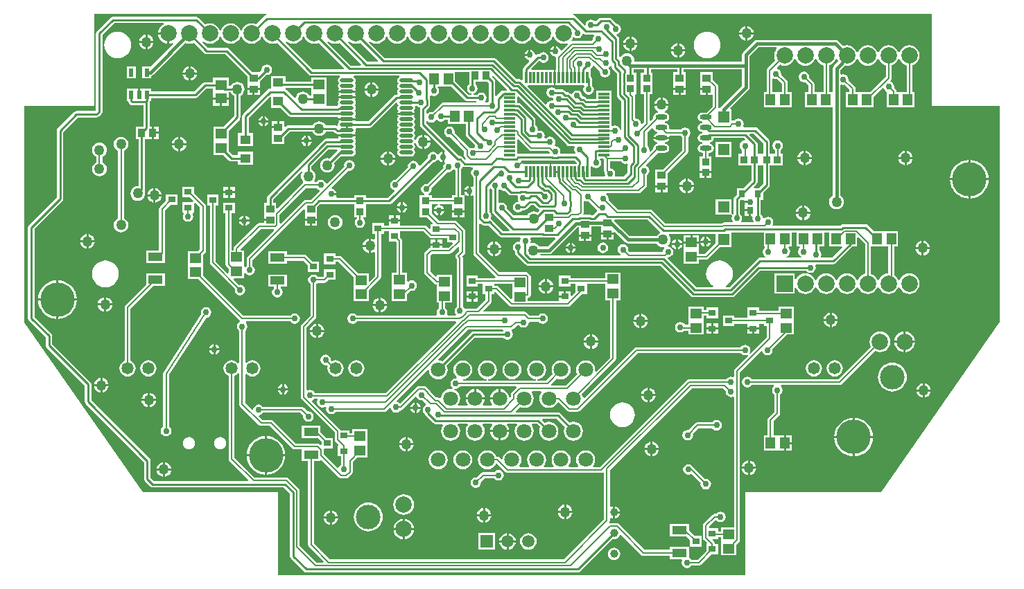
<source format=gbr>
%TF.GenerationSoftware,Altium Limited,Altium Designer,18.1.7 (191)*%
G04 Layer_Physical_Order=2*
G04 Layer_Color=16711680*
%FSLAX26Y26*%
%MOIN*%
%TF.FileFunction,Copper,L2,Bot,Signal*%
%TF.Part,Single*%
G01*
G75*
%TA.AperFunction,SMDPad,CuDef*%
%ADD15R,0.053150X0.045276*%
%ADD19R,0.045276X0.053150*%
%ADD21R,0.031496X0.035433*%
%ADD22R,0.070866X0.039370*%
%TA.AperFunction,Conductor*%
%ADD23C,0.008000*%
%ADD24C,0.015000*%
%ADD26C,0.010000*%
%TA.AperFunction,ComponentPad*%
%ADD29R,0.055118X0.055118*%
%ADD30C,0.078740*%
%ADD31C,0.070866*%
%ADD32C,0.058268*%
%TA.AperFunction,ViaPad*%
%ADD33C,0.165354*%
%TA.AperFunction,ComponentPad*%
%ADD34C,0.118110*%
%ADD35R,0.078740X0.078740*%
%ADD36C,0.039370*%
%ADD37R,0.059055X0.059055*%
%ADD38C,0.059055*%
%TA.AperFunction,ViaPad*%
%ADD39C,0.030000*%
%ADD40C,0.050000*%
%TA.AperFunction,SMDPad,CuDef*%
%ADD41R,0.035433X0.031496*%
%ADD42O,0.057087X0.023622*%
%ADD43R,0.055118X0.051181*%
%ADD44R,0.039370X0.035433*%
%ADD45R,0.037402X0.033465*%
%ADD46R,0.051181X0.043307*%
%ADD47R,0.035433X0.039370*%
%ADD48O,0.064961X0.019685*%
%ADD49R,0.023622X0.039370*%
%ADD50R,0.053150X0.011811*%
%ADD51R,0.011811X0.053150*%
%ADD52R,0.033465X0.037402*%
G36*
X4364173Y1860236D02*
X4688504Y1860236D01*
X4688504Y822459D01*
X4117795Y0D01*
X3467716D01*
Y-398031D01*
X1220866D01*
Y0D01*
X570866D01*
X-0Y816929D01*
Y1860236D01*
X334646D01*
Y2303150D01*
X1163258D01*
X1163849Y2297150D01*
X1158801Y2296146D01*
X1153839Y2292830D01*
X1114648Y2253639D01*
X1105211Y2257548D01*
X1092323Y2259245D01*
X1079435Y2257548D01*
X1067425Y2252573D01*
X1057112Y2244660D01*
X1049198Y2234347D01*
X1045570Y2225588D01*
X1039076D01*
X1035447Y2234347D01*
X1027534Y2244660D01*
X1017221Y2252573D01*
X1005211Y2257548D01*
X992323Y2259245D01*
X979435Y2257548D01*
X967425Y2252573D01*
X957112Y2244660D01*
X949198Y2234347D01*
X945570Y2225588D01*
X939076D01*
X935447Y2234347D01*
X927534Y2244660D01*
X917221Y2252573D01*
X905211Y2257548D01*
X892323Y2259245D01*
X879435Y2257548D01*
X869942Y2253616D01*
X837586Y2285972D01*
X832624Y2289287D01*
X826772Y2290451D01*
X424764D01*
X418911Y2289287D01*
X413949Y2285972D01*
X348438Y2220460D01*
X345122Y2215498D01*
X343958Y2209646D01*
Y1838704D01*
X341414Y1836160D01*
X250315D01*
X244462Y1834996D01*
X239500Y1831680D01*
X160650Y1752830D01*
X157335Y1747869D01*
X156171Y1742016D01*
Y1420911D01*
X21942Y1286682D01*
X18626Y1281720D01*
X17462Y1275867D01*
Y838307D01*
X18626Y832455D01*
X21942Y827493D01*
X102816Y746618D01*
Y708662D01*
X103981Y702809D01*
X107296Y697847D01*
X290808Y514334D01*
Y436772D01*
X291973Y430919D01*
X295288Y425957D01*
X575257Y145988D01*
Y65945D01*
X576422Y60092D01*
X579737Y55130D01*
X606312Y28556D01*
X611273Y25240D01*
X617126Y24076D01*
X1246579D01*
X1276990Y-6335D01*
Y-308031D01*
X1278154Y-313884D01*
X1281469Y-318846D01*
X1343768Y-381145D01*
X1348730Y-384460D01*
X1354583Y-385625D01*
X2661165D01*
X2667018Y-384460D01*
X2671980Y-381145D01*
X2827300Y-225825D01*
X2834646Y-226792D01*
X2842395Y-225771D01*
X2849616Y-222780D01*
X2855817Y-218022D01*
X2860575Y-211821D01*
X2862805Y-206438D01*
X2869110Y-204258D01*
X2966284Y-301432D01*
X2966285Y-301432D01*
X2970915Y-304526D01*
X2976378Y-305613D01*
X2976378Y-305613D01*
X3104173D01*
Y-321024D01*
X3160341D01*
X3163169Y-326315D01*
X3161490Y-328828D01*
X3159550Y-338583D01*
X3161490Y-348337D01*
X3167015Y-356607D01*
X3175285Y-362132D01*
X3185039Y-364072D01*
X3194794Y-362132D01*
X3203063Y-356607D01*
X3205569Y-352857D01*
X3242126D01*
X3242126Y-352857D01*
X3247588Y-351770D01*
X3252220Y-348676D01*
X3301526Y-299370D01*
X3334803D01*
Y-247874D01*
X3321087D01*
X3320274Y-243792D01*
X3317180Y-239161D01*
X3317180Y-239160D01*
X3308130Y-230110D01*
X3310426Y-224567D01*
X3334803D01*
Y-216046D01*
X3349252D01*
Y-234409D01*
X3349252Y-234409D01*
Y-238032D01*
X3349252D01*
X3349252Y-240410D01*
Y-303307D01*
X3422402D01*
Y-254281D01*
X3436731Y-239952D01*
X3436731Y-239952D01*
X3439825Y-235321D01*
X3440912Y-229858D01*
X3440912Y-229858D01*
Y578205D01*
X3542255Y679548D01*
X3547996Y677806D01*
X3548498Y675285D01*
X3554023Y667015D01*
X3562293Y661490D01*
X3572047Y659550D01*
X3581802Y661490D01*
X3590071Y667015D01*
X3595597Y675285D01*
X3597537Y685039D01*
X3596657Y689462D01*
X3666880Y759685D01*
X3697992D01*
Y824961D01*
X3697992D01*
Y828583D01*
X3697992D01*
Y893858D01*
X3624843D01*
Y875495D01*
X3531653D01*
Y889921D01*
X3476220D01*
Y841046D01*
X3413543D01*
Y852520D01*
X3358110D01*
Y801024D01*
X3413543D01*
Y812497D01*
X3476220D01*
Y794370D01*
X3503937D01*
X3531653D01*
Y812497D01*
X3554961D01*
Y801024D01*
X3568403D01*
Y746070D01*
X3490731Y668398D01*
X3486071Y672223D01*
X3488116Y675285D01*
X3490057Y685039D01*
X3488116Y694794D01*
X3482591Y703063D01*
X3474321Y708589D01*
X3464567Y710529D01*
X3454812Y708589D01*
X3446543Y703063D01*
X3444037Y699314D01*
X2942311D01*
X2936848Y698227D01*
X2932217Y695133D01*
X2932217Y695133D01*
X2691154Y454070D01*
X2684819Y456220D01*
X2683791Y464026D01*
X2680213Y472664D01*
X2840802Y633253D01*
X2843896Y637884D01*
X2844983Y643346D01*
X2844983Y643347D01*
Y925039D01*
X2867284D01*
Y990315D01*
X2867284D01*
Y993937D01*
X2867284D01*
Y1059213D01*
X2794134D01*
Y1031991D01*
X2626142D01*
Y1043465D01*
X2570709D01*
Y991968D01*
X2626142D01*
Y1003442D01*
X2649449D01*
Y963689D01*
X2631685Y945925D01*
X2626142Y948221D01*
Y968661D01*
X2603425D01*
Y942913D01*
X2598425D01*
Y937913D01*
X2570709D01*
Y921566D01*
X2418465D01*
Y935529D01*
X2420465D01*
X2425927Y936615D01*
X2430558Y939710D01*
X2433652Y944341D01*
X2434739Y949803D01*
Y1038435D01*
X2434739Y1038435D01*
X2433652Y1043898D01*
X2430558Y1048529D01*
X2430558Y1048529D01*
X2423529Y1055558D01*
X2418898Y1058652D01*
X2413435Y1059739D01*
X2413435Y1059739D01*
X2284267D01*
X2187503Y1156503D01*
Y1291777D01*
X2193046Y1294073D01*
X2197227Y1289892D01*
X2202189Y1286576D01*
X2208042Y1285412D01*
X2231447D01*
X2283579Y1233280D01*
X2288540Y1229965D01*
X2294393Y1228801D01*
X2383843D01*
X2386672Y1223509D01*
X2385899Y1222353D01*
X2383959Y1212598D01*
X2384345Y1210659D01*
X2379242Y1205556D01*
X2374011Y1206597D01*
X2364256Y1204657D01*
X2355987Y1199131D01*
X2350461Y1190862D01*
X2348521Y1181107D01*
X2350461Y1171353D01*
X2355987Y1163083D01*
X2358717Y1161259D01*
Y1154201D01*
X2359881Y1148348D01*
X2363197Y1143387D01*
X2410043Y1096540D01*
X2415005Y1093225D01*
X2420858Y1092060D01*
X3057587D01*
X3204439Y945209D01*
X3209400Y941894D01*
X3215253Y940730D01*
X3402874D01*
X3408727Y941894D01*
X3413688Y945209D01*
X3535863Y1067383D01*
X3759679D01*
X3761504Y1064653D01*
X3769773Y1059128D01*
X3779528Y1057187D01*
X3789282Y1059128D01*
X3797552Y1064653D01*
X3803077Y1072923D01*
X3805017Y1082677D01*
X3803077Y1092432D01*
X3802305Y1093588D01*
X3805133Y1098879D01*
X3889764D01*
X3895616Y1100043D01*
X3900578Y1103359D01*
X3981117Y1183898D01*
X4004095D01*
Y1225991D01*
X4009638Y1228287D01*
X4041238Y1196688D01*
Y1053477D01*
X4029551Y1048637D01*
X4019238Y1040723D01*
X4011324Y1030410D01*
X4007696Y1021651D01*
X4001202D01*
X3997573Y1030410D01*
X3989660Y1040723D01*
X3979347Y1048637D01*
X3967337Y1053611D01*
X3954449Y1055308D01*
X3941561Y1053611D01*
X3929551Y1048637D01*
X3919238Y1040723D01*
X3911324Y1030410D01*
X3907696Y1021651D01*
X3901202D01*
X3897573Y1030410D01*
X3889660Y1040723D01*
X3879347Y1048637D01*
X3867337Y1053611D01*
X3854449Y1055308D01*
X3841561Y1053611D01*
X3829551Y1048637D01*
X3819238Y1040723D01*
X3811324Y1030410D01*
X3807696Y1021651D01*
X3801202D01*
X3797573Y1030410D01*
X3789660Y1040723D01*
X3779347Y1048637D01*
X3767337Y1053611D01*
X3754449Y1055308D01*
X3741561Y1053611D01*
X3729551Y1048637D01*
X3719238Y1040723D01*
X3711324Y1030410D01*
X3709819Y1026776D01*
X3703819Y1027969D01*
Y1054882D01*
X3605079D01*
Y956142D01*
X3703819D01*
Y983054D01*
X3709819Y984248D01*
X3711324Y980614D01*
X3719238Y970301D01*
X3729551Y962387D01*
X3741561Y957413D01*
X3754449Y955716D01*
X3767337Y957413D01*
X3779347Y962387D01*
X3789660Y970301D01*
X3797573Y980614D01*
X3801202Y989373D01*
X3807696D01*
X3811324Y980614D01*
X3819238Y970301D01*
X3829551Y962387D01*
X3841561Y957413D01*
X3854449Y955716D01*
X3867337Y957413D01*
X3879347Y962387D01*
X3889660Y970301D01*
X3897573Y980614D01*
X3901202Y989373D01*
X3907696D01*
X3911324Y980614D01*
X3919238Y970301D01*
X3929551Y962387D01*
X3941561Y957413D01*
X3954449Y955716D01*
X3967337Y957413D01*
X3979347Y962387D01*
X3989660Y970301D01*
X3997573Y980614D01*
X4001202Y989373D01*
X4007696D01*
X4011324Y980614D01*
X4019238Y970301D01*
X4029551Y962387D01*
X4041561Y957413D01*
X4054449Y955716D01*
X4067337Y957413D01*
X4079347Y962387D01*
X4089660Y970301D01*
X4097574Y980614D01*
X4101202Y989373D01*
X4107696D01*
X4111324Y980614D01*
X4119238Y970301D01*
X4129551Y962387D01*
X4141561Y957413D01*
X4154449Y955716D01*
X4167337Y957413D01*
X4179347Y962387D01*
X4189660Y970301D01*
X4197574Y980614D01*
X4201202Y989373D01*
X4207696D01*
X4211324Y980614D01*
X4219238Y970301D01*
X4229551Y962387D01*
X4241561Y957413D01*
X4254449Y955716D01*
X4267337Y957413D01*
X4279347Y962387D01*
X4289660Y970301D01*
X4297574Y980614D01*
X4302548Y992624D01*
X4304245Y1005512D01*
X4302548Y1018400D01*
X4297574Y1030410D01*
X4289660Y1040723D01*
X4279347Y1048637D01*
X4267337Y1053611D01*
X4254449Y1055308D01*
X4241561Y1053611D01*
X4229551Y1048637D01*
X4219238Y1040723D01*
X4211324Y1030410D01*
X4207696Y1021651D01*
X4201202D01*
X4197574Y1030410D01*
X4189660Y1040723D01*
X4182581Y1046155D01*
Y1183898D01*
X4200945D01*
Y1257047D01*
X4138047D01*
X4132047Y1257047D01*
X4129669Y1257047D01*
X4084463D01*
X4054649Y1286862D01*
X4049687Y1290177D01*
X4043835Y1291341D01*
X3936807D01*
X3930954Y1290177D01*
X3925992Y1286862D01*
X3922141Y1283010D01*
X3599161D01*
X3595954Y1289010D01*
X3598353Y1292600D01*
X3600293Y1302354D01*
X3598353Y1312109D01*
X3592827Y1320378D01*
X3584558Y1325904D01*
X3574803Y1327844D01*
X3565049Y1325904D01*
X3556779Y1320378D01*
X3550575Y1321893D01*
X3549140Y1329109D01*
X3543615Y1337378D01*
X3540884Y1339203D01*
Y1409291D01*
X3551338D01*
Y1441127D01*
X3579712Y1469501D01*
X3583027Y1474462D01*
X3584191Y1480315D01*
Y1573661D01*
X3646811D01*
Y1631063D01*
X3636322D01*
Y1648762D01*
X3640071Y1651267D01*
X3645597Y1659537D01*
X3647537Y1669291D01*
X3645597Y1679046D01*
X3640071Y1687315D01*
X3631802Y1692841D01*
X3622047Y1694781D01*
X3612293Y1692841D01*
X3604023Y1687315D01*
X3598498Y1679046D01*
X3596557Y1669291D01*
X3598498Y1659537D01*
X3604023Y1651267D01*
X3607773Y1648762D01*
Y1631063D01*
X3584191D01*
Y1687291D01*
X3583027Y1693144D01*
X3579712Y1698106D01*
X3524877Y1752940D01*
X3519916Y1756256D01*
X3514063Y1757420D01*
X3458213D01*
X3455006Y1763420D01*
X3456620Y1765836D01*
X3458561Y1775591D01*
X3456620Y1785345D01*
X3451095Y1793615D01*
X3442825Y1799140D01*
X3433071Y1801080D01*
X3423316Y1799140D01*
X3415047Y1793615D01*
X3412541Y1789865D01*
X3404012D01*
X3404012Y1789865D01*
X3403811Y1789825D01*
X3399173Y1793631D01*
Y1845433D01*
X3396223D01*
X3393927Y1850976D01*
X3481121Y1938170D01*
X3484988Y1943959D01*
X3486347Y1950787D01*
X3486347Y1950788D01*
Y2055118D01*
Y2099359D01*
X3529952Y2142964D01*
X3614761D01*
X3617562Y2136964D01*
X3611324Y2128835D01*
X3606349Y2116825D01*
X3604653Y2103937D01*
X3606349Y2091049D01*
X3611061Y2079673D01*
X3572977Y2041590D01*
X3569883Y2036959D01*
X3568796Y2031496D01*
X3568797Y2031496D01*
Y1926339D01*
X3554961D01*
Y1853189D01*
X3620236D01*
Y1853189D01*
X3623858D01*
Y1853189D01*
X3689134D01*
Y1926339D01*
X3670770D01*
Y1973425D01*
X3669684Y1978888D01*
X3666589Y1983519D01*
X3666589Y1983519D01*
X3638783Y2011325D01*
X3639663Y2015748D01*
X3637723Y2025503D01*
X3632197Y2033772D01*
X3623928Y2039297D01*
X3620272Y2040025D01*
X3618297Y2046535D01*
X3631689Y2059927D01*
X3641561Y2055838D01*
X3654449Y2054141D01*
X3667337Y2055838D01*
X3679347Y2060812D01*
X3689660Y2068726D01*
X3697573Y2079039D01*
X3701202Y2087798D01*
X3707696D01*
X3711324Y2079039D01*
X3719238Y2068726D01*
X3729551Y2060812D01*
X3741561Y2055838D01*
X3754449Y2054141D01*
X3767337Y2055838D01*
X3779347Y2060812D01*
X3789660Y2068726D01*
X3797573Y2079039D01*
X3801202Y2087798D01*
X3807696D01*
X3811324Y2079039D01*
X3819238Y2068726D01*
X3829551Y2060812D01*
X3841238Y2055972D01*
Y1926339D01*
X3817087Y1926339D01*
X3814709Y1926339D01*
X3798723D01*
Y1964338D01*
X3798723Y1964339D01*
X3797637Y1969801D01*
X3794542Y1974432D01*
X3794542Y1974432D01*
X3772642Y1996333D01*
X3773521Y2000756D01*
X3771581Y2010510D01*
X3766055Y2018780D01*
X3757786Y2024305D01*
X3748032Y2026246D01*
X3738277Y2024305D01*
X3730008Y2018780D01*
X3724482Y2010510D01*
X3722542Y2000756D01*
X3724482Y1991001D01*
X3730008Y1982732D01*
X3738277Y1977206D01*
X3748032Y1975266D01*
X3752454Y1976146D01*
X3770175Y1958426D01*
Y1926339D01*
X3751811D01*
Y1853189D01*
X3814709D01*
X3820709Y1853189D01*
X3823087Y1853189D01*
X3885984D01*
X3886665Y1847471D01*
Y1429067D01*
X3879546Y1423604D01*
X3873936Y1416293D01*
X3870409Y1407778D01*
X3869206Y1398642D01*
X3870409Y1389505D01*
X3873936Y1380991D01*
X3879546Y1373679D01*
X3886857Y1368069D01*
X3895371Y1364543D01*
X3904508Y1363340D01*
X3913645Y1364543D01*
X3922159Y1368069D01*
X3929470Y1373679D01*
X3935080Y1380991D01*
X3938607Y1389505D01*
X3939810Y1398642D01*
X3938607Y1407778D01*
X3935080Y1416293D01*
X3929470Y1423604D01*
X3922351Y1429067D01*
Y1961248D01*
X3928351Y1964421D01*
X3937008Y1962699D01*
X3941431Y1963579D01*
X3967025Y1937985D01*
Y1926339D01*
X3948661D01*
Y1853189D01*
X4011559D01*
X4017559Y1853189D01*
X4019937Y1853189D01*
X4082835D01*
Y1902215D01*
X4127720Y1947100D01*
X4133462Y1945359D01*
X4133931Y1943001D01*
X4139456Y1934732D01*
X4143985Y1931706D01*
X4145512Y1926339D01*
X4145512Y1926339D01*
Y1853189D01*
X4208409D01*
X4214409Y1853189D01*
X4216788Y1853189D01*
X4279685D01*
Y1926339D01*
X4269786D01*
Y2056852D01*
X4279347Y2060812D01*
X4289660Y2068726D01*
X4297574Y2079039D01*
X4302548Y2091049D01*
X4304245Y2103937D01*
X4302548Y2116825D01*
X4297574Y2128835D01*
X4289660Y2139148D01*
X4279347Y2147062D01*
X4267337Y2152036D01*
X4254449Y2153733D01*
X4241561Y2152036D01*
X4229551Y2147062D01*
X4219238Y2139148D01*
X4211324Y2128835D01*
X4207696Y2120076D01*
X4201202D01*
X4197574Y2128835D01*
X4189660Y2139148D01*
X4179347Y2147062D01*
X4167337Y2152036D01*
X4154449Y2153733D01*
X4141561Y2152036D01*
X4129551Y2147062D01*
X4119238Y2139148D01*
X4111324Y2128835D01*
X4107696Y2120076D01*
X4101202D01*
X4097574Y2128835D01*
X4089660Y2139148D01*
X4079347Y2147062D01*
X4067337Y2152036D01*
X4054449Y2153733D01*
X4041561Y2152036D01*
X4029551Y2147062D01*
X4019238Y2139148D01*
X4011324Y2128835D01*
X4007696Y2120076D01*
X4001202D01*
X3997573Y2128835D01*
X3989660Y2139148D01*
X3979347Y2147062D01*
X3967337Y2152036D01*
X3954449Y2153733D01*
X3941561Y2152036D01*
X3935257Y2149425D01*
X3911258Y2173424D01*
X3905470Y2177292D01*
X3898642Y2178650D01*
X3522561D01*
X3515733Y2177292D01*
X3509944Y2173424D01*
X3455887Y2119367D01*
X3452019Y2113578D01*
X3450661Y2106750D01*
Y2072961D01*
X2936703D01*
X2932747Y2077472D01*
X2932940Y2078937D01*
X2931737Y2088074D01*
X2928210Y2096588D01*
X2922600Y2103899D01*
X2915289Y2109509D01*
X2906775Y2113036D01*
X2897638Y2114239D01*
X2888501Y2113036D01*
X2879987Y2109509D01*
X2872675Y2103899D01*
X2869196Y2099365D01*
X2862212Y2098230D01*
X2861357Y2098508D01*
X2859363Y2100185D01*
Y2183490D01*
X2858199Y2189343D01*
X2854884Y2194304D01*
X2847518Y2201670D01*
X2849493Y2208181D01*
X2852274Y2208734D01*
X2860544Y2214260D01*
X2866069Y2222529D01*
X2868010Y2232284D01*
X2866069Y2242038D01*
X2860544Y2250307D01*
X2852274Y2255833D01*
X2846194Y2257043D01*
X2822264Y2280972D01*
X2817303Y2284287D01*
X2811450Y2285451D01*
X2771663D01*
X2765810Y2284287D01*
X2760848Y2280972D01*
X2749450Y2269573D01*
X2742433Y2269992D01*
X2734164Y2275518D01*
X2724409Y2277458D01*
X2714655Y2275518D01*
X2706385Y2269992D01*
X2700860Y2261723D01*
X2698920Y2251968D01*
X2699061Y2251255D01*
X2693532Y2248299D01*
X2649001Y2292830D01*
X2644039Y2296146D01*
X2638992Y2297150D01*
X2639582Y2303150D01*
X4364173D01*
Y1860236D01*
D02*
G37*
G36*
X2694493Y2205727D02*
X2700345Y2204563D01*
X2735604D01*
X2738811Y2198563D01*
X2736293Y2194794D01*
X2734353Y2185039D01*
X2735233Y2180616D01*
X2727379Y2172762D01*
X2633965D01*
X2632486Y2174469D01*
X2630706Y2178371D01*
X2635448Y2184551D01*
X2637709Y2190011D01*
X2645060Y2192079D01*
X2649596Y2189049D01*
X2659351Y2187109D01*
X2669105Y2189049D01*
X2677374Y2194574D01*
X2682900Y2202844D01*
X2683621Y2206468D01*
X2687583Y2208194D01*
X2690166Y2208618D01*
X2694493Y2205727D01*
D02*
G37*
G36*
X2449198Y2184551D02*
X2457112Y2174238D01*
X2467425Y2166324D01*
X2479435Y2161349D01*
X2492323Y2159653D01*
X2505211Y2161349D01*
X2517221Y2166324D01*
X2527534Y2174238D01*
X2535448Y2184551D01*
X2539076Y2193310D01*
X2545570D01*
X2549198Y2184551D01*
X2557112Y2174238D01*
X2567425Y2166324D01*
X2579435Y2161349D01*
X2592323Y2159653D01*
X2605211Y2161349D01*
X2609039Y2162935D01*
X2612438Y2157849D01*
X2582797Y2128207D01*
X2576286Y2130182D01*
X2575439Y2134439D01*
X2569914Y2142709D01*
X2561644Y2148235D01*
X2556890Y2149180D01*
Y2124685D01*
X2551890D01*
Y2119685D01*
X2527395D01*
X2528340Y2114930D01*
X2533866Y2106661D01*
X2542135Y2101135D01*
X2549605Y2099650D01*
X2554391Y2094378D01*
X2554623Y2093621D01*
Y2034606D01*
X2552990D01*
Y1998031D01*
Y1961457D01*
X2689020D01*
X2692227Y1955457D01*
X2689049Y1950699D01*
X2687109Y1940945D01*
X2689049Y1931190D01*
X2694574Y1922921D01*
X2702844Y1917395D01*
X2712598Y1915455D01*
X2722353Y1917395D01*
X2730622Y1922921D01*
X2736148Y1931190D01*
X2738088Y1940945D01*
X2736148Y1950699D01*
X2730622Y1958969D01*
X2727892Y1960793D01*
Y1992126D01*
X2726728Y1997979D01*
X2723413Y2002940D01*
X2722598Y2003755D01*
Y2034606D01*
X2722599Y2034606D01*
X2722599D01*
X2723509Y2040499D01*
X2727310Y2043039D01*
X2732835Y2051309D01*
X2733191Y2053097D01*
X2739702Y2055072D01*
X2766729Y2028045D01*
X2765849Y2023622D01*
X2767789Y2013868D01*
X2773315Y2005598D01*
X2781584Y2000072D01*
X2791339Y1998132D01*
X2801093Y2000072D01*
X2809363Y2005598D01*
X2814888Y2013868D01*
X2816828Y2023622D01*
X2814888Y2033377D01*
X2809363Y2041646D01*
Y2046274D01*
X2813294Y2048901D01*
X2815144Y2051669D01*
X2823155Y2052859D01*
X2824344Y2051885D01*
Y2046716D01*
X2825508Y2040863D01*
X2828823Y2035901D01*
X2848391Y2016334D01*
Y1913341D01*
X2849555Y1907488D01*
X2852871Y1902526D01*
X2870966Y1884431D01*
Y1743530D01*
X2864966Y1742939D01*
X2863187Y1751880D01*
X2857662Y1760150D01*
X2849392Y1765675D01*
X2839638Y1767616D01*
X2829883Y1765675D01*
X2827339Y1763975D01*
X2822008Y1767629D01*
Y1785275D01*
Y1824646D01*
Y1864016D01*
Y1903386D01*
Y1935197D01*
X2748858D01*
Y1895215D01*
X2705568D01*
X2698315Y1902468D01*
X2693353Y1905783D01*
X2687501Y1906947D01*
X2685023D01*
X2682970Y1909449D01*
X2681030Y1919203D01*
X2675504Y1927473D01*
X2667235Y1932998D01*
X2657480Y1934939D01*
X2647726Y1932998D01*
X2639456Y1927473D01*
X2634446Y1919974D01*
X2628337Y1917598D01*
X2623419Y1922515D01*
X2618457Y1925831D01*
X2612605Y1926995D01*
X2606445D01*
X2597428Y1936011D01*
X2592467Y1939327D01*
X2586614Y1940491D01*
X2555281D01*
X2553457Y1943221D01*
X2545188Y1948746D01*
X2535433Y1950687D01*
X2525679Y1948746D01*
X2517409Y1943221D01*
X2511884Y1934951D01*
X2509943Y1925197D01*
X2511884Y1915442D01*
X2517409Y1907173D01*
X2525679Y1901647D01*
X2535433Y1899707D01*
X2539102Y1900437D01*
X2544205Y1895334D01*
X2543880Y1893701D01*
X2544205Y1892067D01*
X2539102Y1886965D01*
X2535433Y1887695D01*
X2525679Y1885754D01*
X2517409Y1880229D01*
X2511884Y1871959D01*
X2511720Y1871137D01*
X2505978Y1869395D01*
X2419461Y1955913D01*
X2421757Y1961457D01*
X2545435D01*
Y1998031D01*
Y2034606D01*
X2437909D01*
X2435613Y2040149D01*
X2470512Y2075049D01*
X2476783Y2076464D01*
X2485052Y2070939D01*
X2494807Y2068998D01*
X2504561Y2070939D01*
X2512831Y2076464D01*
X2518356Y2084734D01*
X2520297Y2094488D01*
X2518356Y2104243D01*
X2512831Y2112512D01*
X2504561Y2118038D01*
X2494807Y2119978D01*
X2485052Y2118038D01*
X2476783Y2112512D01*
X2474959Y2109782D01*
X2468323D01*
X2462470Y2108618D01*
X2460471Y2107282D01*
X2453909Y2109893D01*
X2452683Y2116054D01*
X2447158Y2124323D01*
X2438888Y2129849D01*
X2434134Y2130794D01*
Y2106299D01*
X2429134D01*
Y2101299D01*
X2404639D01*
X2405584Y2096545D01*
X2411110Y2088275D01*
X2419379Y2082750D01*
X2425294Y2081573D01*
X2427269Y2075063D01*
X2401383Y2049177D01*
X2398067Y2044215D01*
X2396903Y2038362D01*
Y2034606D01*
X2395512D01*
Y1987283D01*
X2389512Y1985580D01*
X2385401Y1988326D01*
X2379548Y1989491D01*
X2365568D01*
X2267686Y2087374D01*
X2262724Y2090689D01*
X2256871Y2091853D01*
X1731705D01*
X1656130Y2167428D01*
X1660095Y2171949D01*
X1667425Y2166324D01*
X1679435Y2161349D01*
X1692323Y2159653D01*
X1705211Y2161349D01*
X1717221Y2166324D01*
X1727534Y2174238D01*
X1735447Y2184551D01*
X1739076Y2193310D01*
X1745570D01*
X1749198Y2184551D01*
X1757112Y2174238D01*
X1767425Y2166324D01*
X1779435Y2161349D01*
X1792323Y2159653D01*
X1805211Y2161349D01*
X1817221Y2166324D01*
X1827534Y2174238D01*
X1835447Y2184551D01*
X1839076Y2193310D01*
X1845570D01*
X1849198Y2184551D01*
X1857112Y2174238D01*
X1867425Y2166324D01*
X1879435Y2161349D01*
X1892323Y2159653D01*
X1905211Y2161349D01*
X1917221Y2166324D01*
X1927534Y2174238D01*
X1935447Y2184551D01*
X1939076Y2193310D01*
X1945570D01*
X1949198Y2184551D01*
X1957112Y2174238D01*
X1967425Y2166324D01*
X1979435Y2161349D01*
X1992323Y2159653D01*
X2005211Y2161349D01*
X2017221Y2166324D01*
X2027534Y2174238D01*
X2035447Y2184551D01*
X2039076Y2193310D01*
X2045570D01*
X2049198Y2184551D01*
X2057112Y2174238D01*
X2067425Y2166324D01*
X2079435Y2161349D01*
X2092323Y2159653D01*
X2105211Y2161349D01*
X2117221Y2166324D01*
X2127534Y2174238D01*
X2135448Y2184551D01*
X2139076Y2193310D01*
X2145570D01*
X2149198Y2184551D01*
X2157112Y2174238D01*
X2167425Y2166324D01*
X2179435Y2161349D01*
X2192323Y2159653D01*
X2205211Y2161349D01*
X2217221Y2166324D01*
X2227534Y2174238D01*
X2235448Y2184551D01*
X2239076Y2193310D01*
X2245570D01*
X2249198Y2184551D01*
X2257112Y2174238D01*
X2267425Y2166324D01*
X2279435Y2161349D01*
X2292323Y2159653D01*
X2305211Y2161349D01*
X2317221Y2166324D01*
X2327534Y2174238D01*
X2335448Y2184551D01*
X2339076Y2193310D01*
X2345570D01*
X2349198Y2184551D01*
X2357112Y2174238D01*
X2367425Y2166324D01*
X2379435Y2161349D01*
X2392323Y2159653D01*
X2405211Y2161349D01*
X2417221Y2166324D01*
X2427534Y2174238D01*
X2435448Y2184551D01*
X2439076Y2193310D01*
X2445570D01*
X2449198Y2184551D01*
D02*
G37*
G36*
X1349198D02*
X1357112Y2174238D01*
X1367425Y2166324D01*
X1379435Y2161349D01*
X1392323Y2159653D01*
X1405211Y2161349D01*
X1414927Y2165374D01*
X1536904Y2043396D01*
X1534608Y2037853D01*
X1385705D01*
X1256130Y2167428D01*
X1260095Y2171949D01*
X1267425Y2166324D01*
X1279435Y2161349D01*
X1292323Y2159653D01*
X1305211Y2161349D01*
X1317221Y2166324D01*
X1327534Y2174238D01*
X1335447Y2184551D01*
X1339076Y2193310D01*
X1345570D01*
X1349198Y2184551D01*
D02*
G37*
G36*
X1567425Y2166324D02*
X1579435Y2161349D01*
X1592323Y2159653D01*
X1605211Y2161349D01*
X1614927Y2165374D01*
X1700904Y2079396D01*
X1698608Y2073853D01*
X1649705D01*
X1556130Y2167428D01*
X1560095Y2171949D01*
X1567425Y2166324D01*
D02*
G37*
G36*
X1467425D02*
X1479435Y2161349D01*
X1492323Y2159653D01*
X1505211Y2161349D01*
X1514927Y2165374D01*
X1618904Y2061396D01*
X1616608Y2055853D01*
X1567705D01*
X1456130Y2167428D01*
X1460095Y2171949D01*
X1467425Y2166324D01*
D02*
G37*
G36*
X4111324Y2079039D02*
X4119238Y2068726D01*
X4129551Y2060812D01*
X4141238Y2055972D01*
Y2000992D01*
X4066585Y1926339D01*
X4019937D01*
X4013937Y1926339D01*
X4011559Y1926339D01*
X3995573D01*
Y1943897D01*
X3995574Y1943898D01*
X3994487Y1949360D01*
X3991393Y1953991D01*
X3991392Y1953991D01*
X3961618Y1983766D01*
X3962498Y1988189D01*
X3960557Y1997944D01*
X3955032Y2006213D01*
X3946762Y2011738D01*
X3937008Y2013679D01*
X3928351Y2011957D01*
X3922351Y2015130D01*
Y2034912D01*
X3943076Y2055638D01*
X3954449Y2054141D01*
X3967337Y2055838D01*
X3979347Y2060812D01*
X3989660Y2068726D01*
X3997573Y2079039D01*
X4001202Y2087798D01*
X4007696D01*
X4011324Y2079039D01*
X4019238Y2068726D01*
X4029551Y2060812D01*
X4041561Y2055838D01*
X4054449Y2054141D01*
X4067337Y2055838D01*
X4079347Y2060812D01*
X4089660Y2068726D01*
X4097574Y2079039D01*
X4101202Y2087798D01*
X4107696D01*
X4111324Y2079039D01*
D02*
G37*
G36*
X2120091Y1888792D02*
X2125053Y1885476D01*
X2130906Y1884312D01*
X2172594D01*
X2173948Y1882479D01*
X2170921Y1876479D01*
X2012796D01*
X2012795Y1876479D01*
X2007333Y1875392D01*
X2002702Y1872298D01*
X2002702Y1872298D01*
X1961116Y1830712D01*
X1956693Y1831592D01*
X1946938Y1829652D01*
X1938669Y1824126D01*
X1938617Y1824048D01*
X1932617Y1825868D01*
Y1841003D01*
X1946326Y1854712D01*
X1949641Y1859674D01*
X1950806Y1865526D01*
Y1890379D01*
X1949641Y1896232D01*
X1949144Y1896976D01*
Y1908723D01*
X1955144Y1911930D01*
X1958749Y1909521D01*
X1968504Y1907581D01*
X1978258Y1909521D01*
X1986528Y1915047D01*
X1992053Y1923316D01*
X1993994Y1933071D01*
X1992053Y1942825D01*
X1987559Y1949551D01*
X1989514Y1954702D01*
X1990217Y1955551D01*
X2002126D01*
Y1955551D01*
X2005748D01*
Y1955551D01*
X2053332D01*
X2120091Y1888792D01*
D02*
G37*
G36*
X3450661Y1958178D02*
X3348958Y1856475D01*
X3345090Y1850686D01*
X3345035Y1850410D01*
X3342373Y1849809D01*
X3340551Y1850925D01*
X3337109Y1854676D01*
Y1952994D01*
X3336022Y1958457D01*
X3332928Y1963088D01*
X3332928Y1963088D01*
X3309213Y1986803D01*
Y2022795D01*
X3249843D01*
Y1967362D01*
Y1946929D01*
X3279528D01*
Y1941929D01*
X3284528D01*
Y1914213D01*
X3308560D01*
Y1858945D01*
X3278626Y1829011D01*
X3259842D01*
X3251332Y1827318D01*
X3244117Y1822498D01*
X3239297Y1815283D01*
X3237604Y1806773D01*
X3239297Y1798263D01*
X3244117Y1791048D01*
X3251332Y1786227D01*
X3258349Y1784832D01*
Y1778714D01*
X3251332Y1777318D01*
X3244117Y1772498D01*
X3239297Y1765283D01*
X3237604Y1756773D01*
X3239297Y1748263D01*
X3244117Y1741048D01*
X3251332Y1736227D01*
X3258349Y1734832D01*
Y1728714D01*
X3251332Y1727318D01*
X3244117Y1722498D01*
X3239297Y1715283D01*
X3237604Y1706773D01*
X3239297Y1698263D01*
X3244117Y1691048D01*
X3251332Y1686227D01*
X3258349Y1684832D01*
Y1678714D01*
X3251332Y1677318D01*
X3244117Y1672498D01*
X3239297Y1665283D01*
X3237604Y1656773D01*
X3239297Y1648263D01*
X3244117Y1641048D01*
X3251332Y1636227D01*
X3259842Y1634535D01*
X3261316D01*
Y1619252D01*
X3246890D01*
Y1565787D01*
Y1546339D01*
X3304291D01*
Y1565787D01*
Y1619252D01*
X3289865D01*
Y1634535D01*
X3293307D01*
X3301817Y1636227D01*
X3309032Y1641048D01*
X3313852Y1648263D01*
X3315545Y1656773D01*
X3313852Y1665283D01*
X3309032Y1672498D01*
X3301817Y1677318D01*
X3294800Y1678714D01*
Y1684832D01*
X3301817Y1686227D01*
X3309032Y1691048D01*
X3313852Y1698263D01*
X3315465Y1706367D01*
X3459295D01*
X3465394Y1700268D01*
X3462756Y1694421D01*
X3454812Y1692841D01*
X3446543Y1687315D01*
X3441017Y1679046D01*
X3439077Y1669291D01*
X3441017Y1659537D01*
X3446543Y1651267D01*
X3450293Y1648762D01*
Y1631063D01*
X3431929D01*
Y1573661D01*
X3494549D01*
Y1502398D01*
X3456875Y1464724D01*
X3425039D01*
Y1432889D01*
X3414383Y1422232D01*
X3411067Y1417270D01*
X3409903Y1411417D01*
Y1340919D01*
X3407173Y1339095D01*
X3406372Y1337897D01*
X3405075Y1337686D01*
X3399173Y1342661D01*
X3399173Y1343056D01*
Y1412362D01*
X3324055D01*
Y1337244D01*
X3393242D01*
X3394830Y1337244D01*
X3398939Y1337016D01*
X3400162Y1335747D01*
X3401120Y1333640D01*
X3401613Y1331213D01*
X3401647Y1330825D01*
X3401325Y1329204D01*
X3399707Y1321071D01*
X3401647Y1311316D01*
X3405395Y1305707D01*
X3402193Y1299707D01*
X3363575D01*
X3363575Y1299707D01*
X3358112Y1298621D01*
X3353481Y1295526D01*
X3351756Y1293802D01*
X3081803D01*
X3019055Y1356550D01*
X3014424Y1359644D01*
X3008962Y1360731D01*
X3008961Y1360731D01*
X2856306D01*
X2808075Y1408963D01*
X2808954Y1413386D01*
X2807014Y1423140D01*
X2801489Y1431410D01*
X2797728Y1433923D01*
X2799548Y1439923D01*
X2954196D01*
X2954197Y1439922D01*
X2959659Y1441009D01*
X2964290Y1444103D01*
X2989424Y1469237D01*
X2989424Y1469237D01*
X2992518Y1473868D01*
X2993605Y1479331D01*
X2993605Y1479331D01*
Y1528025D01*
X2998339Y1531189D01*
X3003865Y1539458D01*
X3005805Y1549213D01*
X3003865Y1558967D01*
X2998339Y1567237D01*
X2990942Y1572179D01*
X2988920Y1578643D01*
X3044889Y1634611D01*
X3045276Y1634535D01*
X3078740D01*
X3087250Y1636227D01*
X3094465Y1641048D01*
X3099286Y1648263D01*
X3100978Y1656773D01*
X3099286Y1665283D01*
X3094465Y1672498D01*
X3087250Y1677318D01*
X3080234Y1678714D01*
Y1684832D01*
X3087250Y1686227D01*
X3094465Y1691048D01*
X3099286Y1698263D01*
X3099984Y1701773D01*
X3062008D01*
X3024032D01*
X3024730Y1698263D01*
X3029551Y1691048D01*
X3036765Y1686227D01*
X3043782Y1684832D01*
Y1678714D01*
X3036765Y1677318D01*
X3029551Y1672498D01*
X3024730Y1665283D01*
X3023037Y1656773D01*
X3023641Y1653738D01*
X3010323Y1640420D01*
X3004794Y1643376D01*
X3005805Y1648459D01*
X3003865Y1658213D01*
X2998339Y1666483D01*
X2994589Y1668988D01*
Y1730308D01*
X3017606Y1753324D01*
X3024116Y1751349D01*
X3024730Y1748263D01*
X3029551Y1741048D01*
X3036765Y1736227D01*
X3043782Y1734832D01*
Y1728714D01*
X3036765Y1727318D01*
X3029551Y1722498D01*
X3024730Y1715283D01*
X3024032Y1711773D01*
X3062008D01*
X3099984D01*
X3099937Y1712009D01*
X3104131Y1718009D01*
X3156636D01*
X3159141Y1714259D01*
X3162891Y1711754D01*
Y1646661D01*
X3070522Y1554291D01*
X3033307D01*
Y1498858D01*
Y1478425D01*
X3092677D01*
Y1498858D01*
Y1536073D01*
X3187258Y1630654D01*
X3187259Y1630655D01*
X3190353Y1635285D01*
X3191440Y1640748D01*
X3191440Y1640748D01*
Y1711754D01*
X3195189Y1714259D01*
X3200715Y1722529D01*
X3202655Y1732284D01*
X3200715Y1742038D01*
X3195189Y1750307D01*
X3186920Y1755833D01*
X3177165Y1757773D01*
X3167411Y1755833D01*
X3159141Y1750307D01*
X3156636Y1746558D01*
X3104813D01*
X3100140Y1752558D01*
X3100978Y1756773D01*
X3099286Y1765283D01*
X3094465Y1772498D01*
X3087250Y1777318D01*
X3080234Y1778714D01*
Y1784832D01*
X3087250Y1786227D01*
X3094465Y1791048D01*
X3099286Y1798263D01*
X3100978Y1806773D01*
X3099286Y1815283D01*
X3094465Y1822498D01*
X3087250Y1827318D01*
X3079922Y1828776D01*
X3078892Y1832218D01*
X3079018Y1834896D01*
X3080643Y1835569D01*
X3087954Y1841179D01*
X3093564Y1848491D01*
X3097091Y1857005D01*
X3097636Y1861142D01*
X3028348D01*
X3028893Y1857005D01*
X3032420Y1848491D01*
X3038030Y1841179D01*
X3045341Y1835569D01*
X3046688Y1835011D01*
X3045495Y1829011D01*
X3045276D01*
X3036765Y1827318D01*
X3029551Y1822498D01*
X3024730Y1815283D01*
X3023037Y1806773D01*
X3024305Y1800398D01*
X3011944Y1788036D01*
X3006400Y1790332D01*
Y1916181D01*
X3020827D01*
Y1967362D01*
Y2020827D01*
X3011357D01*
Y2037275D01*
X3138249D01*
Y2022795D01*
X3119921D01*
Y1967362D01*
Y1946929D01*
X3179291D01*
Y1967362D01*
Y2022795D01*
X3168837D01*
Y2037275D01*
X3450661D01*
Y1958178D01*
D02*
G37*
G36*
X4211324Y2079039D02*
X4219238Y2068726D01*
X4229551Y2060812D01*
X4241238Y2055972D01*
Y1926339D01*
X4216788D01*
X4210787Y1926339D01*
X4208409Y1926339D01*
X4192424D01*
Y1932086D01*
X4192424Y1932087D01*
X4191337Y1937549D01*
X4188243Y1942180D01*
X4182090Y1948333D01*
X4182970Y1952756D01*
X4181030Y1962510D01*
X4175504Y1970780D01*
X4167235Y1976305D01*
X4164878Y1976774D01*
X4163136Y1982516D01*
X4165605Y1984985D01*
X4168699Y1989616D01*
X4169786Y1995079D01*
X4169786Y1995079D01*
Y2056852D01*
X4179347Y2060812D01*
X4189660Y2068726D01*
X4197574Y2079039D01*
X4201202Y2087798D01*
X4207696D01*
X4211324Y2079039D01*
D02*
G37*
G36*
X3911324D02*
X3913359Y2076387D01*
X3891891Y2054920D01*
X3888023Y2049131D01*
X3886665Y2042303D01*
Y1932057D01*
X3885984Y1926339D01*
X3869786D01*
Y2056852D01*
X3879347Y2060812D01*
X3889660Y2068726D01*
X3897573Y2079039D01*
X3901202Y2087798D01*
X3907696D01*
X3911324Y2079039D01*
D02*
G37*
G36*
X3604419Y1992198D02*
X3614173Y1990258D01*
X3618596Y1991138D01*
X3642222Y1967513D01*
Y1926339D01*
X3623858D01*
Y1926339D01*
X3620236D01*
Y1926339D01*
X3597345D01*
Y1990561D01*
X3602637Y1993389D01*
X3604419Y1992198D01*
D02*
G37*
G36*
X2137992Y1978189D02*
X2138053D01*
Y1965281D01*
X2135323Y1963457D01*
X2129797Y1955188D01*
X2127857Y1945433D01*
X2129797Y1935679D01*
X2135323Y1927409D01*
X2143592Y1921884D01*
X2148536Y1920900D01*
X2147945Y1914900D01*
X2137241D01*
X2071024Y1981117D01*
Y2025265D01*
X2137992D01*
Y1978189D01*
D02*
G37*
G36*
X2320150Y1940740D02*
X2317854Y1935197D01*
X2296102D01*
Y1933512D01*
X2295644Y1933421D01*
X2290683Y1930106D01*
X2269325Y1908748D01*
X2263325Y1911234D01*
Y1978701D01*
X2262161Y1984553D01*
X2258846Y1989515D01*
X2247429Y2000932D01*
X2247857Y2004575D01*
X2253981Y2006909D01*
X2320150Y1940740D01*
D02*
G37*
G36*
X2232738Y1972366D02*
Y1882053D01*
X2230008Y1880229D01*
X2227502Y1876479D01*
X2217215D01*
X2215474Y1882479D01*
X2220400Y1889852D01*
X2222340Y1899606D01*
X2220400Y1909361D01*
X2214874Y1917630D01*
X2206605Y1923156D01*
X2196850Y1925096D01*
X2187096Y1923156D01*
X2178826Y1917630D01*
X2177002Y1914900D01*
X2158748D01*
X2158157Y1920900D01*
X2163101Y1921884D01*
X2171370Y1927409D01*
X2176896Y1935679D01*
X2178836Y1945433D01*
X2176896Y1955188D01*
X2171370Y1963457D01*
X2168640Y1965281D01*
Y1978189D01*
X2226914D01*
X2232738Y1972366D01*
D02*
G37*
G36*
X2035276Y1774449D02*
X2100551D01*
Y1774449D01*
X2104173D01*
Y1774449D01*
X2121517D01*
Y1723819D01*
X2122681Y1717966D01*
X2125997Y1713005D01*
X2166490Y1672512D01*
X2165849Y1669291D01*
X2166986Y1663575D01*
X2161883Y1658472D01*
X2157480Y1659348D01*
X2147726Y1657408D01*
X2147244Y1657086D01*
X2141360Y1658257D01*
X2141162Y1658552D01*
X2141162Y1658553D01*
X2067917Y1731797D01*
X2068797Y1736220D01*
X2066857Y1745975D01*
X2061331Y1754245D01*
X2053062Y1759770D01*
X2043307Y1761710D01*
X2033553Y1759770D01*
X2025283Y1754245D01*
X2019758Y1745975D01*
X2017817Y1736220D01*
X2019758Y1726466D01*
X2025283Y1718197D01*
X2033553Y1712671D01*
X2043307Y1710731D01*
X2047730Y1711611D01*
X2114206Y1645135D01*
Y1621847D01*
X2114206Y1621846D01*
X2115293Y1616384D01*
X2118387Y1611753D01*
X2121587Y1608553D01*
X2119612Y1602042D01*
X2119513Y1602023D01*
X2105918Y1615618D01*
X2100956Y1618933D01*
X2095104Y1620097D01*
X2090508D01*
X1932617Y1777988D01*
Y1786336D01*
X1938617Y1788156D01*
X1938669Y1788078D01*
X1946938Y1782553D01*
X1956693Y1780612D01*
X1966447Y1782553D01*
X1974717Y1788078D01*
X1978351Y1793517D01*
X1985385Y1793789D01*
X1985913Y1793000D01*
X1994182Y1787474D01*
X2003937Y1785534D01*
X2013691Y1787474D01*
X2021961Y1793000D01*
X2023785Y1795730D01*
X2035276D01*
Y1774449D01*
D02*
G37*
G36*
X2980769Y2020827D02*
X2963425D01*
Y1967362D01*
Y1916181D01*
X2977852D01*
Y1781503D01*
X2969258Y1772910D01*
X2964026Y1776163D01*
X2962199Y1785345D01*
X2956674Y1793615D01*
X2948404Y1799140D01*
X2938650Y1801080D01*
X2935534Y1803638D01*
Y1905263D01*
X2935534Y1905263D01*
X2934556Y1910181D01*
X2934695Y1911128D01*
X2937609Y1915875D01*
X2938019Y1916181D01*
X2942087D01*
Y1967362D01*
Y2020827D01*
X2928680D01*
Y2037275D01*
X2980769D01*
Y2020827D01*
D02*
G37*
G36*
X670539Y2253864D02*
X667425Y2252573D01*
X657112Y2244660D01*
X649198Y2234347D01*
X644223Y2222337D01*
X643185Y2214449D01*
X692323D01*
Y2209449D01*
X697323D01*
Y2160311D01*
X705211Y2161349D01*
X713845Y2164926D01*
X717243Y2159839D01*
X609727Y2052323D01*
X566772D01*
Y1992953D01*
X610394D01*
Y2005813D01*
X612104Y2006153D01*
X617892Y2010021D01*
X772212Y2164341D01*
X779435Y2161349D01*
X792323Y2159653D01*
X805211Y2161349D01*
X814927Y2165374D01*
X865130Y2115170D01*
X870092Y2111855D01*
X875945Y2110690D01*
X965122D01*
X1072677Y2003135D01*
Y1967362D01*
Y1946929D01*
X1132047D01*
Y1967362D01*
Y1981747D01*
X1135814Y1984264D01*
X1162134Y2010584D01*
X1165354Y2009943D01*
X1175109Y2011884D01*
X1183378Y2017409D01*
X1188904Y2025679D01*
X1190844Y2035433D01*
X1188904Y2045188D01*
X1183378Y2053457D01*
X1175109Y2058983D01*
X1165354Y2060923D01*
X1155600Y2058983D01*
X1147330Y2053457D01*
X1141805Y2045188D01*
X1139864Y2035433D01*
X1140505Y2032213D01*
X1131088Y2022795D01*
X1096274D01*
X982271Y2136799D01*
X977309Y2140114D01*
X971457Y2141278D01*
X882280D01*
X856130Y2167428D01*
X860095Y2171949D01*
X867425Y2166324D01*
X879435Y2161349D01*
X892323Y2159653D01*
X905211Y2161349D01*
X917221Y2166324D01*
X927534Y2174238D01*
X935447Y2184551D01*
X939076Y2193310D01*
X945570D01*
X949198Y2184551D01*
X957112Y2174238D01*
X967425Y2166324D01*
X979435Y2161349D01*
X992323Y2159653D01*
X1005211Y2161349D01*
X1017221Y2166324D01*
X1027534Y2174238D01*
X1035447Y2184551D01*
X1039076Y2193310D01*
X1045570D01*
X1049198Y2184551D01*
X1057112Y2174238D01*
X1067425Y2166324D01*
X1079435Y2161349D01*
X1092323Y2159653D01*
X1105211Y2161349D01*
X1117221Y2166324D01*
X1127534Y2174238D01*
X1135447Y2184551D01*
X1139076Y2193310D01*
X1145570D01*
X1149198Y2184551D01*
X1157112Y2174238D01*
X1167425Y2166324D01*
X1179435Y2161349D01*
X1192323Y2159653D01*
X1205211Y2161349D01*
X1214927Y2165374D01*
X1368556Y2011745D01*
X1373517Y2008429D01*
X1379370Y2007265D01*
X1515839D01*
X1517659Y2001265D01*
X1513253Y1998321D01*
X1508868Y1991758D01*
X1507328Y1984016D01*
X1508868Y1976274D01*
X1512586Y1970709D01*
X1508868Y1965144D01*
X1507328Y1957401D01*
X1508868Y1949659D01*
X1512586Y1944094D01*
X1508868Y1938530D01*
X1508322Y1935787D01*
X1550197D01*
X1592071D01*
X1591526Y1938530D01*
X1587807Y1944094D01*
X1591526Y1949659D01*
X1593066Y1957401D01*
X1591526Y1965144D01*
X1587807Y1970709D01*
X1591526Y1976274D01*
X1593066Y1984016D01*
X1591526Y1991758D01*
X1587140Y1998321D01*
X1582734Y2001265D01*
X1584554Y2007265D01*
X1801272D01*
X1803092Y2001265D01*
X1798687Y1998321D01*
X1794301Y1991758D01*
X1792761Y1984016D01*
X1794301Y1976274D01*
X1798019Y1970709D01*
X1794301Y1965144D01*
X1792761Y1957401D01*
X1794301Y1949659D01*
X1798019Y1944094D01*
X1794301Y1938530D01*
X1792761Y1930787D01*
X1794301Y1923045D01*
X1795203Y1921695D01*
X1791996Y1915695D01*
X1788230D01*
X1782377Y1914531D01*
X1777416Y1911216D01*
X1652596Y1786396D01*
X1595802D01*
X1592007Y1792396D01*
X1592071Y1792716D01*
X1550197D01*
X1508322D01*
X1508868Y1789974D01*
X1512586Y1784409D01*
X1508868Y1778844D01*
X1507328Y1771102D01*
X1508104Y1767198D01*
X1507668Y1766695D01*
X1502648Y1763872D01*
X1499317Y1766098D01*
X1493465Y1767262D01*
X1448871D01*
X1447895Y1769620D01*
X1442285Y1776931D01*
X1434974Y1782541D01*
X1426460Y1786068D01*
X1417323Y1787271D01*
X1408186Y1786068D01*
X1399672Y1782541D01*
X1392361Y1776931D01*
X1386750Y1769620D01*
X1385774Y1767262D01*
X1269369D01*
X1263516Y1766098D01*
X1258555Y1762783D01*
X1255701Y1759929D01*
X1250157Y1762225D01*
Y1786575D01*
X1225472D01*
Y1758858D01*
X1220472D01*
Y1753858D01*
X1190787D01*
Y1731142D01*
Y1677992D01*
X1250157D01*
Y1711128D01*
X1275704Y1736675D01*
X1385774D01*
X1386750Y1734318D01*
X1392361Y1727006D01*
X1399672Y1721396D01*
X1408186Y1717869D01*
X1417323Y1716667D01*
X1426460Y1717869D01*
X1434974Y1721396D01*
X1442285Y1727006D01*
X1447895Y1734318D01*
X1448871Y1736675D01*
X1487130D01*
X1493902Y1729902D01*
X1498864Y1726587D01*
X1504716Y1725423D01*
X1506808Y1722874D01*
X1550197D01*
X1592071D01*
X1591526Y1725616D01*
X1587807Y1731181D01*
X1591526Y1736746D01*
X1593066Y1744488D01*
X1592007Y1749808D01*
X1595802Y1755808D01*
X1658931D01*
X1664784Y1756973D01*
X1669745Y1760288D01*
X1787132Y1877675D01*
X1793216Y1875273D01*
X1794301Y1869817D01*
X1798019Y1864252D01*
X1794301Y1858687D01*
X1792761Y1850945D01*
X1794301Y1843203D01*
X1798019Y1837638D01*
X1794301Y1832073D01*
X1793755Y1829331D01*
X1835630D01*
X1877504D01*
X1876959Y1832073D01*
X1873241Y1837638D01*
X1876959Y1843203D01*
X1878499Y1850945D01*
X1877441Y1856265D01*
X1880505Y1861110D01*
X1886668Y1861155D01*
X1887488Y1859929D01*
X1895757Y1854403D01*
X1903142Y1852934D01*
X1902029Y1847337D01*
Y1771654D01*
X1903193Y1765801D01*
X1906508Y1760839D01*
X2021942Y1645406D01*
X2018986Y1639876D01*
X2017796Y1640113D01*
Y1615618D01*
Y1591122D01*
X2020621Y1591684D01*
X2022962Y1586032D01*
X2021342Y1584950D01*
X2015816Y1576680D01*
X2013876Y1566926D01*
X2014880Y1561880D01*
X1937494Y1484494D01*
X1933071Y1485374D01*
X1923316Y1483433D01*
X1915047Y1477908D01*
X1909521Y1469638D01*
X1907581Y1459884D01*
X1909521Y1450129D01*
X1915047Y1441860D01*
X1923316Y1436334D01*
X1923612Y1436276D01*
X1923021Y1430276D01*
X1900433D01*
Y1376811D01*
Y1325630D01*
X1935679D01*
X1963876Y1297433D01*
X1961580Y1291890D01*
X1952598D01*
Y1271449D01*
X1947055Y1269153D01*
X1934461Y1281747D01*
X1929830Y1284841D01*
X1924368Y1285928D01*
X1924367Y1285928D01*
X1807244D01*
Y1304055D01*
X1779528D01*
X1751811D01*
Y1285928D01*
X1728504D01*
Y1297401D01*
X1673071D01*
Y1245906D01*
X1686513D01*
Y1219531D01*
X1680513Y1216572D01*
X1679068Y1217681D01*
X1670554Y1221208D01*
X1666417Y1221752D01*
Y1187109D01*
Y1152465D01*
X1670554Y1153009D01*
X1679068Y1156536D01*
X1680513Y1157645D01*
X1686513Y1154686D01*
Y1042330D01*
X1660228Y1016045D01*
X1654685Y1018341D01*
Y1055276D01*
X1605659D01*
X1526826Y1134109D01*
X1522195Y1137204D01*
X1516732Y1138290D01*
X1516732Y1138290D01*
X1496220D01*
Y1149764D01*
X1440787D01*
Y1098268D01*
X1496220D01*
Y1109742D01*
X1510820D01*
X1581535Y1039026D01*
Y990000D01*
X1581535Y990000D01*
Y986378D01*
X1581535D01*
X1581535Y984000D01*
Y921102D01*
X1654685D01*
Y970128D01*
X1710881Y1026324D01*
X1710881Y1026324D01*
X1713975Y1030955D01*
X1715062Y1036417D01*
X1715062Y1036418D01*
Y1245906D01*
X1728504D01*
Y1257379D01*
X1751811D01*
Y1208504D01*
X1785089D01*
X1788875Y1204717D01*
Y1056260D01*
X1766575D01*
Y990984D01*
X1766575Y990984D01*
Y987362D01*
X1766575D01*
X1766575Y984984D01*
Y922087D01*
X1839724D01*
Y953396D01*
X1857782Y971453D01*
X1862205Y970573D01*
X1871959Y972514D01*
X1880229Y978039D01*
X1885754Y986308D01*
X1887695Y996063D01*
X1885754Y1005817D01*
X1880229Y1014087D01*
X1871959Y1019612D01*
X1862205Y1021553D01*
X1852450Y1019612D01*
X1845724Y1015119D01*
X1839724Y1017395D01*
Y1056260D01*
X1817424D01*
Y1210630D01*
X1817424Y1210630D01*
X1816337Y1216092D01*
X1813243Y1220724D01*
X1813243Y1220724D01*
X1807244Y1226722D01*
Y1257379D01*
X1918455D01*
X1947534Y1228300D01*
X1952165Y1225206D01*
X1957628Y1224119D01*
X1957628Y1224119D01*
X2031339D01*
Y1202992D01*
X2055716D01*
X2058012Y1197449D01*
X2038428Y1177865D01*
X2008031D01*
Y1186339D01*
X1980315D01*
X1952598D01*
Y1177483D01*
X1949057Y1176778D01*
X1944426Y1173684D01*
X1944426Y1173684D01*
X1926914Y1156172D01*
X1923820Y1151541D01*
X1922734Y1146079D01*
X1922734Y1146078D01*
Y1059056D01*
X1922734Y1059055D01*
X1923820Y1053593D01*
X1926914Y1048962D01*
X1971206Y1004671D01*
X1971206Y1004670D01*
X1975837Y1001576D01*
X1981299Y1000489D01*
X1983110Y995032D01*
Y982126D01*
X1983110D01*
Y978504D01*
X1983110D01*
Y913228D01*
X1993600D01*
Y886671D01*
X1989850Y884166D01*
X1984324Y875896D01*
X1982384Y866142D01*
X1984120Y857416D01*
X1980979Y851416D01*
X1599270D01*
X1596764Y855166D01*
X1588495Y860691D01*
X1578740Y862631D01*
X1568986Y860691D01*
X1560716Y855166D01*
X1555191Y846896D01*
X1553250Y837142D01*
X1555191Y827387D01*
X1560716Y819118D01*
X1568986Y813592D01*
X1578740Y811652D01*
X1588495Y813592D01*
X1596764Y819118D01*
X1599270Y822867D01*
X2074369D01*
X2076665Y817324D01*
X1738182Y478841D01*
X1397176D01*
X1392040Y486528D01*
X1383770Y492053D01*
X1374016Y493994D01*
X1364261Y492053D01*
X1362086Y490600D01*
X1356794Y493428D01*
Y793300D01*
X1399857Y836363D01*
X1399857Y836363D01*
X1402951Y840994D01*
X1404038Y846457D01*
Y1003092D01*
X1407788Y1005598D01*
X1410293Y1009348D01*
X1442913D01*
X1442913Y1009348D01*
X1448376Y1010434D01*
X1453007Y1013529D01*
X1462943Y1023465D01*
X1496220D01*
Y1074961D01*
X1440787D01*
Y1041683D01*
X1437001Y1037896D01*
X1410293D01*
X1407788Y1041646D01*
X1399518Y1047171D01*
X1389764Y1049112D01*
X1380009Y1047171D01*
X1371740Y1041646D01*
X1366214Y1033377D01*
X1364274Y1023622D01*
X1366214Y1013867D01*
X1371740Y1005598D01*
X1375489Y1003092D01*
Y852369D01*
X1332426Y809306D01*
X1329332Y804675D01*
X1328245Y799213D01*
X1328245Y799212D01*
Y458988D01*
X1328245Y458988D01*
X1329332Y453525D01*
X1332426Y448894D01*
X1491442Y289878D01*
Y252904D01*
X1491442Y252904D01*
X1492529Y247441D01*
X1495623Y242810D01*
X1509518Y228915D01*
X1507716Y224567D01*
X1507717D01*
Y173071D01*
X1521159D01*
Y130766D01*
X1517409Y128260D01*
X1512466Y120863D01*
X1506003Y118841D01*
X1439660Y185184D01*
Y205757D01*
X1439660Y205758D01*
X1439645Y205834D01*
X1443451Y210472D01*
X1484409D01*
Y261969D01*
X1451132D01*
X1423386Y289715D01*
Y321024D01*
X1332520D01*
Y261654D01*
X1411073D01*
X1428976Y243750D01*
Y230194D01*
X1423433Y227898D01*
X1420765Y230566D01*
X1416134Y233660D01*
X1410671Y234747D01*
X1410671Y234747D01*
X1305125D01*
X1195133Y344739D01*
X1190502Y347833D01*
X1185039Y348920D01*
X1185039Y348920D01*
X1143708D01*
X1126168Y366459D01*
X1128471Y372643D01*
X1135739Y374088D01*
X1144008Y379614D01*
X1146514Y383363D01*
X1327552D01*
X1340941Y369974D01*
X1340061Y365551D01*
X1342002Y355797D01*
X1347527Y347527D01*
X1355797Y342002D01*
X1365551Y340061D01*
X1375306Y342002D01*
X1383575Y347527D01*
X1389101Y355797D01*
X1391041Y365551D01*
X1389101Y375306D01*
X1383575Y383575D01*
X1375306Y389101D01*
X1365551Y391041D01*
X1361128Y390161D01*
X1343558Y407731D01*
X1338927Y410825D01*
X1333465Y411912D01*
X1333464Y411912D01*
X1146514D01*
X1144008Y415662D01*
X1135739Y421187D01*
X1125984Y423128D01*
X1116230Y421187D01*
X1107960Y415662D01*
X1102435Y407392D01*
X1100989Y400124D01*
X1094806Y397822D01*
X1061518Y431110D01*
Y568139D01*
X1067518Y570175D01*
X1068074Y569452D01*
X1076249Y563179D01*
X1085768Y559236D01*
X1095984Y557891D01*
X1106200Y559236D01*
X1115720Y563179D01*
X1123895Y569452D01*
X1130168Y577626D01*
X1134111Y587146D01*
X1135456Y597362D01*
X1134111Y607578D01*
X1130168Y617098D01*
X1123895Y625273D01*
X1115720Y631545D01*
X1106200Y635489D01*
X1095984Y636834D01*
X1085768Y635489D01*
X1076249Y631545D01*
X1068074Y625273D01*
X1067518Y624549D01*
X1061518Y626586D01*
Y778683D01*
X1065268Y781189D01*
X1070794Y789458D01*
X1072734Y799213D01*
X1070794Y808967D01*
X1065515Y816867D01*
X1065943Y818839D01*
X1067641Y822867D01*
X1278683D01*
X1281189Y819118D01*
X1289458Y813592D01*
X1299213Y811652D01*
X1308967Y813592D01*
X1317237Y819118D01*
X1322762Y827387D01*
X1324702Y837142D01*
X1322762Y846896D01*
X1317237Y855166D01*
X1308967Y860691D01*
X1299213Y862631D01*
X1289458Y860691D01*
X1281189Y855166D01*
X1278683Y851416D01*
X1051645D01*
X859409Y1043652D01*
Y1090299D01*
X859409Y1096299D01*
X859409Y1098677D01*
Y1145325D01*
X868361Y1154276D01*
X868361Y1154277D01*
X871455Y1158908D01*
X872542Y1164370D01*
X872542Y1164371D01*
Y1377952D01*
X872542Y1377953D01*
X871455Y1383415D01*
X868361Y1388046D01*
X868361Y1388046D01*
X815118Y1441289D01*
Y1472598D01*
X759685D01*
Y1421102D01*
X794931D01*
X812238Y1403795D01*
X809753Y1397795D01*
X759685D01*
Y1346299D01*
X762703D01*
X765531Y1341008D01*
X763852Y1338495D01*
X761912Y1328740D01*
X763852Y1318986D01*
X769378Y1310716D01*
X777647Y1305191D01*
X787402Y1303250D01*
X797156Y1305191D01*
X805426Y1310716D01*
X810951Y1318986D01*
X812891Y1328740D01*
X810951Y1338495D01*
X809272Y1341008D01*
X812100Y1346299D01*
X815118D01*
Y1392430D01*
X821118Y1394915D01*
X843993Y1372040D01*
Y1170283D01*
X835285Y1161575D01*
X786260D01*
Y1098677D01*
X786260Y1092677D01*
X786260Y1090299D01*
Y1027402D01*
X835285D01*
X1034807Y827880D01*
X1035034Y824011D01*
X1034372Y820679D01*
X1029220Y817237D01*
X1023695Y808967D01*
X1021754Y799213D01*
X1023695Y789458D01*
X1029220Y781189D01*
X1032970Y778683D01*
Y623302D01*
X1026970Y621265D01*
X1023895Y625273D01*
X1015720Y631545D01*
X1006200Y635489D01*
X995984Y636834D01*
X985768Y635489D01*
X976249Y631545D01*
X968074Y625273D01*
X961801Y617098D01*
X957858Y607578D01*
X956513Y597362D01*
X957858Y587146D01*
X961801Y577626D01*
X968074Y569452D01*
X976249Y563179D01*
X981789Y560884D01*
Y161418D01*
X981789Y161417D01*
X982875Y155955D01*
X985970Y151324D01*
X1077086Y60207D01*
X1074790Y54664D01*
X623461D01*
X605845Y72280D01*
Y152323D01*
X604681Y158176D01*
X601366Y163137D01*
X321396Y443107D01*
Y520669D01*
X320232Y526522D01*
X316917Y531484D01*
X133404Y714996D01*
Y752953D01*
X132240Y758806D01*
X128925Y763767D01*
X48050Y844642D01*
Y1269532D01*
X182279Y1403762D01*
X185594Y1408723D01*
X186758Y1414576D01*
Y1735681D01*
X256650Y1805572D01*
X347749D01*
X353601Y1806736D01*
X358563Y1810052D01*
X370066Y1821555D01*
X373382Y1826517D01*
X374546Y1832369D01*
Y2203311D01*
X431099Y2259864D01*
X669346D01*
X670539Y2253864D01*
D02*
G37*
G36*
X3553604Y1680956D02*
Y1631063D01*
X3542166D01*
Y1631063D01*
X3536575D01*
Y1631063D01*
X3525136D01*
Y1677449D01*
X3523972Y1683302D01*
X3520657Y1688263D01*
X3487631Y1721289D01*
X3489927Y1726832D01*
X3507728D01*
X3553604Y1680956D01*
D02*
G37*
G36*
X2608948Y1672256D02*
X2613910Y1668941D01*
X2619763Y1667777D01*
X2644343D01*
X2647172Y1662485D01*
X2645742Y1660345D01*
X2643802Y1650591D01*
X2645742Y1640836D01*
X2649329Y1635467D01*
X2646122Y1629467D01*
X2580471D01*
X2576176Y1635467D01*
X2577422Y1641732D01*
X2575481Y1651487D01*
X2569956Y1659756D01*
X2561686Y1665282D01*
X2551932Y1667222D01*
X2551204Y1667077D01*
X2547596Y1672477D01*
X2551109Y1677734D01*
X2553049Y1687488D01*
X2551109Y1697243D01*
X2545583Y1705512D01*
X2537314Y1711038D01*
X2527559Y1712978D01*
X2517805Y1711038D01*
X2509535Y1705512D01*
X2508742Y1704325D01*
X2504448Y1704448D01*
X2500892Y1709863D01*
X2502493Y1717913D01*
X2500552Y1727668D01*
X2495027Y1735937D01*
X2486758Y1741463D01*
X2477003Y1743403D01*
X2472607Y1742529D01*
X2467505Y1747631D01*
X2467764Y1748936D01*
X2465824Y1758690D01*
X2460298Y1766960D01*
X2457568Y1768784D01*
Y1793361D01*
X2456404Y1799213D01*
X2453089Y1804175D01*
X2386213Y1871051D01*
X2381251Y1874366D01*
X2375399Y1875530D01*
X2369252D01*
Y1904113D01*
X2374795Y1906409D01*
X2608948Y1672256D01*
D02*
G37*
G36*
X2427401Y1648395D02*
X2427402Y1648395D01*
X2432033Y1645300D01*
X2437495Y1644214D01*
X2520639D01*
X2527267Y1637585D01*
X2527688Y1635467D01*
X2523393Y1629467D01*
X2373700D01*
X2369252Y1633117D01*
Y1647480D01*
Y1698059D01*
X2375252Y1700544D01*
X2427401Y1648395D01*
D02*
G37*
G36*
X2654601Y1588231D02*
Y1585429D01*
X2652414Y1582156D01*
X2652353Y1581850D01*
X2533305D01*
Y1545275D01*
X2525750D01*
Y1581850D01*
X2395512D01*
X2392308Y1586523D01*
X2388098Y1592824D01*
X2388015Y1592879D01*
X2389835Y1598879D01*
X2531742D01*
X2533653Y1597603D01*
X2539506Y1596438D01*
X2564358D01*
X2570211Y1597603D01*
X2572122Y1598879D01*
X2643953D01*
X2654601Y1588231D01*
D02*
G37*
G36*
X3553604Y1486650D02*
X3531678Y1464724D01*
X3507972D01*
X3505676Y1470268D01*
X3520657Y1485249D01*
X3523972Y1490210D01*
X3525136Y1496063D01*
Y1573661D01*
X3536575D01*
Y1573661D01*
X3542166D01*
Y1573661D01*
X3553604D01*
Y1486650D01*
D02*
G37*
G36*
X2787728Y1601534D02*
Y1548392D01*
X2787728Y1548392D01*
X2788814Y1542929D01*
X2790469Y1540452D01*
X2789471Y1535433D01*
X2791249Y1526491D01*
X2790000Y1523039D01*
X2788638Y1520491D01*
X2722598D01*
Y1568879D01*
X2728598Y1570699D01*
X2730008Y1568590D01*
X2738277Y1563065D01*
X2748032Y1561124D01*
X2757786Y1563065D01*
X2766055Y1568590D01*
X2771581Y1576860D01*
X2773521Y1586614D01*
X2771581Y1596369D01*
X2767745Y1602110D01*
X2770837Y1608110D01*
X2781152D01*
X2787728Y1601534D01*
D02*
G37*
G36*
X2072340Y1550652D02*
Y1432244D01*
X2056929D01*
Y1417818D01*
X1957835D01*
Y1430276D01*
X1943121D01*
X1942530Y1436276D01*
X1942825Y1436334D01*
X1951095Y1441860D01*
X1956620Y1450129D01*
X1958561Y1459884D01*
X1957681Y1464307D01*
X2035566Y1542192D01*
X2039366Y1541436D01*
X2049120Y1543377D01*
X2057390Y1548902D01*
X2060191Y1553094D01*
X2060450Y1553307D01*
X2067494Y1554430D01*
X2072340Y1550652D01*
D02*
G37*
G36*
X2870551Y1589423D02*
X2878820Y1583897D01*
X2888575Y1581957D01*
X2896877Y1583608D01*
X2900560Y1580549D01*
X2901655Y1578907D01*
X2901021Y1575722D01*
Y1539776D01*
X2881736Y1520491D01*
X2841283D01*
X2839921Y1523039D01*
X2838672Y1526491D01*
X2840450Y1535433D01*
X2838510Y1545188D01*
X2832985Y1553457D01*
X2824715Y1558983D01*
X2816276Y1560661D01*
Y1593172D01*
X2868045D01*
X2870551Y1589423D01*
D02*
G37*
G36*
X2117229Y1567383D02*
X2141227D01*
X2143138Y1566107D01*
X2148991Y1564942D01*
X2155701D01*
X2157521Y1558942D01*
X2155204Y1557394D01*
X2149679Y1549125D01*
X2147738Y1539370D01*
X2149679Y1529616D01*
X2155204Y1521346D01*
X2158954Y1518841D01*
Y1475862D01*
X2152954Y1472655D01*
X2149332Y1475075D01*
X2144577Y1476021D01*
Y1451526D01*
Y1427031D01*
X2149332Y1427976D01*
X2152954Y1430396D01*
X2158954Y1427189D01*
Y1150591D01*
X2158954Y1150591D01*
X2160041Y1145128D01*
X2163135Y1140497D01*
X2265641Y1037991D01*
X2263156Y1031991D01*
X2180630D01*
Y1043465D01*
X2125197D01*
Y991968D01*
X2180630D01*
Y1003442D01*
X2203937D01*
Y954567D01*
X2217379D01*
Y928236D01*
X2175190Y886046D01*
X2128672D01*
X2123209Y884959D01*
X2122809Y884875D01*
X2116156Y885918D01*
X2112066Y892040D01*
X2108316Y894545D01*
Y1128572D01*
X2107229Y1134035D01*
X2105482Y1136650D01*
X2114865Y1146032D01*
X2114865Y1146032D01*
X2117959Y1150663D01*
X2119046Y1156126D01*
X2119046Y1156126D01*
Y1257225D01*
X2119046Y1257226D01*
X2117959Y1262688D01*
X2114865Y1267319D01*
X2114865Y1267319D01*
X2078201Y1303983D01*
X2073570Y1307078D01*
X2068108Y1308164D01*
X2068107Y1308164D01*
X1993519D01*
X1957835Y1343848D01*
Y1389269D01*
X1984640D01*
X1990504Y1388941D01*
X1990504Y1388940D01*
X1990504D01*
X1991063Y1383269D01*
X1990232Y1383104D01*
X1983764Y1381817D01*
X1975495Y1376292D01*
X1969969Y1368022D01*
X1969024Y1363268D01*
X2018014D01*
X2017068Y1368022D01*
X2011543Y1376292D01*
X2003273Y1381817D01*
X1996806Y1383104D01*
X1995975Y1383269D01*
X1996534Y1388940D01*
X1996533D01*
X1996534Y1388941D01*
X2002398Y1389269D01*
X2056929D01*
Y1376811D01*
Y1356378D01*
X2116299D01*
Y1376811D01*
Y1430566D01*
X2120101Y1432690D01*
X2121864Y1433294D01*
X2129823Y1427976D01*
X2134577Y1427031D01*
Y1446526D01*
X2115082D01*
X2116028Y1441771D01*
X2119183Y1437050D01*
X2115178Y1432244D01*
X2100889D01*
Y1557059D01*
X2106227Y1565049D01*
X2106523Y1566537D01*
X2110236Y1568075D01*
X2112977Y1568229D01*
X2117229Y1567383D01*
D02*
G37*
G36*
X2289058Y1458351D02*
X2297327Y1452825D01*
X2307082Y1450885D01*
X2310302Y1451526D01*
X2327764Y1434065D01*
X2332725Y1430749D01*
X2338578Y1429585D01*
X2369094D01*
X2373389Y1423585D01*
X2372143Y1417320D01*
X2374084Y1407565D01*
X2375593Y1405306D01*
X2375057Y1403340D01*
X2372461Y1399194D01*
X2364256Y1397562D01*
X2355987Y1392037D01*
X2350461Y1383767D01*
X2348521Y1374013D01*
X2350461Y1364258D01*
X2355987Y1355989D01*
X2364256Y1350464D01*
X2374011Y1348523D01*
X2383765Y1350464D01*
X2392035Y1355989D01*
X2393859Y1358719D01*
X2404057D01*
X2409909Y1359883D01*
X2414871Y1363199D01*
X2434643Y1382971D01*
X2449597D01*
X2466189Y1366380D01*
X2471150Y1363064D01*
X2472521Y1362792D01*
X2474496Y1356281D01*
X2466808Y1348593D01*
X2466470Y1348852D01*
X2457956Y1352379D01*
X2448819Y1353582D01*
X2439682Y1352379D01*
X2431168Y1348852D01*
X2423857Y1343242D01*
X2418247Y1335931D01*
X2417270Y1333573D01*
X2353410D01*
X2320125Y1366858D01*
X2320765Y1370079D01*
X2318825Y1379833D01*
X2313300Y1388103D01*
X2305030Y1393628D01*
X2295276Y1395569D01*
X2285521Y1393628D01*
X2284365Y1392856D01*
X2279073Y1395684D01*
Y1456530D01*
X2281803Y1458354D01*
X2282430Y1459291D01*
X2288430D01*
X2289058Y1458351D01*
D02*
G37*
G36*
X2698907Y1401647D02*
X2708661Y1399707D01*
X2713084Y1400587D01*
X2753295Y1360376D01*
X2753660Y1359613D01*
X2753198Y1353095D01*
X2751776Y1352145D01*
X2734279Y1334648D01*
X2726896D01*
X2726070Y1335201D01*
X2720217Y1336365D01*
X2690791D01*
X2687584Y1342365D01*
X2688463Y1343681D01*
X2689550Y1349143D01*
X2689550Y1349144D01*
Y1400683D01*
X2695550Y1403890D01*
X2698907Y1401647D01*
D02*
G37*
G36*
X3463769Y1403642D02*
X3488621D01*
Y1393642D01*
X3464126D01*
X3464456Y1391984D01*
X3462441Y1385984D01*
X3462441D01*
Y1363268D01*
X3488189D01*
Y1358268D01*
X3493189D01*
Y1330551D01*
X3496338D01*
X3501134Y1324551D01*
X3500101Y1319354D01*
X3502041Y1309600D01*
X3504642Y1305707D01*
X3501435Y1299707D01*
X3448200D01*
X3444999Y1305707D01*
X3448746Y1311316D01*
X3450687Y1321071D01*
X3448746Y1330825D01*
X3443221Y1339095D01*
X3440491Y1340919D01*
Y1405082D01*
X3444700Y1409291D01*
X3459132D01*
X3463769Y1403642D01*
D02*
G37*
G36*
X2245756Y1458354D02*
X2248486Y1456530D01*
Y1354331D01*
X2249650Y1348478D01*
X2252965Y1343516D01*
X2331550Y1264932D01*
X2329254Y1259388D01*
X2300728D01*
X2246152Y1313964D01*
X2241449Y1317107D01*
X2244017Y1320951D01*
X2245958Y1330706D01*
X2244017Y1340460D01*
X2238492Y1348730D01*
X2235762Y1350554D01*
Y1462511D01*
X2241762Y1464331D01*
X2245756Y1458354D01*
D02*
G37*
G36*
X2773465Y1250079D02*
X2832835D01*
Y1252203D01*
X2838378Y1254499D01*
X2888958Y1203919D01*
X2894747Y1200051D01*
X2901575Y1198693D01*
X3040441D01*
X3045904Y1191573D01*
X3053215Y1185963D01*
X3061729Y1182436D01*
X3070866Y1181233D01*
X3075066Y1181786D01*
X3077236Y1176020D01*
X3076464Y1175504D01*
X3070939Y1167235D01*
X3068998Y1157480D01*
X3068299Y1156629D01*
X2910802D01*
X2902563Y1164868D01*
X2903443Y1169291D01*
X2901502Y1179046D01*
X2895977Y1187315D01*
X2887707Y1192841D01*
X2877953Y1194781D01*
X2868198Y1192841D01*
X2859929Y1187315D01*
X2854403Y1179046D01*
X2852463Y1169291D01*
X2854403Y1159537D01*
X2859929Y1151267D01*
X2866842Y1146648D01*
X2865392Y1140648D01*
X2482927D01*
X2479592Y1146648D01*
X2480129Y1147512D01*
X2522054D01*
X2528882Y1148870D01*
X2534670Y1152737D01*
X2659462Y1277529D01*
X2665462Y1276781D01*
Y1262638D01*
Y1242205D01*
X2724832D01*
Y1262638D01*
Y1280386D01*
X2773465D01*
Y1250079D01*
D02*
G37*
G36*
X3056061Y1253687D02*
X3054891Y1247802D01*
X3053215Y1247108D01*
X3045904Y1241498D01*
X3040441Y1234378D01*
X2908966D01*
X2835693Y1307651D01*
X2838178Y1313651D01*
X2996097D01*
X3056061Y1253687D01*
D02*
G37*
G36*
X4154033Y1055253D02*
X4141561Y1053611D01*
X4129551Y1048637D01*
X4119238Y1040723D01*
X4111324Y1030410D01*
X4107696Y1021651D01*
X4101202D01*
X4097574Y1030410D01*
X4089660Y1040723D01*
X4079347Y1048637D01*
X4069786Y1052597D01*
Y1183898D01*
X4129669D01*
X4135669Y1183898D01*
X4138047Y1183898D01*
X4154033D01*
Y1055253D01*
D02*
G37*
G36*
X2490495Y1227792D02*
X2496347Y1226627D01*
X2550254D01*
X2552550Y1221084D01*
X2514663Y1183197D01*
X2475307D01*
X2469844Y1190317D01*
X2462533Y1195927D01*
X2454019Y1199453D01*
X2444882Y1200656D01*
X2438036Y1199755D01*
X2436863Y1200474D01*
X2433942Y1203754D01*
X2433425Y1204987D01*
X2434939Y1212598D01*
X2432998Y1222353D01*
X2432226Y1223509D01*
X2435054Y1228801D01*
X2488985D01*
X2490495Y1227792D01*
D02*
G37*
G36*
X2090497Y1181721D02*
Y1162039D01*
X2075536Y1147078D01*
X2072442Y1142447D01*
X2071356Y1136984D01*
X2072442Y1131522D01*
X2075536Y1126891D01*
X2079767Y1122660D01*
Y894545D01*
X2076018Y892040D01*
X2070492Y883770D01*
X2068552Y874016D01*
X2070492Y864261D01*
X2075066Y857416D01*
X2072888Y851416D01*
X2034769D01*
X2031628Y857416D01*
X2033364Y866142D01*
X2031424Y875896D01*
X2025898Y884166D01*
X2022148Y886671D01*
Y913228D01*
X2056260D01*
Y978504D01*
X2056260D01*
Y982126D01*
X2056260D01*
Y1047402D01*
X1983110D01*
Y1040979D01*
X1977567Y1038683D01*
X1951282Y1064968D01*
Y1140166D01*
X1960432Y1149316D01*
X2044340D01*
X2044341Y1149316D01*
X2049803Y1150403D01*
X2054434Y1153497D01*
X2084954Y1184017D01*
X2090497Y1181721D01*
D02*
G37*
G36*
X3554961Y1183898D02*
X3560529D01*
Y1178010D01*
X3556779Y1175504D01*
X3551254Y1167235D01*
X3549313Y1157480D01*
X3551254Y1147726D01*
X3556779Y1139456D01*
X3562749Y1135467D01*
X3560929Y1129467D01*
X3535568D01*
X3529715Y1128303D01*
X3524753Y1124988D01*
X3389083Y989317D01*
X3373496D01*
X3371993Y995317D01*
X3377732Y998385D01*
X3387498Y1006400D01*
X3395512Y1016165D01*
X3401468Y1027307D01*
X3405135Y1039396D01*
X3406373Y1051968D01*
X3405135Y1064541D01*
X3401468Y1076630D01*
X3395512Y1087772D01*
X3387498Y1097537D01*
X3377732Y1105552D01*
X3366591Y1111507D01*
X3354501Y1115174D01*
X3341929Y1116413D01*
X3329357Y1115174D01*
X3317267Y1111507D01*
X3306126Y1105552D01*
X3296360Y1097537D01*
X3288346Y1087772D01*
X3282390Y1076630D01*
X3278723Y1064541D01*
X3277485Y1051968D01*
X3278723Y1039396D01*
X3282390Y1027307D01*
X3288346Y1016165D01*
X3296360Y1006400D01*
X3306126Y998385D01*
X3311865Y995317D01*
X3310362Y989317D01*
X3229044D01*
X3091992Y1126370D01*
X3093949Y1130777D01*
X3094795Y1132052D01*
X3104243Y1133931D01*
X3112512Y1139456D01*
X3118038Y1147726D01*
X3119978Y1157480D01*
X3118038Y1167235D01*
X3112512Y1175504D01*
X3104243Y1181030D01*
X3094488Y1182970D01*
X3094467Y1182966D01*
X3091925Y1188578D01*
X3095828Y1191573D01*
X3101439Y1198884D01*
X3104965Y1207399D01*
X3106168Y1216535D01*
X3104965Y1225672D01*
X3101439Y1234186D01*
X3098091Y1238549D01*
X3101050Y1244549D01*
X3324055D01*
Y1200187D01*
X3272985Y1149117D01*
X3242820D01*
X3242820Y1171102D01*
X3242820Y1173480D01*
Y1198740D01*
X3206245D01*
X3169670D01*
Y1173480D01*
X3169670Y1167480D01*
X3169670Y1165102D01*
Y1102205D01*
X3242820D01*
Y1120568D01*
X3278897D01*
X3278898Y1120568D01*
X3284360Y1121655D01*
X3288991Y1124749D01*
X3344006Y1179764D01*
X3399173D01*
Y1252423D01*
X3554961D01*
Y1183898D01*
D02*
G37*
G36*
X3869921D02*
X3929374D01*
X3931859Y1177898D01*
X3883429Y1129467D01*
X3832692D01*
X3829864Y1134759D01*
X3830636Y1135915D01*
X3832576Y1145669D01*
X3830636Y1155424D01*
X3825111Y1163693D01*
X3822381Y1165517D01*
Y1183898D01*
X3846614D01*
Y1252423D01*
X3869921D01*
Y1183898D01*
D02*
G37*
G36*
X3712441D02*
X3727343D01*
X3729164Y1177898D01*
X3727055Y1176489D01*
X3721529Y1168219D01*
X3719589Y1158465D01*
X3721529Y1148710D01*
X3727055Y1140441D01*
X3734498Y1135467D01*
X3734387Y1132116D01*
X3733500Y1129467D01*
X3664669D01*
X3664078Y1135467D01*
X3666251Y1135899D01*
X3674520Y1141425D01*
X3680046Y1149694D01*
X3681986Y1159449D01*
X3680046Y1169203D01*
X3674520Y1177473D01*
X3673884Y1177898D01*
X3675704Y1183898D01*
X3689134D01*
Y1252423D01*
X3712441D01*
Y1183898D01*
D02*
G37*
G36*
X2345315Y978189D02*
X2345315D01*
Y974567D01*
X2345315D01*
Y933318D01*
X2339772Y931022D01*
X2280385Y990409D01*
X2275754Y993503D01*
X2270291Y994589D01*
X2270291Y994589D01*
X2259370D01*
Y1003442D01*
X2345315D01*
Y978189D01*
D02*
G37*
G36*
X2794134Y993937D02*
X2794134D01*
Y990315D01*
X2794134D01*
Y925039D01*
X2816434D01*
Y649259D01*
X2749447Y582272D01*
X2743765Y585075D01*
X2744408Y589961D01*
X2742846Y601821D01*
X2738268Y612873D01*
X2730986Y622364D01*
X2721495Y629646D01*
X2710443Y634224D01*
X2698583Y635786D01*
X2686722Y634224D01*
X2675670Y629646D01*
X2666180Y622364D01*
X2658897Y612873D01*
X2654319Y601821D01*
X2652758Y589961D01*
X2654319Y578100D01*
X2657897Y569462D01*
X2604308Y515873D01*
X2534411D01*
X2532115Y521416D01*
X2559974Y549275D01*
X2568612Y545697D01*
X2580472Y544136D01*
X2592333Y545697D01*
X2603385Y550275D01*
X2612876Y557558D01*
X2620158Y567048D01*
X2624736Y578100D01*
X2626298Y589961D01*
X2624736Y601821D01*
X2620158Y612873D01*
X2612876Y622364D01*
X2603385Y629646D01*
X2592333Y634224D01*
X2580472Y635786D01*
X2568612Y634224D01*
X2557560Y629646D01*
X2548069Y622364D01*
X2540787Y612873D01*
X2536209Y601821D01*
X2534648Y589961D01*
X2536209Y578100D01*
X2539787Y569462D01*
X2508812Y538487D01*
X2471028D01*
X2465369Y539308D01*
X2465369Y539309D01*
X2465369D01*
X2465029Y544487D01*
X2465527Y544552D01*
X2474223Y545697D01*
X2485275Y550275D01*
X2494765Y557558D01*
X2502048Y567048D01*
X2506626Y578100D01*
X2508187Y589961D01*
X2506626Y601821D01*
X2502048Y612873D01*
X2494765Y622364D01*
X2485275Y629646D01*
X2474223Y634224D01*
X2462362Y635786D01*
X2450502Y634224D01*
X2439450Y629646D01*
X2429959Y622364D01*
X2422677Y612873D01*
X2418099Y601821D01*
X2416537Y589961D01*
X2418099Y578100D01*
X2422677Y567048D01*
X2429959Y557558D01*
X2439450Y550275D01*
X2450502Y545697D01*
X2459197Y544552D01*
X2459695Y544487D01*
X2459356Y539309D01*
X2459356D01*
X2459356Y539308D01*
X2453696Y538487D01*
X2352918D01*
X2347258Y539308D01*
X2347258Y539309D01*
X2347258D01*
X2346919Y544487D01*
X2347417Y544552D01*
X2356112Y545697D01*
X2367164Y550275D01*
X2376655Y557558D01*
X2383938Y567048D01*
X2388516Y578100D01*
X2390077Y589961D01*
X2388516Y601821D01*
X2383938Y612873D01*
X2376655Y622364D01*
X2367164Y629646D01*
X2356112Y634224D01*
X2344252Y635786D01*
X2332392Y634224D01*
X2321340Y629646D01*
X2311849Y622364D01*
X2304566Y612873D01*
X2299988Y601821D01*
X2298427Y589961D01*
X2299988Y578100D01*
X2304566Y567048D01*
X2311849Y557558D01*
X2321340Y550275D01*
X2332392Y545697D01*
X2341087Y544552D01*
X2341585Y544487D01*
X2341245Y539309D01*
X2341246D01*
X2341245Y539308D01*
X2335586Y538487D01*
X2234808D01*
X2229148Y539308D01*
X2229148Y539309D01*
X2229148D01*
X2228809Y544487D01*
X2229307Y544552D01*
X2238002Y545697D01*
X2249054Y550275D01*
X2258545Y557558D01*
X2265827Y567048D01*
X2270405Y578100D01*
X2271967Y589961D01*
X2270405Y601821D01*
X2265827Y612873D01*
X2258545Y622364D01*
X2249054Y629646D01*
X2238002Y634224D01*
X2226142Y635786D01*
X2214281Y634224D01*
X2203229Y629646D01*
X2193739Y622364D01*
X2186456Y612873D01*
X2181878Y601821D01*
X2180317Y589961D01*
X2181878Y578100D01*
X2186456Y567048D01*
X2193739Y557558D01*
X2203229Y550275D01*
X2214281Y545697D01*
X2222977Y544552D01*
X2223475Y544487D01*
X2223135Y539309D01*
X2223135D01*
X2223135Y539308D01*
X2217476Y538487D01*
X2111092D01*
X2110698Y544487D01*
X2119892Y545697D01*
X2130944Y550275D01*
X2140435Y557558D01*
X2147717Y567048D01*
X2152295Y578100D01*
X2153856Y589961D01*
X2152295Y601821D01*
X2147717Y612873D01*
X2140435Y622364D01*
X2130944Y629646D01*
X2119892Y634224D01*
X2108032Y635786D01*
X2096171Y634224D01*
X2085119Y629646D01*
X2075628Y622364D01*
X2068346Y612873D01*
X2063768Y601821D01*
X2062206Y589961D01*
X2063768Y578100D01*
X2068346Y567048D01*
X2075628Y557558D01*
X2079181Y554832D01*
X2076638Y549220D01*
X2074213Y549702D01*
X2064458Y547762D01*
X2056189Y542236D01*
X2050663Y533967D01*
X2048723Y524212D01*
X2050663Y514458D01*
X2056189Y506188D01*
X2059594Y503913D01*
X2059666Y502635D01*
X2053956Y497335D01*
X2048976Y497990D01*
X2037116Y496429D01*
X2026064Y491851D01*
X2016573Y484569D01*
X2009291Y475078D01*
X2004713Y464026D01*
X2003685Y456220D01*
X2001800Y454904D01*
X1997296Y453661D01*
X1994058Y455825D01*
X1988595Y456912D01*
X1988595Y456912D01*
X1980598D01*
X1951663Y485847D01*
X1951637Y485979D01*
X1948542Y490610D01*
X1948542Y490610D01*
X1931554Y507597D01*
X1926923Y510692D01*
X1921461Y511778D01*
X1921460Y511778D01*
X1897437D01*
X1897437Y511778D01*
X1891974Y510692D01*
X1887343Y507597D01*
X1887343Y507597D01*
X1807058Y427312D01*
X1805426Y427473D01*
X1797156Y432998D01*
X1791680Y434087D01*
X1789705Y440598D01*
X1938164Y589056D01*
X1944498Y586906D01*
X1945658Y578100D01*
X1950236Y567048D01*
X1957518Y557558D01*
X1967009Y550275D01*
X1978061Y545697D01*
X1989921Y544136D01*
X2001782Y545697D01*
X2012834Y550275D01*
X2022324Y557558D01*
X2029607Y567048D01*
X2034185Y578100D01*
X2035746Y589961D01*
X2034185Y601821D01*
X2031029Y609440D01*
X2166138Y744549D01*
X2303187D01*
X2305012Y741818D01*
X2313281Y736293D01*
X2323036Y734353D01*
X2332790Y736293D01*
X2341060Y741818D01*
X2346585Y750088D01*
X2348525Y759842D01*
X2346585Y769597D01*
X2341257Y777571D01*
X2341231Y778427D01*
X2342892Y783858D01*
X2346541Y784584D01*
X2351172Y787678D01*
X2368117Y804623D01*
X2379780D01*
X2382286Y800874D01*
X2390555Y795348D01*
X2400310Y793408D01*
X2410064Y795348D01*
X2418334Y800874D01*
X2423860Y809143D01*
X2425800Y818898D01*
X2428450Y822127D01*
X2471597D01*
X2474102Y818378D01*
X2482372Y812852D01*
X2492126Y810912D01*
X2501881Y812852D01*
X2510150Y818378D01*
X2515675Y826647D01*
X2517616Y836402D01*
X2515675Y846156D01*
X2510150Y854426D01*
X2501881Y859951D01*
X2492126Y861891D01*
X2482372Y859951D01*
X2474102Y854426D01*
X2471597Y850676D01*
X2429731D01*
X2414541Y865865D01*
X2409910Y868959D01*
X2404448Y870046D01*
X2404448Y870046D01*
X2207403D01*
X2205107Y875589D01*
X2241747Y912229D01*
X2241747Y912229D01*
X2244841Y916860D01*
X2245928Y922323D01*
X2245928Y922323D01*
Y954567D01*
X2259370D01*
Y963647D01*
X2265370Y965049D01*
X2333221Y897198D01*
X2333222Y897198D01*
X2337852Y894104D01*
X2343315Y893017D01*
X2343316Y893017D01*
X2613238D01*
X2613238Y893017D01*
X2618701Y894104D01*
X2623332Y897198D01*
X2680701Y954567D01*
X2704882D01*
Y1003442D01*
X2794134D01*
Y993937D01*
D02*
G37*
G36*
X2302017Y777497D02*
X2301853Y777169D01*
X2299656Y775136D01*
X2159803D01*
X2153950Y773972D01*
X2148989Y770657D01*
X2009400Y631068D01*
X2001782Y634224D01*
X1992976Y635384D01*
X1990826Y641718D01*
X2132605Y783497D01*
X2298312D01*
X2302017Y777497D01*
D02*
G37*
G36*
X3446543Y667015D02*
X3454812Y661490D01*
X3464567Y659550D01*
X3474321Y661490D01*
X3477383Y663536D01*
X3481208Y658875D01*
X3416544Y594212D01*
X3413450Y589581D01*
X3412363Y584118D01*
X3412363Y584118D01*
Y558391D01*
X3406363Y555250D01*
X3397638Y556986D01*
X3387883Y555046D01*
X3379614Y549520D01*
X3377108Y545770D01*
X3196851D01*
X3196851Y545770D01*
X3191388Y544684D01*
X3186757Y541590D01*
X3186757Y541589D01*
X2766898Y121731D01*
X2736434D01*
X2733475Y127731D01*
X2738268Y133977D01*
X2742846Y145029D01*
X2744408Y156890D01*
X2742846Y168750D01*
X2738268Y179802D01*
X2730986Y189293D01*
X2721495Y196575D01*
X2710443Y201153D01*
X2698583Y202715D01*
X2686722Y201153D01*
X2675670Y196575D01*
X2666180Y189293D01*
X2658897Y179802D01*
X2654319Y168750D01*
X2652758Y156890D01*
X2654319Y145029D01*
X2658897Y133977D01*
X2663690Y127731D01*
X2660731Y121731D01*
X2618324D01*
X2615365Y127731D01*
X2620158Y133977D01*
X2624736Y145029D01*
X2626298Y156890D01*
X2624736Y168750D01*
X2620158Y179802D01*
X2612876Y189293D01*
X2603385Y196575D01*
X2592333Y201153D01*
X2580472Y202715D01*
X2568612Y201153D01*
X2557560Y196575D01*
X2548069Y189293D01*
X2540787Y179802D01*
X2536209Y168750D01*
X2534648Y156890D01*
X2536209Y145029D01*
X2540787Y133977D01*
X2545580Y127731D01*
X2542621Y121731D01*
X2500214D01*
X2497255Y127731D01*
X2502048Y133977D01*
X2506626Y145029D01*
X2508187Y156890D01*
X2506626Y168750D01*
X2502048Y179802D01*
X2494765Y189293D01*
X2485275Y196575D01*
X2474223Y201153D01*
X2462362Y202715D01*
X2450502Y201153D01*
X2439450Y196575D01*
X2429959Y189293D01*
X2422677Y179802D01*
X2418099Y168750D01*
X2416537Y156890D01*
X2418099Y145029D01*
X2422677Y133977D01*
X2427470Y127731D01*
X2424511Y121731D01*
X2382104D01*
X2379145Y127731D01*
X2383938Y133977D01*
X2388516Y145029D01*
X2390077Y156890D01*
X2388516Y168750D01*
X2383938Y179802D01*
X2376655Y189293D01*
X2367164Y196575D01*
X2356112Y201153D01*
X2344252Y202715D01*
X2332392Y201153D01*
X2321340Y196575D01*
X2311849Y189293D01*
X2304566Y179802D01*
X2299988Y168750D01*
X2298961Y160944D01*
X2292626Y158794D01*
X2284437Y166983D01*
X2279806Y170077D01*
X2274343Y171164D01*
X2274343Y171164D01*
X2269405D01*
X2265827Y179802D01*
X2258545Y189293D01*
X2249054Y196575D01*
X2238002Y201153D01*
X2226142Y202715D01*
X2214281Y201153D01*
X2203229Y196575D01*
X2193739Y189293D01*
X2186456Y179802D01*
X2181878Y168750D01*
X2180317Y156890D01*
X2181878Y145029D01*
X2186456Y133977D01*
X2193739Y124487D01*
X2203229Y117204D01*
X2214281Y112626D01*
X2226142Y111065D01*
X2238002Y112626D01*
X2249054Y117204D01*
X2258545Y124487D01*
X2265827Y133977D01*
X2267053Y136937D01*
X2272938Y138108D01*
X2313682Y97364D01*
X2313683Y97363D01*
X2318314Y94269D01*
X2323776Y93182D01*
X2323777Y93182D01*
X2772811D01*
X2772811Y93182D01*
X2778274Y94269D01*
X2780686Y95881D01*
X2786686Y93045D01*
Y-128883D01*
X2592512Y-323056D01*
X1469228D01*
X1392227Y-246056D01*
Y151417D01*
X1423386D01*
Y153245D01*
X1428929Y155541D01*
X1513327Y71143D01*
X1513328Y71143D01*
X1517958Y68049D01*
X1523421Y66962D01*
X1523421Y66962D01*
X1547445D01*
X1547445Y66962D01*
X1552908Y68049D01*
X1557539Y71143D01*
X1574526Y88130D01*
X1574527Y88131D01*
X1577621Y92761D01*
X1578707Y98224D01*
X1578707Y98225D01*
Y146119D01*
X1601722Y169134D01*
X1650748D01*
Y234409D01*
X1650748D01*
Y238032D01*
X1650748D01*
Y303307D01*
X1577598D01*
Y284944D01*
X1563150D01*
Y299370D01*
X1519279D01*
X1518904Y301254D01*
X1515810Y305885D01*
X1515810Y305885D01*
X1382621Y439074D01*
X1384643Y445537D01*
X1391760Y450293D01*
X1408147D01*
X1410975Y445001D01*
X1409521Y442825D01*
X1407581Y433071D01*
X1409521Y423316D01*
X1415047Y415047D01*
X1423316Y409521D01*
X1433071Y407581D01*
X1442825Y409521D01*
X1446892Y412238D01*
X1452292Y408630D01*
X1450888Y401575D01*
X1452829Y391820D01*
X1458354Y383551D01*
X1466623Y378025D01*
X1476378Y376085D01*
X1486132Y378025D01*
X1494402Y383551D01*
X1496908Y387300D01*
X1730495D01*
X1730495Y387300D01*
X1735958Y388387D01*
X1740589Y391481D01*
X1756252Y407145D01*
X1762763Y405170D01*
X1763852Y399694D01*
X1769378Y391425D01*
X1777647Y385899D01*
X1787402Y383959D01*
X1797156Y385899D01*
X1805426Y391425D01*
X1807931Y395175D01*
X1809381D01*
X1809382Y395174D01*
X1814844Y396261D01*
X1819475Y399355D01*
X1880019Y459899D01*
X1886482Y457877D01*
X1891425Y450480D01*
X1899694Y444954D01*
X1909449Y443014D01*
X1913872Y443894D01*
X1930970Y426795D01*
X1929334Y419947D01*
X1922921Y415662D01*
X1917395Y407392D01*
X1915455Y397638D01*
X1917395Y387883D01*
X1922921Y379614D01*
X1926288Y377364D01*
X1926815Y374713D01*
X1930130Y369751D01*
X1966680Y333201D01*
X1971642Y329886D01*
X1977495Y328722D01*
X2010264D01*
X2013223Y322722D01*
X2009291Y317598D01*
X2004713Y306546D01*
X2003151Y294685D01*
X2004713Y282825D01*
X2009291Y271773D01*
X2016573Y262282D01*
X2026064Y255000D01*
X2037116Y250422D01*
X2048976Y248860D01*
X2060837Y250422D01*
X2071889Y255000D01*
X2081380Y262282D01*
X2088662Y271773D01*
X2093240Y282825D01*
X2094801Y294685D01*
X2093240Y306546D01*
X2088662Y317598D01*
X2083884Y323824D01*
X2086843Y329824D01*
X2129220D01*
X2132179Y323824D01*
X2127401Y317598D01*
X2122823Y306546D01*
X2121262Y294685D01*
X2122823Y282825D01*
X2127401Y271773D01*
X2134683Y262282D01*
X2144174Y255000D01*
X2155226Y250422D01*
X2167087Y248860D01*
X2178947Y250422D01*
X2189999Y255000D01*
X2199490Y262282D01*
X2206772Y271773D01*
X2211350Y282825D01*
X2212912Y294685D01*
X2211350Y306546D01*
X2206772Y317598D01*
X2201994Y323824D01*
X2204953Y329824D01*
X2247330D01*
X2250289Y323824D01*
X2245511Y317598D01*
X2240933Y306546D01*
X2240030Y299685D01*
X2285197D01*
X2330364D01*
X2329461Y306546D01*
X2324883Y317598D01*
X2320105Y323824D01*
X2323064Y329824D01*
X2365440D01*
X2368399Y323824D01*
X2363622Y317598D01*
X2359044Y306546D01*
X2357482Y294685D01*
X2359044Y282825D01*
X2363622Y271773D01*
X2370904Y262282D01*
X2380395Y255000D01*
X2391447Y250422D01*
X2403307Y248860D01*
X2415168Y250422D01*
X2426220Y255000D01*
X2435710Y262282D01*
X2442993Y271773D01*
X2447571Y282825D01*
X2449132Y294685D01*
X2447571Y306546D01*
X2442993Y317598D01*
X2438215Y323824D01*
X2441174Y329824D01*
X2464649D01*
X2480309Y314164D01*
X2477154Y306546D01*
X2475592Y294685D01*
X2477154Y282825D01*
X2481732Y271773D01*
X2489014Y262282D01*
X2498505Y255000D01*
X2509557Y250422D01*
X2521417Y248860D01*
X2533278Y250422D01*
X2544330Y255000D01*
X2553820Y262282D01*
X2561103Y271773D01*
X2565681Y282825D01*
X2567242Y294685D01*
X2565681Y306546D01*
X2561103Y317598D01*
X2553820Y327088D01*
X2544330Y334371D01*
X2533278Y338949D01*
X2521417Y340510D01*
X2509557Y338949D01*
X2501938Y335793D01*
X2488836Y348895D01*
X2491132Y354438D01*
X2558146D01*
X2598420Y314164D01*
X2595264Y306546D01*
X2593703Y294685D01*
X2595264Y282825D01*
X2599842Y271773D01*
X2607124Y262282D01*
X2616615Y255000D01*
X2627667Y250422D01*
X2639528Y248860D01*
X2651388Y250422D01*
X2662440Y255000D01*
X2671931Y262282D01*
X2679213Y271773D01*
X2683791Y282825D01*
X2685353Y294685D01*
X2683791Y306546D01*
X2679213Y317598D01*
X2671931Y327088D01*
X2662440Y334371D01*
X2651388Y338949D01*
X2639528Y340510D01*
X2627667Y338949D01*
X2620049Y335793D01*
X2575295Y380547D01*
X2570333Y383862D01*
X2564480Y385026D01*
X2364194D01*
X2361898Y390570D01*
X2382809Y411480D01*
X2391447Y407902D01*
X2403307Y406340D01*
X2415168Y407902D01*
X2426220Y412480D01*
X2435710Y419762D01*
X2442993Y429253D01*
X2447571Y440305D01*
X2449132Y452165D01*
X2447571Y464026D01*
X2442993Y475078D01*
X2438200Y481324D01*
X2441159Y487324D01*
X2483566D01*
X2486525Y481324D01*
X2481732Y475078D01*
X2477154Y464026D01*
X2475592Y452165D01*
X2477154Y440305D01*
X2481732Y429253D01*
X2489014Y419762D01*
X2498505Y412480D01*
X2509557Y407902D01*
X2521417Y406340D01*
X2533278Y407902D01*
X2544330Y412480D01*
X2553820Y419762D01*
X2561103Y429253D01*
X2562329Y432213D01*
X2568214Y433383D01*
X2608958Y392639D01*
X2608958Y392639D01*
X2613589Y389545D01*
X2619052Y388458D01*
X2619052Y388458D01*
X2660003D01*
X2660003Y388458D01*
X2665466Y389545D01*
X2670097Y392639D01*
X2948223Y670765D01*
X3444037D01*
X3446543Y667015D01*
D02*
G37*
G36*
X2365441Y504395D02*
X2343780Y482735D01*
X2340686Y478104D01*
X2339600Y472641D01*
X2339600Y472641D01*
Y459007D01*
X2336265Y456360D01*
X2330166Y458663D01*
X2329461Y464026D01*
X2324883Y475078D01*
X2317600Y484569D01*
X2308109Y491851D01*
X2297057Y496429D01*
X2290197Y497332D01*
Y452165D01*
X2285197D01*
Y447165D01*
X2240030D01*
X2240933Y440305D01*
X2245511Y429253D01*
X2250304Y423007D01*
X2247345Y417007D01*
X2204938D01*
X2201979Y423007D01*
X2206772Y429253D01*
X2211350Y440305D01*
X2212253Y447165D01*
X2167087D01*
X2121920D01*
X2122823Y440305D01*
X2127401Y429253D01*
X2132194Y423007D01*
X2129235Y417007D01*
X2086828D01*
X2083869Y423007D01*
X2088662Y429253D01*
X2093240Y440305D01*
X2094801Y452165D01*
X2093240Y464026D01*
X2088662Y475078D01*
X2081380Y484569D01*
X2071889Y491851D01*
X2066240Y494191D01*
X2067990Y499961D01*
X2074213Y498723D01*
X2083967Y500663D01*
X2092237Y506188D01*
X2094742Y509938D01*
X2363145D01*
X2365441Y504395D01*
D02*
G37*
G36*
X3373028Y488675D02*
X3372148Y484252D01*
X3374088Y474498D01*
X3379614Y466228D01*
X3387883Y460702D01*
X3397638Y458762D01*
X3406363Y460498D01*
X3412363Y457357D01*
Y-169134D01*
X3349252D01*
Y-187497D01*
X3334803D01*
Y-173071D01*
X3291644D01*
Y-165173D01*
X3321003Y-135814D01*
X3328433Y-136134D01*
X3336702Y-141660D01*
X3346457Y-143600D01*
X3356211Y-141660D01*
X3364481Y-136134D01*
X3370006Y-127865D01*
X3371947Y-118110D01*
X3370006Y-108356D01*
X3364481Y-100086D01*
X3356211Y-94561D01*
X3346457Y-92620D01*
X3336702Y-94561D01*
X3328433Y-100086D01*
X3325927Y-103836D01*
X3318520D01*
X3318520Y-103836D01*
X3313057Y-104922D01*
X3308426Y-108017D01*
X3308426Y-108017D01*
X3267277Y-149166D01*
X3264182Y-153797D01*
X3263096Y-159260D01*
X3263096Y-159260D01*
Y-219537D01*
X3263096Y-219537D01*
X3264182Y-225000D01*
X3267277Y-229631D01*
X3281171Y-243526D01*
X3279370Y-247874D01*
X3279370D01*
Y-281151D01*
X3236213Y-324308D01*
X3205569D01*
X3203063Y-320559D01*
X3195039Y-315197D01*
Y-267654D01*
X3195039Y-262957D01*
X3200630Y-261969D01*
X3200883Y-261969D01*
X3206019Y-261969D01*
X3206019Y-261969D01*
X3206090Y-261969D01*
X3256063D01*
Y-210472D01*
X3222785D01*
X3195039Y-182726D01*
Y-151417D01*
X3104173D01*
Y-210787D01*
X3182726D01*
X3200630Y-228691D01*
Y-255969D01*
X3200630Y-260665D01*
X3195039Y-261653D01*
X3194787Y-261653D01*
X3189651Y-261654D01*
X3189650Y-261654D01*
X3189579Y-261654D01*
X3104173D01*
Y-277064D01*
X2982291D01*
X2879217Y-173991D01*
X2878424Y-172804D01*
X2878424Y-172804D01*
X2858692Y-153072D01*
X2854061Y-149978D01*
X2848599Y-148891D01*
X2848598Y-148891D01*
X2817150D01*
X2817150Y-148891D01*
X2815137Y-149291D01*
X2813157Y-147157D01*
X2811750Y-143847D01*
X2814148Y-140258D01*
X2815235Y-134795D01*
X2815235Y-134795D01*
Y-126179D01*
X2821235Y-123426D01*
X2826896Y-125771D01*
X2829646Y-126133D01*
Y-96850D01*
Y-67567D01*
X2826896Y-67929D01*
X2821235Y-70275D01*
X2815235Y-67521D01*
Y107066D01*
X3209390Y501222D01*
X3360481D01*
X3373028Y488675D01*
D02*
G37*
G36*
X1032970Y571422D02*
Y425197D01*
X1032970Y425197D01*
X1034056Y419734D01*
X1037151Y415103D01*
X1127701Y324553D01*
X1127702Y324552D01*
X1132333Y321458D01*
X1137795Y320371D01*
X1137796Y320371D01*
X1179127D01*
X1289119Y210379D01*
X1289119Y210379D01*
X1293750Y207285D01*
X1299213Y206198D01*
X1332520D01*
Y151417D01*
X1363678D01*
Y-251968D01*
X1363678Y-251969D01*
X1364765Y-257431D01*
X1367859Y-262062D01*
X1439311Y-333513D01*
X1437014Y-339056D01*
X1406487D01*
X1323558Y-256127D01*
Y7042D01*
X1322471Y12504D01*
X1319377Y17135D01*
X1319377Y17135D01*
X1270049Y66464D01*
X1265418Y69558D01*
X1259955Y70644D01*
X1259955Y70644D01*
X1107023D01*
X1010337Y167330D01*
Y560949D01*
X1015720Y563179D01*
X1023895Y569452D01*
X1026970Y573459D01*
X1032970Y571422D01*
D02*
G37*
%LPC*%
G36*
X3476850Y2245313D02*
Y2215669D01*
X3506494D01*
X3505950Y2219806D01*
X3502423Y2228320D01*
X3496813Y2235632D01*
X3489501Y2241242D01*
X3480987Y2244768D01*
X3476850Y2245313D01*
D02*
G37*
G36*
X3466850D02*
X3462714Y2244768D01*
X3454199Y2241242D01*
X3446888Y2235632D01*
X3441278Y2228320D01*
X3437751Y2219806D01*
X3437207Y2215669D01*
X3466850D01*
Y2245313D01*
D02*
G37*
G36*
X3506494Y2205669D02*
X3476850D01*
Y2176026D01*
X3480987Y2176570D01*
X3489501Y2180097D01*
X3496813Y2185707D01*
X3502423Y2193018D01*
X3505950Y2201532D01*
X3506494Y2205669D01*
D02*
G37*
G36*
X3466850D02*
X3437207D01*
X3437751Y2201532D01*
X3441278Y2193018D01*
X3446888Y2185707D01*
X3454199Y2180097D01*
X3462714Y2176570D01*
X3466850Y2176026D01*
Y2205669D01*
D02*
G37*
G36*
X2917992Y2195352D02*
Y2165709D01*
X2947636D01*
X2947091Y2169845D01*
X2943564Y2178360D01*
X2937954Y2185671D01*
X2930643Y2191281D01*
X2922129Y2194808D01*
X2917992Y2195352D01*
D02*
G37*
G36*
X2907992D02*
X2903855Y2194808D01*
X2895341Y2191281D01*
X2888030Y2185671D01*
X2882420Y2178360D01*
X2878893Y2169845D01*
X2878348Y2165709D01*
X2907992D01*
Y2195352D01*
D02*
G37*
G36*
X3147795Y2163138D02*
Y2133494D01*
X3177439D01*
X3176894Y2137631D01*
X3173368Y2146145D01*
X3167758Y2153457D01*
X3160446Y2159067D01*
X3151932Y2162593D01*
X3147795Y2163138D01*
D02*
G37*
G36*
X3137795D02*
X3133659Y2162593D01*
X3125144Y2159067D01*
X3117833Y2153457D01*
X3112223Y2146145D01*
X3108696Y2137631D01*
X3108152Y2133494D01*
X3137795D01*
Y2163138D01*
D02*
G37*
G36*
X2947636Y2155709D02*
X2917992D01*
Y2126065D01*
X2922129Y2126610D01*
X2930643Y2130136D01*
X2937954Y2135746D01*
X2943564Y2143058D01*
X2947091Y2151572D01*
X2947636Y2155709D01*
D02*
G37*
G36*
X2907992D02*
X2878348D01*
X2878893Y2151572D01*
X2882420Y2143058D01*
X2888030Y2135746D01*
X2895341Y2130136D01*
X2903855Y2126610D01*
X2907992Y2126065D01*
Y2155709D01*
D02*
G37*
G36*
X3177439Y2123494D02*
X3147795D01*
Y2093851D01*
X3151932Y2094395D01*
X3160446Y2097922D01*
X3167758Y2103532D01*
X3173368Y2110843D01*
X3176894Y2119358D01*
X3177439Y2123494D01*
D02*
G37*
G36*
X3137795D02*
X3108152D01*
X3108696Y2119358D01*
X3112223Y2110843D01*
X3117833Y2103532D01*
X3125144Y2097922D01*
X3133659Y2094395D01*
X3137795Y2093851D01*
Y2123494D01*
D02*
G37*
G36*
X3282874Y2218775D02*
X3270302Y2217537D01*
X3258212Y2213869D01*
X3247071Y2207914D01*
X3237305Y2199900D01*
X3229291Y2190134D01*
X3223335Y2178992D01*
X3219668Y2166903D01*
X3218430Y2154331D01*
X3219668Y2141758D01*
X3223335Y2129669D01*
X3229291Y2118528D01*
X3237305Y2108762D01*
X3247071Y2100747D01*
X3258212Y2094792D01*
X3270302Y2091125D01*
X3282874Y2089887D01*
X3295446Y2091125D01*
X3307536Y2094792D01*
X3318677Y2100747D01*
X3328443Y2108762D01*
X3336457Y2118528D01*
X3342413Y2129669D01*
X3346080Y2141758D01*
X3347318Y2154331D01*
X3346080Y2166903D01*
X3342413Y2178992D01*
X3336457Y2190134D01*
X3328443Y2199900D01*
X3318677Y2207914D01*
X3307536Y2213869D01*
X3295446Y2217537D01*
X3282874Y2218775D01*
D02*
G37*
G36*
X4241221Y1644880D02*
Y1615236D01*
X4270864D01*
X4270320Y1619373D01*
X4266793Y1627887D01*
X4261183Y1635198D01*
X4253872Y1640809D01*
X4245357Y1644335D01*
X4241221Y1644880D01*
D02*
G37*
G36*
X4231221D02*
X4227084Y1644335D01*
X4218569Y1640809D01*
X4211258Y1635198D01*
X4205648Y1627887D01*
X4202121Y1619373D01*
X4201577Y1615236D01*
X4231221D01*
Y1644880D01*
D02*
G37*
G36*
X3756811D02*
Y1615236D01*
X3786455D01*
X3785910Y1619373D01*
X3782383Y1627887D01*
X3776773Y1635198D01*
X3769462Y1640809D01*
X3760948Y1644335D01*
X3756811Y1644880D01*
D02*
G37*
G36*
X3746811D02*
X3742674Y1644335D01*
X3734160Y1640809D01*
X3726849Y1635198D01*
X3721239Y1627887D01*
X3717712Y1619373D01*
X3717167Y1615236D01*
X3746811D01*
Y1644880D01*
D02*
G37*
G36*
X4270864Y1605236D02*
X4241221D01*
Y1575592D01*
X4245357Y1576137D01*
X4253872Y1579664D01*
X4261183Y1585274D01*
X4266793Y1592585D01*
X4270320Y1601099D01*
X4270864Y1605236D01*
D02*
G37*
G36*
X4231221D02*
X4201577D01*
X4202121Y1601099D01*
X4205648Y1592585D01*
X4211258Y1585274D01*
X4218569Y1579664D01*
X4227084Y1576137D01*
X4231221Y1575592D01*
Y1605236D01*
D02*
G37*
G36*
X3786455D02*
X3756811D01*
Y1575592D01*
X3760948Y1576137D01*
X3769462Y1579664D01*
X3776773Y1585274D01*
X3782383Y1592585D01*
X3785910Y1601099D01*
X3786455Y1605236D01*
D02*
G37*
G36*
X3746811D02*
X3717167D01*
X3717712Y1601099D01*
X3721239Y1592585D01*
X3726849Y1585274D01*
X3734160Y1579664D01*
X3742674Y1576137D01*
X3746811Y1575592D01*
Y1605236D01*
D02*
G37*
G36*
X4548307Y1600507D02*
Y1512874D01*
X4635940D01*
X4634643Y1526042D01*
X4629344Y1543512D01*
X4620738Y1559612D01*
X4609157Y1573724D01*
X4595045Y1585305D01*
X4578945Y1593911D01*
X4561475Y1599210D01*
X4548307Y1600507D01*
D02*
G37*
G36*
X4538307D02*
X4525139Y1599210D01*
X4507669Y1593911D01*
X4491569Y1585305D01*
X4477457Y1573724D01*
X4465876Y1559612D01*
X4457270Y1543512D01*
X4451971Y1526042D01*
X4450674Y1512874D01*
X4538307D01*
Y1600507D01*
D02*
G37*
G36*
X4635940Y1502874D02*
X4548307D01*
Y1415241D01*
X4561475Y1416538D01*
X4578945Y1421837D01*
X4595045Y1430443D01*
X4609157Y1442024D01*
X4620738Y1456136D01*
X4629344Y1472236D01*
X4634643Y1489706D01*
X4635940Y1502874D01*
D02*
G37*
G36*
X4538307D02*
X4450674D01*
X4451971Y1489706D01*
X4457270Y1472236D01*
X4465876Y1456136D01*
X4477457Y1442024D01*
X4491569Y1430443D01*
X4507669Y1421837D01*
X4525139Y1416538D01*
X4538307Y1415241D01*
Y1502874D01*
D02*
G37*
G36*
X3749095Y1381173D02*
Y1351529D01*
X3778738D01*
X3778194Y1355666D01*
X3774667Y1364180D01*
X3769057Y1371492D01*
X3761745Y1377102D01*
X3753231Y1380628D01*
X3749095Y1381173D01*
D02*
G37*
G36*
X3739095D02*
X3734958Y1380628D01*
X3726443Y1377102D01*
X3719132Y1371492D01*
X3713522Y1364180D01*
X3709995Y1355666D01*
X3709451Y1351529D01*
X3739095D01*
Y1381173D01*
D02*
G37*
G36*
X3778738Y1341529D02*
X3749095D01*
Y1311886D01*
X3753231Y1312430D01*
X3761745Y1315957D01*
X3769057Y1321567D01*
X3774667Y1328878D01*
X3778194Y1337392D01*
X3778738Y1341529D01*
D02*
G37*
G36*
X3739095D02*
X3709451D01*
X3709995Y1337392D01*
X3713522Y1328878D01*
X3719132Y1321567D01*
X3726443Y1315957D01*
X3734958Y1312430D01*
X3739095Y1311886D01*
Y1341529D01*
D02*
G37*
G36*
X4323898Y1211132D02*
Y1181489D01*
X4353541D01*
X4352997Y1185625D01*
X4349470Y1194140D01*
X4343860Y1201451D01*
X4336549Y1207061D01*
X4328034Y1210588D01*
X4323898Y1211132D01*
D02*
G37*
G36*
X4313898D02*
X4309761Y1210588D01*
X4301247Y1207061D01*
X4293935Y1201451D01*
X4288325Y1194140D01*
X4284798Y1185625D01*
X4284254Y1181489D01*
X4313898D01*
Y1211132D01*
D02*
G37*
G36*
X2264370Y1207124D02*
Y1177480D01*
X2294014D01*
X2293469Y1181617D01*
X2289943Y1190131D01*
X2284332Y1197443D01*
X2277021Y1203053D01*
X2268507Y1206580D01*
X2264370Y1207124D01*
D02*
G37*
G36*
X2254370D02*
X2250233Y1206580D01*
X2241719Y1203053D01*
X2234408Y1197443D01*
X2228798Y1190131D01*
X2225271Y1181617D01*
X2224726Y1177480D01*
X2254370D01*
Y1207124D01*
D02*
G37*
G36*
X4353541Y1171489D02*
X4323898D01*
Y1141845D01*
X4328034Y1142389D01*
X4336549Y1145916D01*
X4343860Y1151526D01*
X4349470Y1158838D01*
X4352997Y1167352D01*
X4353541Y1171489D01*
D02*
G37*
G36*
X4313898D02*
X4284254D01*
X4284798Y1167352D01*
X4288325Y1158838D01*
X4293935Y1151526D01*
X4301247Y1145916D01*
X4309761Y1142389D01*
X4313898Y1141845D01*
Y1171489D01*
D02*
G37*
G36*
X2294014Y1167480D02*
X2264370D01*
Y1137837D01*
X2268507Y1138381D01*
X2277021Y1141908D01*
X2284332Y1147518D01*
X2289943Y1154829D01*
X2293469Y1163344D01*
X2294014Y1167480D01*
D02*
G37*
G36*
X2254370D02*
X2224726D01*
X2225271Y1163344D01*
X2228798Y1154829D01*
X2234408Y1147518D01*
X2241719Y1141908D01*
X2250233Y1138381D01*
X2254370Y1137837D01*
Y1167480D01*
D02*
G37*
G36*
X2512711Y1026770D02*
Y997126D01*
X2542355D01*
X2541810Y1001263D01*
X2538283Y1009777D01*
X2532673Y1017088D01*
X2525362Y1022698D01*
X2516848Y1026225D01*
X2512711Y1026770D01*
D02*
G37*
G36*
X2502711D02*
X2498574Y1026225D01*
X2490060Y1022698D01*
X2482749Y1017088D01*
X2477139Y1009777D01*
X2473612Y1001263D01*
X2473067Y997126D01*
X2502711D01*
Y1026770D01*
D02*
G37*
G36*
X2542355Y987126D02*
X2512711D01*
Y957482D01*
X2516848Y958027D01*
X2525362Y961554D01*
X2532673Y967164D01*
X2538283Y974475D01*
X2541810Y982989D01*
X2542355Y987126D01*
D02*
G37*
G36*
X2502711D02*
X2473067D01*
X2473612Y982989D01*
X2477139Y974475D01*
X2482749Y967164D01*
X2490060Y961554D01*
X2498574Y958027D01*
X2502711Y957482D01*
Y987126D01*
D02*
G37*
G36*
X2593425Y968661D02*
X2570709D01*
Y947913D01*
X2593425D01*
Y968661D01*
D02*
G37*
G36*
X3264921Y893858D02*
X3191772D01*
Y830961D01*
X3191772Y824961D01*
X3191772Y822583D01*
Y806597D01*
X3176046D01*
X3171567Y813300D01*
X3163298Y818825D01*
X3153543Y820765D01*
X3143789Y818825D01*
X3135519Y813300D01*
X3129994Y805030D01*
X3128053Y795276D01*
X3129994Y785521D01*
X3135519Y777252D01*
X3143789Y771726D01*
X3153543Y769786D01*
X3163298Y771726D01*
X3171567Y777252D01*
X3172100Y778049D01*
X3191772D01*
Y759685D01*
X3264921D01*
Y822583D01*
X3264921Y828583D01*
X3264921Y830961D01*
Y849899D01*
X3279370D01*
Y838425D01*
X3334803D01*
Y889921D01*
X3279370D01*
Y878447D01*
X3264921D01*
Y893858D01*
D02*
G37*
G36*
X3881249Y865352D02*
Y835709D01*
X3910892D01*
X3910348Y839846D01*
X3906821Y848360D01*
X3901211Y855671D01*
X3893900Y861281D01*
X3885385Y864808D01*
X3881249Y865352D01*
D02*
G37*
G36*
X3871249D02*
X3867112Y864808D01*
X3858598Y861281D01*
X3851286Y855671D01*
X3845676Y848360D01*
X3842149Y839846D01*
X3841605Y835709D01*
X3871249D01*
Y865352D01*
D02*
G37*
G36*
X2967199Y859604D02*
Y829961D01*
X2996843D01*
X2996298Y834097D01*
X2992772Y842612D01*
X2987162Y849923D01*
X2979850Y855533D01*
X2971336Y859060D01*
X2967199Y859604D01*
D02*
G37*
G36*
X2957199D02*
X2953063Y859060D01*
X2944548Y855533D01*
X2937237Y849923D01*
X2931627Y842612D01*
X2928100Y834097D01*
X2927556Y829961D01*
X2957199D01*
Y859604D01*
D02*
G37*
G36*
X3910892Y825709D02*
X3881249D01*
Y796065D01*
X3885385Y796610D01*
X3893900Y800136D01*
X3901211Y805746D01*
X3906821Y813058D01*
X3910348Y821572D01*
X3910892Y825709D01*
D02*
G37*
G36*
X3871249D02*
X3841605D01*
X3842149Y821572D01*
X3845676Y813058D01*
X3851286Y805746D01*
X3858598Y800136D01*
X3867112Y796610D01*
X3871249Y796065D01*
Y825709D01*
D02*
G37*
G36*
X3334803Y815118D02*
X3312087D01*
Y794370D01*
X3334803D01*
Y815118D01*
D02*
G37*
G36*
X3302087D02*
X3279370D01*
Y794370D01*
X3302087D01*
Y815118D01*
D02*
G37*
G36*
X2996843Y819961D02*
X2967199D01*
Y790317D01*
X2971336Y790862D01*
X2979850Y794388D01*
X2987162Y799998D01*
X2992772Y807310D01*
X2996298Y815824D01*
X2996843Y819961D01*
D02*
G37*
G36*
X2957199D02*
X2927556D01*
X2928100Y815824D01*
X2931627Y807310D01*
X2937237Y799998D01*
X2944548Y794388D01*
X2953063Y790862D01*
X2957199Y790317D01*
Y819961D01*
D02*
G37*
G36*
X3531653Y784370D02*
X3508937D01*
Y763622D01*
X3531653D01*
Y784370D01*
D02*
G37*
G36*
X3498937D02*
X3476220D01*
Y763622D01*
X3498937D01*
Y784370D01*
D02*
G37*
G36*
X3334803Y784370D02*
X3312087D01*
Y763622D01*
X3334803D01*
Y784370D01*
D02*
G37*
G36*
X3302087D02*
X3279370D01*
Y763622D01*
X3302087D01*
Y784370D01*
D02*
G37*
G36*
X4237283Y774335D02*
Y730197D01*
X4281421D01*
X4280383Y738085D01*
X4275408Y750095D01*
X4267495Y760408D01*
X4257181Y768322D01*
X4245172Y773296D01*
X4237283Y774335D01*
D02*
G37*
G36*
X4227283D02*
X4219395Y773296D01*
X4207385Y768322D01*
X4197072Y760408D01*
X4189159Y750095D01*
X4184184Y738085D01*
X4183146Y730197D01*
X4227283D01*
Y774335D01*
D02*
G37*
G36*
X4281421Y720197D02*
X4237283D01*
Y676059D01*
X4245172Y677097D01*
X4257181Y682072D01*
X4267495Y689986D01*
X4275408Y700299D01*
X4280383Y712309D01*
X4281421Y720197D01*
D02*
G37*
G36*
X4227283D02*
X4183146D01*
X4184184Y712309D01*
X4189159Y700299D01*
X4197072Y689986D01*
X4207385Y682072D01*
X4219395Y677097D01*
X4227283Y676059D01*
Y720197D01*
D02*
G37*
G36*
X4114173Y774993D02*
X4101285Y773296D01*
X4089275Y768322D01*
X4078962Y760408D01*
X4071048Y750095D01*
X4066074Y738085D01*
X4064377Y725197D01*
X4066074Y712309D01*
X4070474Y701685D01*
X3914560Y545770D01*
X3496907D01*
X3494402Y549520D01*
X3486133Y555046D01*
X3476378Y556986D01*
X3466624Y555046D01*
X3458354Y549520D01*
X3452829Y541251D01*
X3450888Y531496D01*
X3452829Y521742D01*
X3458354Y513472D01*
X3466624Y507947D01*
X3476378Y506006D01*
X3486133Y507947D01*
X3494402Y513472D01*
X3496907Y517222D01*
X3601839D01*
X3603659Y511222D01*
X3602055Y510150D01*
X3596529Y501880D01*
X3594589Y492126D01*
X3596529Y482372D01*
X3602055Y474102D01*
X3605804Y471596D01*
Y387015D01*
X3577505Y358716D01*
X3574411Y354085D01*
X3573324Y348622D01*
X3573324Y348622D01*
Y272795D01*
X3554961D01*
Y199646D01*
X3617858D01*
X3623858Y199646D01*
X3626236Y199646D01*
X3651496D01*
Y236220D01*
Y272795D01*
X3626236D01*
X3620236Y272795D01*
X3617858Y272795D01*
X3601873D01*
Y342709D01*
X3630172Y371009D01*
X3630172Y371009D01*
X3633266Y375640D01*
X3634353Y381102D01*
Y471596D01*
X3638103Y474102D01*
X3643628Y482372D01*
X3645568Y492126D01*
X3643628Y501880D01*
X3638103Y510150D01*
X3636499Y511222D01*
X3638319Y517222D01*
X3920472D01*
X3920472Y517222D01*
X3925935Y518308D01*
X3930566Y521403D01*
X4090661Y681498D01*
X4101285Y677097D01*
X4114173Y675401D01*
X4127061Y677097D01*
X4139071Y682072D01*
X4149384Y689986D01*
X4157298Y700299D01*
X4162273Y712309D01*
X4163969Y725197D01*
X4162273Y738085D01*
X4157298Y750095D01*
X4149384Y760408D01*
X4139071Y768322D01*
X4127061Y773296D01*
X4114173Y774993D01*
D02*
G37*
G36*
X3895984Y636834D02*
X3885768Y635489D01*
X3876249Y631545D01*
X3868074Y625273D01*
X3861801Y617098D01*
X3857858Y607578D01*
X3856513Y597362D01*
X3857858Y587146D01*
X3861801Y577626D01*
X3868074Y569452D01*
X3876249Y563179D01*
X3885768Y559236D01*
X3895984Y557891D01*
X3906200Y559236D01*
X3915720Y563179D01*
X3923895Y569452D01*
X3930168Y577626D01*
X3934111Y587146D01*
X3935456Y597362D01*
X3934111Y607578D01*
X3930168Y617098D01*
X3923895Y625273D01*
X3915720Y631545D01*
X3906200Y635489D01*
X3895984Y636834D01*
D02*
G37*
G36*
X3795984D02*
X3785768Y635489D01*
X3776249Y631545D01*
X3768074Y625273D01*
X3761801Y617098D01*
X3757858Y607578D01*
X3756513Y597362D01*
X3757858Y587146D01*
X3761801Y577626D01*
X3768074Y569452D01*
X3776249Y563179D01*
X3785768Y559236D01*
X3795984Y557891D01*
X3806200Y559236D01*
X3815720Y563179D01*
X3823895Y569452D01*
X3830168Y577626D01*
X3834111Y587146D01*
X3835456Y597362D01*
X3834111Y607578D01*
X3830168Y617098D01*
X3823895Y625273D01*
X3815720Y631545D01*
X3806200Y635489D01*
X3795984Y636834D01*
D02*
G37*
G36*
X4327835Y525654D02*
Y496011D01*
X4357478D01*
X4356934Y500148D01*
X4353407Y508662D01*
X4347797Y515973D01*
X4340486Y521583D01*
X4331971Y525110D01*
X4327835Y525654D01*
D02*
G37*
G36*
X4317835D02*
X4313698Y525110D01*
X4305184Y521583D01*
X4297872Y515973D01*
X4292262Y508662D01*
X4288735Y500148D01*
X4288191Y496011D01*
X4317835D01*
Y525654D01*
D02*
G37*
G36*
X4173228Y624507D02*
X4159691Y623174D01*
X4146674Y619225D01*
X4134678Y612813D01*
X4124163Y604184D01*
X4115533Y593669D01*
X4109121Y581672D01*
X4105172Y568655D01*
X4103839Y555118D01*
X4105172Y541581D01*
X4109121Y528564D01*
X4115533Y516567D01*
X4124163Y506053D01*
X4134678Y497423D01*
X4146674Y491011D01*
X4159691Y487062D01*
X4173228Y485729D01*
X4186766Y487062D01*
X4199782Y491011D01*
X4211779Y497423D01*
X4222294Y506053D01*
X4230923Y516567D01*
X4237336Y528564D01*
X4241284Y541581D01*
X4242618Y555118D01*
X4241284Y568655D01*
X4237336Y581672D01*
X4230923Y593669D01*
X4222294Y604184D01*
X4211779Y612813D01*
X4199782Y619225D01*
X4186766Y623174D01*
X4173228Y624507D01*
D02*
G37*
G36*
X4357478Y486011D02*
X4327835D01*
Y456367D01*
X4331971Y456912D01*
X4340486Y460438D01*
X4347797Y466048D01*
X4353407Y473360D01*
X4356934Y481874D01*
X4357478Y486011D01*
D02*
G37*
G36*
X4317835D02*
X4288191D01*
X4288735Y481874D01*
X4292262Y473360D01*
X4297872Y466048D01*
X4305184Y460438D01*
X4313698Y456912D01*
X4317835Y456367D01*
Y486011D01*
D02*
G37*
G36*
X3992008Y358775D02*
Y271142D01*
X4079641D01*
X4078344Y284310D01*
X4073045Y301779D01*
X4064439Y317880D01*
X4052858Y331991D01*
X4038746Y343573D01*
X4022646Y352178D01*
X4005176Y357478D01*
X3992008Y358775D01*
D02*
G37*
G36*
X3982008D02*
X3968840Y357478D01*
X3951370Y352178D01*
X3935270Y343573D01*
X3921158Y331991D01*
X3909577Y317880D01*
X3900971Y301779D01*
X3895672Y284310D01*
X3894375Y271142D01*
X3982008D01*
Y358775D01*
D02*
G37*
G36*
X3661496Y272795D02*
Y241220D01*
X3689134D01*
Y272795D01*
X3661496D01*
D02*
G37*
G36*
X3689134Y231220D02*
X3661496D01*
Y199646D01*
X3689134D01*
Y231220D01*
D02*
G37*
G36*
X4079641Y261142D02*
X3992008D01*
Y173509D01*
X4005176Y174806D01*
X4022646Y180105D01*
X4038746Y188711D01*
X4052858Y200292D01*
X4064439Y214404D01*
X4073045Y230504D01*
X4078344Y247974D01*
X4079641Y261142D01*
D02*
G37*
G36*
X3982008D02*
X3894375D01*
X3895672Y247974D01*
X3900971Y230504D01*
X3909577Y214404D01*
X3921158Y200292D01*
X3935270Y188711D01*
X3951370Y180105D01*
X3968840Y174806D01*
X3982008Y173509D01*
Y261142D01*
D02*
G37*
G36*
X3488554Y152754D02*
Y123110D01*
X3518198D01*
X3517653Y127247D01*
X3514126Y135761D01*
X3508516Y143072D01*
X3501205Y148683D01*
X3492691Y152209D01*
X3488554Y152754D01*
D02*
G37*
G36*
X3478554D02*
X3474417Y152209D01*
X3465903Y148683D01*
X3458592Y143072D01*
X3452982Y135761D01*
X3449455Y127247D01*
X3448910Y123110D01*
X3478554D01*
Y152754D01*
D02*
G37*
G36*
X3518198Y113110D02*
X3488554D01*
Y83466D01*
X3492691Y84011D01*
X3501205Y87538D01*
X3508516Y93148D01*
X3514126Y100459D01*
X3517653Y108973D01*
X3518198Y113110D01*
D02*
G37*
G36*
X3478554D02*
X3448910D01*
X3449455Y108973D01*
X3452982Y100459D01*
X3458592Y93148D01*
X3465903Y87538D01*
X3474417Y84011D01*
X3478554Y83466D01*
Y113110D01*
D02*
G37*
G36*
X2834646Y-266909D02*
X2826896Y-267929D01*
X2819675Y-270921D01*
X2813474Y-275679D01*
X2808716Y-281880D01*
X2805725Y-289101D01*
X2804704Y-296850D01*
X2805725Y-304600D01*
X2808716Y-311821D01*
X2813474Y-318022D01*
X2819675Y-322780D01*
X2826896Y-325771D01*
X2834646Y-326792D01*
X2842395Y-325771D01*
X2849616Y-322780D01*
X2855817Y-318022D01*
X2860575Y-311821D01*
X2863567Y-304600D01*
X2864587Y-296850D01*
X2863567Y-289101D01*
X2860575Y-281880D01*
X2855817Y-275679D01*
X2849616Y-270921D01*
X2842395Y-267929D01*
X2834646Y-266909D01*
D02*
G37*
G36*
X2546890Y2149180D02*
X2542135Y2148235D01*
X2533866Y2142709D01*
X2528340Y2134439D01*
X2527395Y2129685D01*
X2546890D01*
Y2149180D01*
D02*
G37*
G36*
X2424134Y2130794D02*
X2419379Y2129849D01*
X2411110Y2124323D01*
X2405584Y2116054D01*
X2404639Y2111299D01*
X2424134D01*
Y2130794D01*
D02*
G37*
G36*
X3274528Y1936929D02*
X3249843D01*
Y1914213D01*
X3274528D01*
Y1936929D01*
D02*
G37*
G36*
X3179291D02*
X3154606D01*
Y1914213D01*
X3179291D01*
Y1936929D01*
D02*
G37*
G36*
X3144606D02*
X3119921D01*
Y1914213D01*
X3144606D01*
Y1936929D01*
D02*
G37*
G36*
X3067992Y1900785D02*
Y1871142D01*
X3097636D01*
X3097091Y1875278D01*
X3093564Y1883793D01*
X3087954Y1891104D01*
X3080643Y1896714D01*
X3072129Y1900241D01*
X3067992Y1900785D01*
D02*
G37*
G36*
X3057992D02*
X3053855Y1900241D01*
X3045341Y1896714D01*
X3038030Y1891104D01*
X3032420Y1883793D01*
X3028893Y1875278D01*
X3028348Y1871142D01*
X3057992D01*
Y1900785D01*
D02*
G37*
G36*
X3399173Y1687953D02*
X3324055D01*
Y1612835D01*
X3399173D01*
Y1687953D01*
D02*
G37*
G36*
X3304291Y1536339D02*
X3280591D01*
Y1514606D01*
X3304291D01*
Y1536339D01*
D02*
G37*
G36*
X3270591D02*
X3246890D01*
Y1514606D01*
X3270591D01*
Y1536339D01*
D02*
G37*
G36*
X3189886Y1510137D02*
Y1480493D01*
X3219530D01*
X3218985Y1484630D01*
X3215459Y1493144D01*
X3209849Y1500455D01*
X3202537Y1506065D01*
X3194023Y1509592D01*
X3189886Y1510137D01*
D02*
G37*
G36*
X3179886D02*
X3175750Y1509592D01*
X3167235Y1506065D01*
X3159924Y1500455D01*
X3154314Y1493144D01*
X3150787Y1484630D01*
X3150243Y1480493D01*
X3179886D01*
Y1510137D01*
D02*
G37*
G36*
X3092677Y1468425D02*
X3067992D01*
Y1445709D01*
X3092677D01*
Y1468425D01*
D02*
G37*
G36*
X3057992D02*
X3033307D01*
Y1445709D01*
X3057992D01*
Y1468425D01*
D02*
G37*
G36*
X3219530Y1470493D02*
X3189886D01*
Y1440849D01*
X3194023Y1441394D01*
X3202537Y1444920D01*
X3209849Y1450531D01*
X3215459Y1457842D01*
X3218985Y1466356D01*
X3219530Y1470493D01*
D02*
G37*
G36*
X3179886D02*
X3150243D01*
X3150787Y1466356D01*
X3154314Y1457842D01*
X3159924Y1450531D01*
X3167235Y1444920D01*
X3175750Y1441394D01*
X3179886Y1440849D01*
Y1470493D01*
D02*
G37*
G36*
X591409Y2203935D02*
Y2174291D01*
X621053D01*
X620509Y2178428D01*
X616982Y2186942D01*
X611372Y2194254D01*
X604060Y2199864D01*
X595546Y2203390D01*
X591409Y2203935D01*
D02*
G37*
G36*
X581409D02*
X577273Y2203390D01*
X568758Y2199864D01*
X561447Y2194254D01*
X555837Y2186942D01*
X552310Y2178428D01*
X551766Y2174291D01*
X581409D01*
Y2203935D01*
D02*
G37*
G36*
X687323Y2204449D02*
X643185D01*
X644223Y2196561D01*
X649198Y2184551D01*
X657112Y2174238D01*
X667425Y2166324D01*
X679435Y2161349D01*
X687323Y2160311D01*
Y2204449D01*
D02*
G37*
G36*
X621053Y2164291D02*
X591409D01*
Y2134648D01*
X595546Y2135192D01*
X604060Y2138719D01*
X611372Y2144329D01*
X616982Y2151640D01*
X620509Y2160155D01*
X621053Y2164291D01*
D02*
G37*
G36*
X581409D02*
X551766D01*
X552310Y2160155D01*
X555837Y2151640D01*
X561447Y2144329D01*
X568758Y2138719D01*
X577273Y2135192D01*
X581409Y2134648D01*
Y2164291D01*
D02*
G37*
G36*
X448228Y2218775D02*
X435656Y2217537D01*
X423567Y2213869D01*
X412425Y2207914D01*
X402659Y2199900D01*
X394645Y2190134D01*
X388690Y2178992D01*
X385022Y2166903D01*
X383784Y2154331D01*
X385022Y2141758D01*
X388690Y2129669D01*
X394645Y2118528D01*
X402659Y2108762D01*
X412425Y2100747D01*
X423567Y2094792D01*
X435656Y2091125D01*
X448228Y2089887D01*
X460801Y2091125D01*
X472890Y2094792D01*
X484031Y2100747D01*
X493797Y2108762D01*
X501812Y2118528D01*
X507767Y2129669D01*
X511434Y2141758D01*
X512672Y2154331D01*
X511434Y2166903D01*
X507767Y2178992D01*
X501812Y2190134D01*
X493797Y2199900D01*
X484031Y2207914D01*
X472890Y2213869D01*
X460801Y2217537D01*
X448228Y2218775D01*
D02*
G37*
G36*
X800276Y2052053D02*
Y2022409D01*
X829919D01*
X829375Y2026546D01*
X825848Y2035060D01*
X820238Y2042371D01*
X812927Y2047982D01*
X804412Y2051508D01*
X800276Y2052053D01*
D02*
G37*
G36*
X790276D02*
X786139Y2051508D01*
X777625Y2047982D01*
X770313Y2042371D01*
X764703Y2035060D01*
X761177Y2026546D01*
X760632Y2022409D01*
X790276D01*
Y2052053D01*
D02*
G37*
G36*
X535591Y2052323D02*
X491969D01*
Y1992953D01*
X535591D01*
Y2052323D01*
D02*
G37*
G36*
X829919Y2012409D02*
X800276D01*
Y1982765D01*
X804412Y1983310D01*
X812927Y1986837D01*
X820238Y1992447D01*
X825848Y1999758D01*
X829375Y2008272D01*
X829919Y2012409D01*
D02*
G37*
G36*
X790276D02*
X760632D01*
X761177Y2008272D01*
X764703Y1999758D01*
X770313Y1992447D01*
X777625Y1986837D01*
X786139Y1983310D01*
X790276Y1982765D01*
Y2012409D01*
D02*
G37*
G36*
X1674291Y1974092D02*
Y1944449D01*
X1703935D01*
X1703390Y1948586D01*
X1699864Y1957100D01*
X1694254Y1964411D01*
X1686942Y1970021D01*
X1678428Y1973548D01*
X1674291Y1974092D01*
D02*
G37*
G36*
X1664291D02*
X1660155Y1973548D01*
X1651640Y1970021D01*
X1644329Y1964411D01*
X1638719Y1957100D01*
X1635192Y1948586D01*
X1634648Y1944449D01*
X1664291D01*
Y1974092D01*
D02*
G37*
G36*
X1132047Y1936929D02*
X1107362D01*
Y1914213D01*
X1132047D01*
Y1936929D01*
D02*
G37*
G36*
X1097362D02*
X1072677D01*
Y1914213D01*
X1097362D01*
Y1936929D01*
D02*
G37*
G36*
X1592071Y1925787D02*
X1550197D01*
X1508322D01*
X1508868Y1923045D01*
X1512586Y1917480D01*
X1508868Y1911915D01*
X1508322Y1909173D01*
X1550197D01*
X1592071D01*
X1591526Y1911915D01*
X1587807Y1917480D01*
X1591526Y1923045D01*
X1592071Y1925787D01*
D02*
G37*
G36*
X1703935Y1934449D02*
X1674291D01*
Y1904805D01*
X1678428Y1905350D01*
X1686942Y1908876D01*
X1694254Y1914486D01*
X1699864Y1921798D01*
X1703390Y1930312D01*
X1703935Y1934449D01*
D02*
G37*
G36*
X1664291D02*
X1634648D01*
X1635192Y1930312D01*
X1638719Y1921798D01*
X1644329Y1914486D01*
X1651640Y1908876D01*
X1660155Y1905350D01*
X1664291Y1904805D01*
Y1934449D01*
D02*
G37*
G36*
X982441Y1892638D02*
X949882D01*
Y1862047D01*
X982441D01*
Y1892638D01*
D02*
G37*
G36*
X939882D02*
X907323D01*
Y1862047D01*
X939882D01*
Y1892638D01*
D02*
G37*
G36*
X1256063Y2006063D02*
X1184882D01*
Y1944428D01*
X1181102D01*
X1175250Y1943264D01*
X1170288Y1939948D01*
X1052178Y1821838D01*
X1048862Y1816876D01*
X1047698Y1811024D01*
Y1730472D01*
X1027402D01*
Y1667165D01*
X1098583D01*
Y1730472D01*
X1078286D01*
Y1804689D01*
X1179339Y1905741D01*
X1184882Y1903445D01*
Y1852205D01*
X1230497D01*
X1269186Y1813516D01*
X1274147Y1810201D01*
X1280000Y1809037D01*
X1504592D01*
X1508386Y1803037D01*
X1508322Y1802716D01*
X1550197D01*
X1592071D01*
X1591526Y1805459D01*
X1587807Y1811024D01*
X1591526Y1816589D01*
X1593066Y1824331D01*
X1591526Y1832073D01*
X1587807Y1837638D01*
X1591526Y1843203D01*
X1593066Y1850945D01*
X1591526Y1858687D01*
X1587807Y1864252D01*
X1591526Y1869817D01*
X1593066Y1877559D01*
X1591526Y1885301D01*
X1587807Y1890866D01*
X1591526Y1896431D01*
X1592071Y1899173D01*
X1550197D01*
X1508322D01*
X1508868Y1896431D01*
X1512586Y1890866D01*
X1508868Y1885301D01*
X1507328Y1877559D01*
X1508868Y1869817D01*
X1506641Y1863493D01*
X1506180Y1863040D01*
X1501612Y1859988D01*
X1501249Y1859625D01*
X1458894D01*
X1453898Y1862047D01*
Y1927323D01*
X1453898D01*
Y1930945D01*
X1453898D01*
Y1996220D01*
X1380748D01*
Y1978877D01*
X1256063D01*
Y2006063D01*
D02*
G37*
G36*
X1154606Y1811897D02*
Y1792402D01*
X1174101D01*
X1173156Y1797156D01*
X1167630Y1805426D01*
X1159361Y1810951D01*
X1154606Y1811897D01*
D02*
G37*
G36*
X1144606D02*
X1139852Y1810951D01*
X1131582Y1805426D01*
X1126057Y1797156D01*
X1125111Y1792402D01*
X1144606D01*
Y1811897D01*
D02*
G37*
G36*
X1215472Y1786575D02*
X1190787D01*
Y1763858D01*
X1215472D01*
Y1786575D01*
D02*
G37*
G36*
X1174101Y1782402D02*
X1154606D01*
Y1762906D01*
X1159361Y1763852D01*
X1167630Y1769378D01*
X1173156Y1777647D01*
X1174101Y1782402D01*
D02*
G37*
G36*
X1144606D02*
X1125111D01*
X1126057Y1777647D01*
X1131582Y1769378D01*
X1139852Y1763852D01*
X1144606Y1762906D01*
Y1782402D01*
D02*
G37*
G36*
X644842Y1761968D02*
X622126D01*
Y1737284D01*
X644842D01*
Y1761968D01*
D02*
G37*
G36*
Y1727284D02*
X622126D01*
Y1702599D01*
X644842D01*
Y1727284D01*
D02*
G37*
G36*
X1362072Y1717409D02*
Y1697913D01*
X1381568D01*
X1380622Y1702668D01*
X1375096Y1710937D01*
X1366827Y1716463D01*
X1362072Y1717409D01*
D02*
G37*
G36*
X1352072D02*
X1347318Y1716463D01*
X1339048Y1710937D01*
X1333523Y1702668D01*
X1332577Y1697913D01*
X1352072D01*
Y1717409D01*
D02*
G37*
G36*
X1922323Y1722557D02*
Y1692913D01*
X1951966D01*
X1951422Y1697050D01*
X1947895Y1705564D01*
X1942285Y1712876D01*
X1934974Y1718486D01*
X1926460Y1722013D01*
X1922323Y1722557D01*
D02*
G37*
G36*
X749095Y1711809D02*
Y1682165D01*
X778738D01*
X778194Y1686302D01*
X774667Y1694816D01*
X769057Y1702128D01*
X761745Y1707738D01*
X753231Y1711264D01*
X749095Y1711809D01*
D02*
G37*
G36*
X739095D02*
X734958Y1711264D01*
X726443Y1707738D01*
X719132Y1702128D01*
X713522Y1694816D01*
X709995Y1686302D01*
X709451Y1682165D01*
X739095D01*
Y1711809D01*
D02*
G37*
G36*
X1381568Y1687913D02*
X1362072D01*
Y1668418D01*
X1366827Y1669364D01*
X1375096Y1674889D01*
X1380622Y1683159D01*
X1381568Y1687913D01*
D02*
G37*
G36*
X1352072D02*
X1332577D01*
X1333523Y1683159D01*
X1339048Y1674889D01*
X1347318Y1669364D01*
X1352072Y1668418D01*
Y1687913D01*
D02*
G37*
G36*
X1951966Y1682913D02*
X1922323D01*
Y1653270D01*
X1926460Y1653814D01*
X1934974Y1657341D01*
X1942285Y1662951D01*
X1947895Y1670262D01*
X1951422Y1678777D01*
X1951966Y1682913D01*
D02*
G37*
G36*
X1877504Y1819331D02*
X1835630D01*
X1793755D01*
X1794301Y1816589D01*
X1798019Y1811024D01*
X1794301Y1805459D01*
X1792761Y1797716D01*
X1794301Y1789974D01*
X1798019Y1784409D01*
X1794301Y1778844D01*
X1792761Y1771102D01*
X1794301Y1763360D01*
X1798019Y1757795D01*
X1794301Y1752230D01*
X1792761Y1744488D01*
X1794301Y1736746D01*
X1798019Y1731181D01*
X1794301Y1725616D01*
X1792761Y1717874D01*
X1794301Y1710132D01*
X1798019Y1704567D01*
X1794301Y1699002D01*
X1792761Y1691260D01*
X1794301Y1683518D01*
X1798019Y1677953D01*
X1794301Y1672388D01*
X1792761Y1664646D01*
X1794301Y1656903D01*
X1798019Y1651339D01*
X1794301Y1645774D01*
X1792761Y1638031D01*
X1794301Y1630289D01*
X1798687Y1623726D01*
X1805250Y1619340D01*
X1812992Y1617800D01*
X1858268D01*
X1866010Y1619340D01*
X1872573Y1623726D01*
X1876959Y1630289D01*
X1878499Y1638031D01*
X1876959Y1645774D01*
X1873241Y1651339D01*
X1876959Y1656903D01*
X1878499Y1664646D01*
X1876959Y1672388D01*
X1873241Y1677953D01*
X1876615Y1683004D01*
X1878575Y1683161D01*
X1882768Y1682235D01*
X1883224Y1678777D01*
X1886750Y1670262D01*
X1892361Y1662951D01*
X1899672Y1657341D01*
X1908186Y1653814D01*
X1912323Y1653270D01*
Y1687913D01*
Y1722557D01*
X1908186Y1722013D01*
X1899672Y1718486D01*
X1892361Y1712876D01*
X1886750Y1705564D01*
X1883387Y1697443D01*
X1882826Y1697240D01*
X1877008Y1698754D01*
X1876959Y1699002D01*
X1873241Y1704567D01*
X1876959Y1710132D01*
X1878499Y1717874D01*
X1876959Y1725616D01*
X1873241Y1731181D01*
X1876959Y1736746D01*
X1878499Y1744488D01*
X1876959Y1752230D01*
X1873241Y1757795D01*
X1876959Y1763360D01*
X1878499Y1771102D01*
X1876959Y1778844D01*
X1873241Y1784409D01*
X1876959Y1789974D01*
X1878499Y1797716D01*
X1876959Y1805459D01*
X1873241Y1811024D01*
X1876959Y1816589D01*
X1877504Y1819331D01*
D02*
G37*
G36*
X778738Y1672165D02*
X749095D01*
Y1642522D01*
X753231Y1643066D01*
X761745Y1646593D01*
X769057Y1652203D01*
X774667Y1659514D01*
X778194Y1668029D01*
X778738Y1672165D01*
D02*
G37*
G36*
X739095D02*
X709451D01*
X709995Y1668029D01*
X713522Y1659514D01*
X719132Y1652203D01*
X726443Y1646593D01*
X734958Y1643066D01*
X739095Y1642522D01*
Y1672165D01*
D02*
G37*
G36*
X1592071Y1712874D02*
X1550197D01*
X1508322D01*
X1508868Y1710132D01*
X1509770Y1708782D01*
X1506563Y1702782D01*
X1450812D01*
X1444959Y1701618D01*
X1439997Y1698303D01*
X1170288Y1428593D01*
X1166973Y1423631D01*
X1165809Y1417779D01*
Y1392874D01*
X1151417D01*
Y1337441D01*
Y1317008D01*
X1181102D01*
Y1307008D01*
X1151417D01*
Y1296566D01*
X1128748D01*
X1128748Y1296566D01*
X1123285Y1295479D01*
X1118655Y1292385D01*
X1118654Y1292384D01*
X1009591Y1183322D01*
X1006497Y1178691D01*
X1005411Y1173228D01*
X1005411Y1173228D01*
Y1165512D01*
X995385D01*
Y1344331D01*
X1011968D01*
Y1395827D01*
X956535D01*
Y1344331D01*
X966836D01*
Y1098615D01*
X966836Y1098614D01*
X967923Y1093152D01*
X971017Y1088521D01*
X983110Y1076427D01*
Y1056727D01*
X977567Y1054431D01*
X919786Y1112212D01*
Y1381732D01*
X933228D01*
Y1433228D01*
X877795D01*
Y1381732D01*
X891237D01*
Y1106300D01*
X891237Y1106299D01*
X892324Y1100837D01*
X895418Y1096206D01*
X1012792Y978832D01*
X1011912Y974409D01*
X1013852Y964655D01*
X1019378Y956385D01*
X1027647Y950860D01*
X1037402Y948920D01*
X1047156Y950860D01*
X1055426Y956385D01*
X1060951Y964655D01*
X1062891Y974409D01*
X1060951Y984164D01*
X1055426Y992433D01*
X1047156Y997959D01*
X1037402Y999899D01*
X1032978Y999019D01*
X1006203Y1025795D01*
X1008499Y1031339D01*
X1056260D01*
Y1054604D01*
X1062260Y1056424D01*
X1064653Y1052842D01*
X1072923Y1047317D01*
X1082677Y1045376D01*
X1092432Y1047317D01*
X1100701Y1052842D01*
X1106227Y1061112D01*
X1108167Y1070866D01*
X1106227Y1080621D01*
X1100701Y1088890D01*
X1096951Y1091396D01*
Y1118341D01*
X1342725Y1364114D01*
X1348268Y1361818D01*
Y1337441D01*
Y1317008D01*
X1407638D01*
Y1337441D01*
Y1373214D01*
X1422674Y1388249D01*
X1585472D01*
Y1325630D01*
X1599899D01*
Y1319742D01*
X1596149Y1317237D01*
X1590624Y1308967D01*
X1588683Y1299213D01*
X1590624Y1289458D01*
X1596149Y1281189D01*
X1604419Y1275663D01*
X1614173Y1273723D01*
X1623928Y1275663D01*
X1632197Y1281189D01*
X1637723Y1289458D01*
X1639663Y1299213D01*
X1637723Y1308967D01*
X1632197Y1317237D01*
X1628447Y1319742D01*
Y1325630D01*
X1642874D01*
Y1388249D01*
X1753937D01*
X1759790Y1389414D01*
X1764751Y1392729D01*
X1961347Y1589324D01*
X1964567Y1588683D01*
X1974321Y1590624D01*
X1982591Y1596149D01*
X1985556Y1600586D01*
X1992772D01*
X1994772Y1597593D01*
X2003041Y1592068D01*
X2007796Y1591122D01*
Y1615618D01*
Y1640113D01*
X2003041Y1639167D01*
X1994772Y1633641D01*
X1991807Y1629204D01*
X1984591D01*
X1982591Y1632197D01*
X1974321Y1637723D01*
X1964567Y1639663D01*
X1954812Y1637723D01*
X1946543Y1632197D01*
X1941017Y1623928D01*
X1939077Y1614173D01*
X1939718Y1610953D01*
X1901177Y1572412D01*
X1894667Y1574387D01*
X1893427Y1580621D01*
X1887902Y1588890D01*
X1879632Y1594416D01*
X1869878Y1596356D01*
X1860123Y1594416D01*
X1851854Y1588890D01*
X1846328Y1580621D01*
X1844388Y1570866D01*
X1845268Y1566443D01*
X1784436Y1505612D01*
X1783465Y1505805D01*
X1773710Y1503864D01*
X1765441Y1498339D01*
X1759915Y1490070D01*
X1757975Y1480315D01*
X1759915Y1470561D01*
X1765441Y1462291D01*
X1773710Y1456765D01*
X1776492Y1456212D01*
X1778467Y1449702D01*
X1747602Y1418837D01*
X1642874D01*
Y1430276D01*
X1585472D01*
Y1418837D01*
X1501391D01*
X1498184Y1424837D01*
X1499798Y1427253D01*
X1500744Y1432008D01*
X1476249D01*
Y1442008D01*
X1500744D01*
X1499798Y1446762D01*
X1494273Y1455032D01*
X1486003Y1460557D01*
X1478843Y1461982D01*
X1476594Y1468218D01*
X1558569Y1550193D01*
X1562992Y1549313D01*
X1572747Y1551254D01*
X1581016Y1556779D01*
X1586542Y1565049D01*
X1588482Y1574803D01*
X1586542Y1584558D01*
X1581016Y1592827D01*
X1572747Y1598353D01*
X1562992Y1600293D01*
X1553238Y1598353D01*
X1544968Y1592827D01*
X1539443Y1584558D01*
X1537502Y1574803D01*
X1538382Y1570380D01*
X1454794Y1486792D01*
X1449052Y1488533D01*
X1448746Y1490070D01*
X1443221Y1498339D01*
X1434951Y1503864D01*
X1425197Y1505805D01*
X1415442Y1503864D01*
X1407173Y1498339D01*
X1404667Y1494589D01*
X1395315D01*
X1392356Y1500589D01*
X1395730Y1504987D01*
X1399257Y1513501D01*
X1400459Y1522638D01*
X1399257Y1531775D01*
X1395730Y1540289D01*
X1390120Y1547600D01*
X1382809Y1553210D01*
X1380451Y1554187D01*
Y1570043D01*
X1463028Y1652620D01*
X1504395D01*
X1506880Y1646620D01*
X1468187Y1607926D01*
X1465830Y1608902D01*
X1456693Y1610105D01*
X1447556Y1608902D01*
X1439042Y1605376D01*
X1431731Y1599765D01*
X1426120Y1592454D01*
X1422594Y1583940D01*
X1421391Y1574803D01*
X1422594Y1565666D01*
X1426120Y1557152D01*
X1431731Y1549841D01*
X1439042Y1544231D01*
X1447556Y1540704D01*
X1456693Y1539501D01*
X1465830Y1540704D01*
X1474344Y1544231D01*
X1481655Y1549841D01*
X1487265Y1557152D01*
X1490792Y1565666D01*
X1491995Y1574803D01*
X1490792Y1583940D01*
X1489816Y1586297D01*
X1522354Y1618835D01*
X1527559Y1617800D01*
X1572835D01*
X1580577Y1619340D01*
X1587140Y1623726D01*
X1591526Y1630289D01*
X1593066Y1638031D01*
X1591526Y1645774D01*
X1587807Y1651339D01*
X1591526Y1656903D01*
X1593066Y1664646D01*
X1591526Y1672388D01*
X1587807Y1677953D01*
X1591526Y1683518D01*
X1593066Y1691260D01*
X1591526Y1699002D01*
X1587807Y1704567D01*
X1591526Y1710132D01*
X1592071Y1712874D01*
D02*
G37*
G36*
X1753032Y1642090D02*
Y1612447D01*
X1782675D01*
X1782131Y1616583D01*
X1778604Y1625098D01*
X1772994Y1632409D01*
X1765682Y1638019D01*
X1757168Y1641546D01*
X1753032Y1642090D01*
D02*
G37*
G36*
X1743032D02*
X1738895Y1641546D01*
X1730380Y1638019D01*
X1723069Y1632409D01*
X1717459Y1625098D01*
X1713932Y1616583D01*
X1713388Y1612447D01*
X1743032D01*
Y1642090D01*
D02*
G37*
G36*
X982441Y1996220D02*
X907323D01*
Y1975924D01*
X869370D01*
X863517Y1974760D01*
X858556Y1971444D01*
X816775Y1929664D01*
X610394D01*
Y1944055D01*
X556181D01*
Y1914370D01*
X546181D01*
Y1944055D01*
X491969D01*
Y1884685D01*
X498666D01*
X499650Y1879738D01*
X502965Y1874776D01*
X508871Y1868870D01*
X513832Y1865555D01*
X519685Y1864391D01*
X571115D01*
Y1761968D01*
X536260D01*
Y1702599D01*
X548683D01*
Y1478250D01*
X545275Y1475263D01*
X536139Y1474060D01*
X527625Y1470533D01*
X520313Y1464923D01*
X514703Y1457612D01*
X511176Y1449097D01*
X509974Y1439961D01*
X511176Y1430824D01*
X514703Y1422310D01*
X520313Y1414998D01*
X527625Y1409388D01*
X536139Y1405861D01*
X545276Y1404659D01*
X554412Y1405861D01*
X562927Y1409388D01*
X570238Y1414998D01*
X575848Y1422310D01*
X579375Y1430824D01*
X580578Y1439961D01*
X579375Y1449097D01*
X577940Y1452561D01*
X578106Y1452809D01*
X579270Y1458661D01*
Y1702599D01*
X612126D01*
Y1732284D01*
Y1761968D01*
X601703D01*
Y1878621D01*
X602712Y1880131D01*
X603618Y1884685D01*
X610394D01*
Y1899076D01*
X823110D01*
X828963Y1900240D01*
X833925Y1903556D01*
X875705Y1945336D01*
X907323D01*
Y1925039D01*
Y1902638D01*
X982441D01*
Y1926635D01*
X992073D01*
X993050Y1924278D01*
X998660Y1916967D01*
X1005971Y1911357D01*
X1008328Y1910380D01*
Y1812437D01*
X955891Y1760000D01*
X908307D01*
Y1697102D01*
X908307Y1691102D01*
X908307Y1688724D01*
Y1625827D01*
X955891D01*
X984264Y1597453D01*
X989226Y1594138D01*
X995079Y1592974D01*
X1027402D01*
Y1576614D01*
X1098583D01*
Y1639921D01*
X1027402D01*
Y1623562D01*
X1001414D01*
X981457Y1643519D01*
Y1688724D01*
X981457Y1694724D01*
X981457Y1697102D01*
Y1742308D01*
X1034436Y1795288D01*
X1037752Y1800250D01*
X1038916Y1806102D01*
Y1910380D01*
X1041273Y1911357D01*
X1048584Y1916967D01*
X1054194Y1924278D01*
X1057721Y1932792D01*
X1058924Y1941929D01*
X1057721Y1951066D01*
X1054194Y1959580D01*
X1048584Y1966891D01*
X1041273Y1972502D01*
X1032759Y1976028D01*
X1023622Y1977231D01*
X1014485Y1976028D01*
X1005971Y1972502D01*
X998660Y1966891D01*
X993050Y1959580D01*
X992073Y1957223D01*
X982441D01*
Y1996220D01*
D02*
G37*
G36*
X1782675Y1602447D02*
X1753032D01*
Y1572803D01*
X1757168Y1573348D01*
X1765682Y1576874D01*
X1772994Y1582484D01*
X1778604Y1589796D01*
X1782131Y1598310D01*
X1782675Y1602447D01*
D02*
G37*
G36*
X1743032D02*
X1713388D01*
X1713932Y1598310D01*
X1717459Y1589796D01*
X1723069Y1582484D01*
X1730380Y1576874D01*
X1738895Y1573348D01*
X1743032Y1572803D01*
Y1602447D01*
D02*
G37*
G36*
X360748Y1684397D02*
X351611Y1683194D01*
X343097Y1679667D01*
X335786Y1674057D01*
X330176Y1666745D01*
X326649Y1658231D01*
X325446Y1649094D01*
X326649Y1639958D01*
X330176Y1631444D01*
X335786Y1624132D01*
X343097Y1618522D01*
X346474Y1617123D01*
Y1589097D01*
X343097Y1587698D01*
X335786Y1582088D01*
X330176Y1574777D01*
X326649Y1566263D01*
X325446Y1557126D01*
X326649Y1547989D01*
X330176Y1539475D01*
X335786Y1532164D01*
X343097Y1526554D01*
X351611Y1523027D01*
X360748Y1521824D01*
X369885Y1523027D01*
X378399Y1526554D01*
X385710Y1532164D01*
X391320Y1539475D01*
X394847Y1547989D01*
X396050Y1557126D01*
X394847Y1566263D01*
X391320Y1574777D01*
X385710Y1582088D01*
X378399Y1587698D01*
X375022Y1589097D01*
Y1617123D01*
X378399Y1618522D01*
X385710Y1624132D01*
X391320Y1631444D01*
X394847Y1639958D01*
X396050Y1649094D01*
X394847Y1658231D01*
X391320Y1666745D01*
X385710Y1674057D01*
X378399Y1679667D01*
X369885Y1683194D01*
X360748Y1684397D01*
D02*
G37*
G36*
X1011968Y1470630D02*
X989252D01*
Y1449882D01*
X1011968D01*
Y1470630D01*
D02*
G37*
G36*
X979252D02*
X956535D01*
Y1449882D01*
X979252D01*
Y1470630D01*
D02*
G37*
G36*
X630984Y1464919D02*
Y1435276D01*
X660628D01*
X660083Y1439412D01*
X656557Y1447927D01*
X650947Y1455238D01*
X643635Y1460848D01*
X635121Y1464375D01*
X630984Y1464919D01*
D02*
G37*
G36*
X620984D02*
X616847Y1464375D01*
X608333Y1460848D01*
X601022Y1455238D01*
X595412Y1447927D01*
X591885Y1439412D01*
X591341Y1435276D01*
X620984D01*
Y1464919D01*
D02*
G37*
G36*
X1011968Y1439882D02*
X989252D01*
Y1419134D01*
X1011968D01*
Y1439882D01*
D02*
G37*
G36*
X979252D02*
X956535D01*
Y1419134D01*
X979252D01*
Y1439882D01*
D02*
G37*
G36*
X660628Y1425276D02*
X630984D01*
Y1395632D01*
X635121Y1396177D01*
X643635Y1399703D01*
X650947Y1405313D01*
X656557Y1412625D01*
X660083Y1421139D01*
X660628Y1425276D01*
D02*
G37*
G36*
X620984D02*
X591341D01*
X591885Y1421139D01*
X595412Y1412625D01*
X601022Y1405313D01*
X608333Y1399703D01*
X616847Y1396177D01*
X620984Y1395632D01*
Y1425276D01*
D02*
G37*
G36*
X1819961Y1397190D02*
Y1377695D01*
X1839456D01*
X1838510Y1382450D01*
X1832985Y1390719D01*
X1824715Y1396245D01*
X1819961Y1397190D01*
D02*
G37*
G36*
X1809961D02*
X1805206Y1396245D01*
X1796937Y1390719D01*
X1791411Y1382450D01*
X1790465Y1377695D01*
X1809961D01*
Y1397190D01*
D02*
G37*
G36*
X1839456Y1367695D02*
X1819961D01*
Y1348200D01*
X1824715Y1349146D01*
X1832985Y1354671D01*
X1838510Y1362941D01*
X1839456Y1367695D01*
D02*
G37*
G36*
X1809961D02*
X1790465D01*
X1791411Y1362941D01*
X1796937Y1354671D01*
X1805206Y1349146D01*
X1809961Y1348200D01*
Y1367695D01*
D02*
G37*
G36*
X1807244Y1334803D02*
X1784528D01*
Y1314055D01*
X1807244D01*
Y1334803D01*
D02*
G37*
G36*
X1774528D02*
X1751811D01*
Y1314055D01*
X1774528D01*
Y1334803D01*
D02*
G37*
G36*
X1062721Y1332659D02*
Y1313164D01*
X1082216D01*
X1081271Y1317919D01*
X1075745Y1326188D01*
X1067476Y1331714D01*
X1062721Y1332659D01*
D02*
G37*
G36*
X1052721D02*
X1047967Y1331714D01*
X1039697Y1326188D01*
X1034172Y1317919D01*
X1033226Y1313164D01*
X1052721D01*
Y1332659D01*
D02*
G37*
G36*
X1407638Y1307008D02*
X1382953D01*
Y1284291D01*
X1407638D01*
Y1307008D01*
D02*
G37*
G36*
X1372953D02*
X1348268D01*
Y1284291D01*
X1372953D01*
Y1307008D01*
D02*
G37*
G36*
X1082216Y1303164D02*
X1062721D01*
Y1283669D01*
X1067476Y1284615D01*
X1075745Y1290140D01*
X1081271Y1298410D01*
X1082216Y1303164D01*
D02*
G37*
G36*
X1052721D02*
X1033226D01*
X1034172Y1298410D01*
X1039697Y1290140D01*
X1047967Y1284615D01*
X1052721Y1283669D01*
Y1303164D01*
D02*
G37*
G36*
X1494402Y1336008D02*
X1485265Y1334805D01*
X1476751Y1331278D01*
X1469440Y1325668D01*
X1463830Y1318357D01*
X1460303Y1309843D01*
X1459100Y1300706D01*
X1460303Y1291569D01*
X1463830Y1283055D01*
X1469440Y1275744D01*
X1476751Y1270134D01*
X1485265Y1266607D01*
X1494402Y1265404D01*
X1503539Y1266607D01*
X1512053Y1270134D01*
X1519364Y1275744D01*
X1524974Y1283055D01*
X1528501Y1291569D01*
X1529704Y1300706D01*
X1528501Y1309843D01*
X1524974Y1318357D01*
X1519364Y1325668D01*
X1512053Y1331278D01*
X1503539Y1334805D01*
X1494402Y1336008D01*
D02*
G37*
G36*
X464567Y1712704D02*
X455430Y1711501D01*
X446916Y1707974D01*
X439605Y1702364D01*
X433995Y1695053D01*
X430468Y1686538D01*
X429265Y1677402D01*
X430468Y1668265D01*
X433995Y1659751D01*
X439605Y1652439D01*
X446916Y1646829D01*
X450293Y1645430D01*
Y1319491D01*
X446916Y1318092D01*
X439605Y1312482D01*
X433995Y1305171D01*
X430468Y1296657D01*
X429265Y1287520D01*
X430468Y1278383D01*
X433995Y1269869D01*
X439605Y1262557D01*
X446916Y1256947D01*
X455430Y1253421D01*
X464567Y1252218D01*
X473704Y1253421D01*
X482218Y1256947D01*
X489529Y1262557D01*
X495139Y1269869D01*
X498666Y1278383D01*
X499869Y1287520D01*
X498666Y1296657D01*
X495139Y1305171D01*
X489529Y1312482D01*
X482218Y1318092D01*
X478841Y1319491D01*
Y1645430D01*
X482218Y1646829D01*
X489529Y1652439D01*
X495139Y1659751D01*
X498666Y1668265D01*
X499869Y1677402D01*
X498666Y1686538D01*
X495139Y1695053D01*
X489529Y1702364D01*
X482218Y1707974D01*
X473704Y1711501D01*
X464567Y1712704D01*
D02*
G37*
G36*
X308150Y1243305D02*
Y1213661D01*
X337793D01*
X337249Y1217798D01*
X333722Y1226312D01*
X328112Y1233624D01*
X320801Y1239234D01*
X312286Y1242761D01*
X308150Y1243305D01*
D02*
G37*
G36*
X298150D02*
X294013Y1242761D01*
X285499Y1239234D01*
X278187Y1233624D01*
X272577Y1226312D01*
X269050Y1217798D01*
X268506Y1213661D01*
X298150D01*
Y1243305D01*
D02*
G37*
G36*
X2008031Y1217087D02*
X1985315D01*
Y1196339D01*
X2008031D01*
Y1217087D01*
D02*
G37*
G36*
X1975315D02*
X1952598D01*
Y1196339D01*
X1975315D01*
Y1217087D01*
D02*
G37*
G36*
X1656417Y1221752D02*
X1652281Y1221208D01*
X1643766Y1217681D01*
X1636455Y1212071D01*
X1630845Y1204760D01*
X1627318Y1196245D01*
X1626774Y1192109D01*
X1656417D01*
Y1221752D01*
D02*
G37*
G36*
X337793Y1203661D02*
X308150D01*
Y1174018D01*
X312286Y1174562D01*
X320801Y1178089D01*
X328112Y1183699D01*
X333722Y1191010D01*
X337249Y1199525D01*
X337793Y1203661D01*
D02*
G37*
G36*
X298150D02*
X268506D01*
X269050Y1199525D01*
X272577Y1191010D01*
X278187Y1183699D01*
X285499Y1178089D01*
X294013Y1174562D01*
X298150Y1174018D01*
Y1203661D01*
D02*
G37*
G36*
X1656417Y1182109D02*
X1626774D01*
X1627318Y1177972D01*
X1630845Y1169458D01*
X1636455Y1162146D01*
X1643766Y1156536D01*
X1652281Y1153009D01*
X1656417Y1152465D01*
Y1182109D01*
D02*
G37*
G36*
X736378Y1435197D02*
X680945D01*
Y1403888D01*
X651261Y1374204D01*
X648167Y1369573D01*
X647080Y1364110D01*
X647080Y1364110D01*
Y1163543D01*
X584488D01*
Y1104173D01*
X675354D01*
Y1148164D01*
X675629Y1149543D01*
Y1358197D01*
X701132Y1383701D01*
X736378D01*
Y1435197D01*
D02*
G37*
G36*
X1261968Y1159606D02*
X1171102D01*
Y1100236D01*
X1261968D01*
Y1115647D01*
X1340544D01*
X1362047Y1094144D01*
Y1060866D01*
X1417480D01*
Y1112362D01*
X1384203D01*
X1356550Y1140015D01*
X1351919Y1143109D01*
X1346457Y1144196D01*
X1346456Y1144196D01*
X1261968D01*
Y1159606D01*
D02*
G37*
G36*
X389173Y1116413D02*
X376601Y1115174D01*
X364512Y1111507D01*
X353370Y1105552D01*
X343604Y1097537D01*
X335590Y1087772D01*
X329635Y1076630D01*
X325967Y1064541D01*
X324729Y1051968D01*
X325967Y1039396D01*
X329635Y1027307D01*
X335590Y1016165D01*
X343604Y1006400D01*
X353370Y998385D01*
X364512Y992430D01*
X376601Y988763D01*
X389173Y987524D01*
X401746Y988763D01*
X413835Y992430D01*
X424976Y998385D01*
X434742Y1006400D01*
X442757Y1016165D01*
X448712Y1027307D01*
X452379Y1039396D01*
X453617Y1051968D01*
X452379Y1064541D01*
X448712Y1076630D01*
X442757Y1087772D01*
X434742Y1097537D01*
X424976Y1105552D01*
X413835Y1111507D01*
X401746Y1115174D01*
X389173Y1116413D01*
D02*
G37*
G36*
X1261968Y1049370D02*
X1171102D01*
Y990000D01*
X1198800D01*
X1200620Y984000D01*
X1198511Y982591D01*
X1192986Y974321D01*
X1191046Y964567D01*
X1192986Y954812D01*
X1198511Y946543D01*
X1206781Y941017D01*
X1216535Y939077D01*
X1226290Y941017D01*
X1234559Y946543D01*
X1240085Y954812D01*
X1242025Y964567D01*
X1240085Y974321D01*
X1234559Y982591D01*
X1232451Y984000D01*
X1234271Y990000D01*
X1261968D01*
Y1049370D01*
D02*
G37*
G36*
X163661Y1020861D02*
Y933228D01*
X251294D01*
X249998Y946396D01*
X244698Y963866D01*
X236092Y979966D01*
X224511Y994078D01*
X210399Y1005659D01*
X194299Y1014265D01*
X176829Y1019564D01*
X163661Y1020861D01*
D02*
G37*
G36*
X153661D02*
X140494Y1019564D01*
X123024Y1014265D01*
X106924Y1005659D01*
X92812Y994078D01*
X81230Y979966D01*
X72625Y963866D01*
X67325Y946396D01*
X66028Y933228D01*
X153661D01*
Y1020861D01*
D02*
G37*
G36*
X392953Y939762D02*
Y910118D01*
X422596D01*
X422052Y914255D01*
X418525Y922769D01*
X412915Y930080D01*
X405604Y935691D01*
X397090Y939217D01*
X392953Y939762D01*
D02*
G37*
G36*
X382953D02*
X378816Y939217D01*
X370302Y935691D01*
X362990Y930080D01*
X357380Y922769D01*
X353854Y914255D01*
X353309Y910118D01*
X382953D01*
Y939762D01*
D02*
G37*
G36*
X1713661Y936218D02*
Y906575D01*
X1743305D01*
X1742761Y910712D01*
X1739234Y919226D01*
X1733624Y926537D01*
X1726312Y932147D01*
X1717798Y935674D01*
X1713661Y936218D01*
D02*
G37*
G36*
X1703661D02*
X1699525Y935674D01*
X1691010Y932147D01*
X1683699Y926537D01*
X1678089Y919226D01*
X1674562Y910712D01*
X1674018Y906575D01*
X1703661D01*
Y936218D01*
D02*
G37*
G36*
X422596Y900118D02*
X392953D01*
Y870474D01*
X397090Y871019D01*
X405604Y874546D01*
X412915Y880156D01*
X418525Y887467D01*
X422052Y895981D01*
X422596Y900118D01*
D02*
G37*
G36*
X382953D02*
X353309D01*
X353854Y895981D01*
X357380Y887467D01*
X362990Y880156D01*
X370302Y874546D01*
X378816Y871019D01*
X382953Y870474D01*
Y900118D01*
D02*
G37*
G36*
X1743305Y896575D02*
X1713661D01*
Y866931D01*
X1717798Y867476D01*
X1726312Y871002D01*
X1733624Y876612D01*
X1739234Y883924D01*
X1742761Y892438D01*
X1743305Y896575D01*
D02*
G37*
G36*
X1703661D02*
X1674018D01*
X1674562Y892438D01*
X1678089Y883924D01*
X1683699Y876612D01*
X1691010Y871002D01*
X1699525Y867476D01*
X1703661Y866931D01*
Y896575D01*
D02*
G37*
G36*
X251294Y923228D02*
X163661D01*
Y835595D01*
X176829Y836892D01*
X194299Y842192D01*
X210399Y850797D01*
X224511Y862379D01*
X236092Y876490D01*
X244698Y892591D01*
X249998Y910060D01*
X251294Y923228D01*
D02*
G37*
G36*
X153661D02*
X66028D01*
X67325Y910060D01*
X72625Y892591D01*
X81230Y876490D01*
X92812Y862379D01*
X106924Y850797D01*
X123024Y842192D01*
X140494Y836892D01*
X153661Y835595D01*
Y923228D01*
D02*
G37*
G36*
X1411653Y812045D02*
Y782402D01*
X1441297D01*
X1440753Y786538D01*
X1437226Y795053D01*
X1431616Y802364D01*
X1424304Y807974D01*
X1415790Y811501D01*
X1411653Y812045D01*
D02*
G37*
G36*
X1401653D02*
X1397517Y811501D01*
X1389003Y807974D01*
X1381691Y802364D01*
X1376081Y795053D01*
X1372554Y786538D01*
X1372010Y782402D01*
X1401653D01*
Y812045D01*
D02*
G37*
G36*
X1441297Y772402D02*
X1411653D01*
Y742758D01*
X1415790Y743303D01*
X1424304Y746829D01*
X1431616Y752439D01*
X1437226Y759751D01*
X1440753Y768265D01*
X1441297Y772402D01*
D02*
G37*
G36*
X1401653D02*
X1372010D01*
X1372554Y768265D01*
X1376081Y759751D01*
X1381691Y752439D01*
X1389003Y746829D01*
X1397517Y743303D01*
X1401653Y742758D01*
Y772402D01*
D02*
G37*
G36*
X918386Y713472D02*
Y693976D01*
X937881D01*
X936935Y698731D01*
X931410Y707000D01*
X923140Y712526D01*
X918386Y713472D01*
D02*
G37*
G36*
X908386D02*
X903631Y712526D01*
X895362Y707000D01*
X889836Y698731D01*
X888891Y693976D01*
X908386D01*
Y713472D01*
D02*
G37*
G36*
X937881Y683976D02*
X918386D01*
Y664481D01*
X923140Y665427D01*
X931410Y670952D01*
X936935Y679222D01*
X937881Y683976D01*
D02*
G37*
G36*
X908386D02*
X888891D01*
X889836Y679222D01*
X895362Y670952D01*
X903631Y665427D01*
X908386Y664481D01*
Y683976D01*
D02*
G37*
G36*
X1595984Y636834D02*
X1585768Y635489D01*
X1576249Y631545D01*
X1568074Y625273D01*
X1561801Y617098D01*
X1557858Y607578D01*
X1556513Y597362D01*
X1557858Y587146D01*
X1561801Y577626D01*
X1568074Y569452D01*
X1576249Y563179D01*
X1585768Y559236D01*
X1595984Y557891D01*
X1606200Y559236D01*
X1615720Y563179D01*
X1623895Y569452D01*
X1630168Y577626D01*
X1634111Y587146D01*
X1635456Y597362D01*
X1634111Y607578D01*
X1630168Y617098D01*
X1623895Y625273D01*
X1615720Y631545D01*
X1606200Y635489D01*
X1595984Y636834D01*
D02*
G37*
G36*
X1448228Y663285D02*
X1438474Y661345D01*
X1430204Y655819D01*
X1424679Y647550D01*
X1422738Y637795D01*
X1424679Y628041D01*
X1430204Y619771D01*
X1438474Y614246D01*
X1448228Y612306D01*
X1452651Y613185D01*
X1457975Y607861D01*
X1457858Y607578D01*
X1456513Y597362D01*
X1457858Y587146D01*
X1461801Y577626D01*
X1468074Y569452D01*
X1476249Y563179D01*
X1485768Y559236D01*
X1495984Y557891D01*
X1506200Y559236D01*
X1515720Y563179D01*
X1523895Y569452D01*
X1530168Y577626D01*
X1534111Y587146D01*
X1535456Y597362D01*
X1534111Y607578D01*
X1530168Y617098D01*
X1523895Y625273D01*
X1515720Y631545D01*
X1506200Y635489D01*
X1495984Y636834D01*
X1485768Y635489D01*
X1478803Y632604D01*
X1473485Y636621D01*
X1473718Y637795D01*
X1471778Y647550D01*
X1466252Y655819D01*
X1457983Y661345D01*
X1448228Y663285D01*
D02*
G37*
G36*
X595984Y636834D02*
X585768Y635489D01*
X576249Y631545D01*
X568074Y625273D01*
X561801Y617098D01*
X557858Y607578D01*
X556513Y597362D01*
X557858Y587146D01*
X561801Y577626D01*
X568074Y569452D01*
X576249Y563179D01*
X585768Y559236D01*
X595984Y557891D01*
X606200Y559236D01*
X615720Y563179D01*
X623895Y569452D01*
X630168Y577626D01*
X634111Y587146D01*
X635456Y597362D01*
X634111Y607578D01*
X630168Y617098D01*
X623895Y625273D01*
X615720Y631545D01*
X606200Y635489D01*
X595984Y636834D01*
D02*
G37*
G36*
X675354Y1053307D02*
X584488D01*
Y998376D01*
X485969Y899857D01*
X482875Y895226D01*
X481789Y889764D01*
X481789Y889763D01*
Y633840D01*
X476249Y631545D01*
X468074Y625273D01*
X461801Y617098D01*
X457858Y607578D01*
X456513Y597362D01*
X457858Y587146D01*
X461801Y577626D01*
X468074Y569452D01*
X476249Y563179D01*
X485768Y559236D01*
X495984Y557891D01*
X506200Y559236D01*
X515720Y563179D01*
X523895Y569452D01*
X530168Y577626D01*
X534111Y587146D01*
X535456Y597362D01*
X534111Y607578D01*
X530168Y617098D01*
X523895Y625273D01*
X515720Y631545D01*
X510337Y633775D01*
Y883851D01*
X620423Y993937D01*
X675354D01*
Y1053307D01*
D02*
G37*
G36*
X375079Y550392D02*
Y520748D01*
X404722D01*
X404178Y524885D01*
X400651Y533399D01*
X395041Y540710D01*
X387730Y546320D01*
X379216Y549847D01*
X375079Y550392D01*
D02*
G37*
G36*
X365079D02*
X360942Y549847D01*
X352428Y546320D01*
X345116Y540710D01*
X339506Y533399D01*
X335980Y524885D01*
X335435Y520748D01*
X365079D01*
Y550392D01*
D02*
G37*
G36*
X1249094Y520558D02*
Y501063D01*
X1268590D01*
X1267644Y505817D01*
X1262119Y514087D01*
X1253849Y519612D01*
X1249094Y520558D01*
D02*
G37*
G36*
X1239094D02*
X1234340Y519612D01*
X1226071Y514087D01*
X1220545Y505817D01*
X1219599Y501063D01*
X1239094D01*
Y520558D01*
D02*
G37*
G36*
X404722Y510748D02*
X375079D01*
Y481104D01*
X379216Y481649D01*
X387730Y485176D01*
X395041Y490786D01*
X400651Y498097D01*
X404178Y506611D01*
X404722Y510748D01*
D02*
G37*
G36*
X365079D02*
X335435D01*
X335980Y506611D01*
X339506Y498097D01*
X345116Y490786D01*
X352428Y485176D01*
X360942Y481649D01*
X365079Y481104D01*
Y510748D01*
D02*
G37*
G36*
X1268590Y491063D02*
X1249094D01*
Y471568D01*
X1253849Y472514D01*
X1262119Y478039D01*
X1267644Y486308D01*
X1268590Y491063D01*
D02*
G37*
G36*
X1239094D02*
X1219599D01*
X1220545Y486308D01*
X1226071Y478039D01*
X1234340Y472514D01*
X1239094Y471568D01*
Y491063D01*
D02*
G37*
G36*
X603425Y479526D02*
Y449882D01*
X633069D01*
X632524Y454019D01*
X628998Y462533D01*
X623388Y469844D01*
X616076Y475454D01*
X607562Y478981D01*
X603425Y479526D01*
D02*
G37*
G36*
X593425D02*
X589288Y478981D01*
X580774Y475454D01*
X573463Y469844D01*
X567853Y462533D01*
X564326Y454019D01*
X563782Y449882D01*
X593425D01*
Y479526D01*
D02*
G37*
G36*
X633069Y439882D02*
X603425D01*
Y410238D01*
X607562Y410783D01*
X616076Y414310D01*
X623388Y419920D01*
X628998Y427231D01*
X632524Y435745D01*
X633069Y439882D01*
D02*
G37*
G36*
X593425D02*
X563782D01*
X564326Y435745D01*
X567853Y427231D01*
X573463Y419920D01*
X580774Y414310D01*
X589288Y410783D01*
X593425Y410238D01*
Y439882D01*
D02*
G37*
G36*
X874016Y891632D02*
X864261Y889691D01*
X855992Y884166D01*
X850466Y875896D01*
X848526Y866142D01*
X850466Y856387D01*
X850530Y856292D01*
X669152Y578673D01*
X668655Y577437D01*
X667915Y576329D01*
X667626Y574878D01*
X667074Y573506D01*
X667088Y572173D01*
X666828Y570866D01*
Y315805D01*
X663078Y313300D01*
X657553Y305030D01*
X655613Y295276D01*
X657553Y285521D01*
X663078Y277252D01*
X671348Y271726D01*
X681102Y269786D01*
X690857Y271726D01*
X699126Y277252D01*
X704652Y285521D01*
X706592Y295276D01*
X704652Y305030D01*
X699126Y313300D01*
X695377Y315805D01*
Y566616D01*
X874473Y840743D01*
X883770Y842592D01*
X892040Y848118D01*
X897565Y856387D01*
X899506Y866142D01*
X897565Y875896D01*
X892040Y884166D01*
X883770Y889691D01*
X874016Y891632D01*
D02*
G37*
G36*
X941142Y266162D02*
X933392Y265142D01*
X926171Y262150D01*
X919970Y257392D01*
X915212Y251191D01*
X912221Y243970D01*
X911201Y236220D01*
X912221Y228471D01*
X915212Y221250D01*
X919970Y215049D01*
X926171Y210291D01*
X933392Y207299D01*
X941142Y206279D01*
X948891Y207299D01*
X956112Y210291D01*
X962313Y215049D01*
X967072Y221250D01*
X970063Y228471D01*
X971083Y236220D01*
X970063Y243970D01*
X967072Y251191D01*
X962313Y257392D01*
X956112Y262150D01*
X948891Y265142D01*
X941142Y266162D01*
D02*
G37*
G36*
X791142D02*
X783392Y265142D01*
X776171Y262150D01*
X769970Y257392D01*
X765212Y251191D01*
X762221Y243970D01*
X761201Y236220D01*
X762221Y228471D01*
X765212Y221250D01*
X769970Y215049D01*
X776171Y210291D01*
X783392Y207299D01*
X791142Y206279D01*
X798891Y207299D01*
X806112Y210291D01*
X812313Y215049D01*
X817072Y221250D01*
X820063Y228471D01*
X821083Y236220D01*
X820063Y243970D01*
X817072Y251191D01*
X812313Y257392D01*
X806112Y262150D01*
X798891Y265142D01*
X791142Y266162D01*
D02*
G37*
G36*
X676009Y144880D02*
Y115236D01*
X705653D01*
X705108Y119373D01*
X701581Y127887D01*
X695971Y135198D01*
X688660Y140809D01*
X680146Y144335D01*
X676009Y144880D01*
D02*
G37*
G36*
X666009D02*
X661872Y144335D01*
X653358Y140809D01*
X646047Y135198D01*
X640437Y127887D01*
X636910Y119373D01*
X636365Y115236D01*
X666009D01*
Y144880D01*
D02*
G37*
G36*
X705653Y105236D02*
X676009D01*
Y75593D01*
X680146Y76137D01*
X688660Y79664D01*
X695971Y85274D01*
X701581Y92585D01*
X705108Y101099D01*
X705653Y105236D01*
D02*
G37*
G36*
X666009D02*
X636365D01*
X636910Y101099D01*
X640437Y92585D01*
X646047Y85274D01*
X653358Y79664D01*
X661872Y76137D01*
X666009Y75593D01*
Y105236D01*
D02*
G37*
%LPD*%
G36*
X1380748Y1930945D02*
X1380748D01*
Y1927323D01*
X1380748D01*
Y1909979D01*
X1370131D01*
X1369155Y1912336D01*
X1363545Y1919647D01*
X1356234Y1925257D01*
X1347719Y1928784D01*
X1338583Y1929987D01*
X1329446Y1928784D01*
X1320932Y1925257D01*
X1313620Y1919647D01*
X1308010Y1912336D01*
X1304484Y1903822D01*
X1304208Y1901730D01*
X1298527Y1899802D01*
X1259958Y1938370D01*
X1256478Y1942289D01*
X1257359Y1948289D01*
X1380748D01*
Y1930945D01*
D02*
G37*
G36*
X1407173Y1462291D02*
X1415442Y1456765D01*
X1416978Y1456460D01*
X1418720Y1450718D01*
X1377150Y1409148D01*
X1353298D01*
X1353297Y1409149D01*
X1347835Y1408062D01*
X1343204Y1404968D01*
X1343204Y1404967D01*
X1233062Y1294826D01*
X1227062Y1297311D01*
Y1336558D01*
X1356545Y1466041D01*
X1404667D01*
X1407173Y1462291D01*
D02*
G37*
G36*
X1337416Y1543978D02*
X1334585Y1540289D01*
X1331058Y1531775D01*
X1329855Y1522638D01*
X1331058Y1513501D01*
X1334585Y1504987D01*
X1340195Y1497676D01*
X1340390Y1497526D01*
X1340535Y1490600D01*
X1340222Y1490092D01*
X1216331Y1366201D01*
X1210787Y1368497D01*
Y1392874D01*
X1196396D01*
Y1411444D01*
X1332896Y1547943D01*
X1337416Y1543978D01*
D02*
G37*
G36*
X1200253Y1262017D02*
X1072584Y1134348D01*
X1069489Y1129717D01*
X1068403Y1124254D01*
X1068403Y1124254D01*
Y1091396D01*
X1064653Y1088890D01*
X1062260Y1085308D01*
X1056260Y1087128D01*
Y1094236D01*
X1056260Y1096614D01*
X1056260D01*
Y1100236D01*
X1056260D01*
Y1165512D01*
X1040641D01*
X1038156Y1171512D01*
X1134661Y1268017D01*
X1197768D01*
X1200253Y1262017D01*
D02*
G37*
%LPC*%
G36*
X2134577Y1476021D02*
X2129823Y1475075D01*
X2121553Y1469550D01*
X2116028Y1461280D01*
X2115082Y1456526D01*
X2134577D01*
Y1476021D01*
D02*
G37*
G36*
X2018014Y1353268D02*
X1998519D01*
Y1333773D01*
X2003273Y1334718D01*
X2011543Y1340244D01*
X2017068Y1348513D01*
X2018014Y1353268D01*
D02*
G37*
G36*
X1988519D02*
X1969024D01*
X1969969Y1348513D01*
X1975495Y1340244D01*
X1983764Y1334718D01*
X1988519Y1333773D01*
Y1353268D01*
D02*
G37*
G36*
X2116299Y1346378D02*
X2091614D01*
Y1323661D01*
X2116299D01*
Y1346378D01*
D02*
G37*
G36*
X2081614D02*
X2056929D01*
Y1323661D01*
X2081614D01*
Y1346378D01*
D02*
G37*
G36*
X2180630Y968661D02*
X2157913D01*
Y947913D01*
X2180630D01*
Y968661D01*
D02*
G37*
G36*
X2147913D02*
X2125197D01*
Y947913D01*
X2147913D01*
Y968661D01*
D02*
G37*
G36*
X2180630Y937913D02*
X2157913D01*
Y917165D01*
X2180630D01*
Y937913D01*
D02*
G37*
G36*
X2147913D02*
X2125197D01*
Y917165D01*
X2147913D01*
Y937913D01*
D02*
G37*
G36*
X3483189Y1353268D02*
X3462441D01*
Y1330551D01*
X3483189D01*
Y1353268D01*
D02*
G37*
G36*
X2832835Y1240079D02*
X2808150D01*
Y1217362D01*
X2832835D01*
Y1240079D01*
D02*
G37*
G36*
X2798150D02*
X2773465D01*
Y1217362D01*
X2798150D01*
Y1240079D01*
D02*
G37*
G36*
X2724832Y1232205D02*
X2700147D01*
Y1209488D01*
X2724832D01*
Y1232205D01*
D02*
G37*
G36*
X2690147D02*
X2665462D01*
Y1209488D01*
X2690147D01*
Y1232205D01*
D02*
G37*
G36*
X2631142Y1202505D02*
Y1183010D01*
X2650637D01*
X2649691Y1187764D01*
X2644166Y1196034D01*
X2635896Y1201559D01*
X2631142Y1202505D01*
D02*
G37*
G36*
X2621142D02*
X2616387Y1201559D01*
X2608118Y1196034D01*
X2602592Y1187764D01*
X2601646Y1183010D01*
X2621142D01*
Y1202505D01*
D02*
G37*
G36*
X2650637Y1173010D02*
X2631142D01*
Y1153515D01*
X2635896Y1154460D01*
X2644166Y1159986D01*
X2649691Y1168255D01*
X2650637Y1173010D01*
D02*
G37*
G36*
X2621142D02*
X2601646D01*
X2602592Y1168255D01*
X2608118Y1159986D01*
X2616387Y1154460D01*
X2621142Y1153515D01*
Y1173010D01*
D02*
G37*
G36*
X2781152Y1202972D02*
X2771397Y1201032D01*
X2763128Y1195507D01*
X2757602Y1187237D01*
X2755662Y1177483D01*
X2757602Y1167728D01*
X2763128Y1159459D01*
X2771397Y1153933D01*
X2781152Y1151993D01*
X2790906Y1153933D01*
X2799176Y1159459D01*
X2804701Y1167728D01*
X2806641Y1177483D01*
X2804701Y1187237D01*
X2799176Y1195507D01*
X2790906Y1201032D01*
X2781152Y1202972D01*
D02*
G37*
G36*
X3280591Y1231894D02*
Y1212399D01*
X3300086D01*
X3299140Y1217153D01*
X3293615Y1225423D01*
X3285345Y1230948D01*
X3280591Y1231894D01*
D02*
G37*
G36*
X3270591D02*
X3265836Y1230948D01*
X3257567Y1225423D01*
X3252041Y1217153D01*
X3251095Y1212399D01*
X3270591D01*
Y1231894D01*
D02*
G37*
G36*
X3242820Y1236378D02*
X3211245D01*
Y1208740D01*
X3242820D01*
Y1236378D01*
D02*
G37*
G36*
X3201245D02*
X3169670D01*
Y1208740D01*
X3201245D01*
Y1236378D01*
D02*
G37*
G36*
X3142795Y1220002D02*
Y1200507D01*
X3162291D01*
X3161345Y1205261D01*
X3155819Y1213531D01*
X3147550Y1219056D01*
X3142795Y1220002D01*
D02*
G37*
G36*
X3132795D02*
X3128041Y1219056D01*
X3119771Y1213531D01*
X3114246Y1205261D01*
X3113300Y1200507D01*
X3132795D01*
Y1220002D01*
D02*
G37*
G36*
X3300086Y1202399D02*
X3280591D01*
Y1182903D01*
X3285345Y1183849D01*
X3293615Y1189375D01*
X3299140Y1197644D01*
X3300086Y1202399D01*
D02*
G37*
G36*
X3270591D02*
X3251095D01*
X3252041Y1197644D01*
X3257567Y1189375D01*
X3265836Y1183849D01*
X3270591Y1182903D01*
Y1202399D01*
D02*
G37*
G36*
X3162291Y1190507D02*
X3142795D01*
Y1171011D01*
X3147550Y1171957D01*
X3155819Y1177483D01*
X3161345Y1185752D01*
X3162291Y1190507D01*
D02*
G37*
G36*
X3132795D02*
X3113300D01*
X3114246Y1185752D01*
X3119771Y1177483D01*
X3128041Y1171957D01*
X3132795Y1171011D01*
Y1190507D01*
D02*
G37*
G36*
X2729409Y761160D02*
Y731517D01*
X2759053D01*
X2758508Y735654D01*
X2754982Y744168D01*
X2749372Y751479D01*
X2742060Y757089D01*
X2733546Y760616D01*
X2729409Y761160D01*
D02*
G37*
G36*
X2719409D02*
X2715273Y760616D01*
X2706758Y757089D01*
X2699447Y751479D01*
X2693837Y744168D01*
X2690310Y735654D01*
X2689766Y731517D01*
X2719409D01*
Y761160D01*
D02*
G37*
G36*
X2759053Y721517D02*
X2729409D01*
Y691873D01*
X2733546Y692418D01*
X2742060Y695944D01*
X2749372Y701554D01*
X2754982Y708866D01*
X2758508Y717380D01*
X2759053Y721517D01*
D02*
G37*
G36*
X2719409D02*
X2689766D01*
X2690310Y717380D01*
X2693837Y708866D01*
X2699447Y701554D01*
X2706758Y695944D01*
X2715273Y692418D01*
X2719409Y691873D01*
Y721517D01*
D02*
G37*
G36*
X3005000Y503148D02*
Y473504D01*
X3034644D01*
X3034099Y477641D01*
X3030572Y486155D01*
X3024962Y493466D01*
X3017651Y499076D01*
X3009137Y502603D01*
X3005000Y503148D01*
D02*
G37*
G36*
X2995000D02*
X2990863Y502603D01*
X2982349Y499076D01*
X2975038Y493466D01*
X2969428Y486155D01*
X2965901Y477641D01*
X2965356Y473504D01*
X2995000D01*
Y503148D01*
D02*
G37*
G36*
X3034644Y463504D02*
X3005000D01*
Y433860D01*
X3009137Y434405D01*
X3017651Y437932D01*
X3024962Y443542D01*
X3030572Y450853D01*
X3034099Y459367D01*
X3034644Y463504D01*
D02*
G37*
G36*
X2995000D02*
X2965356D01*
X2965901Y459367D01*
X2969428Y450853D01*
X2975038Y443542D01*
X2982349Y437932D01*
X2990863Y434405D01*
X2995000Y433860D01*
Y463504D01*
D02*
G37*
G36*
X1885229Y430976D02*
Y411481D01*
X1904724D01*
X1903778Y416236D01*
X1898253Y424505D01*
X1889983Y430031D01*
X1885229Y430976D01*
D02*
G37*
G36*
X1875229D02*
X1870474Y430031D01*
X1862205Y424505D01*
X1856679Y416236D01*
X1855734Y411481D01*
X1875229D01*
Y430976D01*
D02*
G37*
G36*
X1904724Y401481D02*
X1885229D01*
Y381986D01*
X1889983Y382932D01*
X1898253Y388457D01*
X1903778Y396727D01*
X1904724Y401481D01*
D02*
G37*
G36*
X1875229D02*
X1855734D01*
X1856679Y396727D01*
X1862205Y388457D01*
X1870474Y382932D01*
X1875229Y381986D01*
Y401481D01*
D02*
G37*
G36*
X2875748Y432924D02*
X2864140Y431781D01*
X2852979Y428395D01*
X2842692Y422897D01*
X2833676Y415497D01*
X2826276Y406481D01*
X2820778Y396195D01*
X2817392Y385033D01*
X2816249Y373425D01*
X2817392Y361817D01*
X2820778Y350656D01*
X2826276Y340369D01*
X2833676Y331353D01*
X2842692Y323954D01*
X2852979Y318455D01*
X2864140Y315069D01*
X2875748Y313926D01*
X2887356Y315069D01*
X2898517Y318455D01*
X2908804Y323954D01*
X2917820Y331353D01*
X2925220Y340369D01*
X2930718Y350656D01*
X2934104Y361817D01*
X2935247Y373425D01*
X2934104Y385033D01*
X2930718Y396195D01*
X2925220Y406481D01*
X2917820Y415497D01*
X2908804Y422897D01*
X2898517Y428395D01*
X2887356Y431781D01*
X2875748Y432924D01*
D02*
G37*
G36*
X2280197Y289685D02*
X2240030D01*
X2240933Y282825D01*
X2245511Y271773D01*
X2252794Y262282D01*
X2262284Y255000D01*
X2273336Y250422D01*
X2280197Y249518D01*
Y289685D01*
D02*
G37*
G36*
X2330364D02*
X2290197D01*
Y249518D01*
X2297057Y250422D01*
X2308109Y255000D01*
X2317600Y262282D01*
X2324883Y271773D01*
X2329461Y282825D01*
X2330364Y289685D01*
D02*
G37*
G36*
X1841510Y266093D02*
Y236449D01*
X1871154D01*
X1870609Y240586D01*
X1867083Y249100D01*
X1861473Y256411D01*
X1854161Y262021D01*
X1845647Y265548D01*
X1841510Y266093D01*
D02*
G37*
G36*
X1831510D02*
X1827373Y265548D01*
X1818859Y262021D01*
X1811548Y256411D01*
X1805938Y249100D01*
X1802411Y240586D01*
X1801867Y236449D01*
X1831510D01*
Y266093D01*
D02*
G37*
G36*
X1871154Y226449D02*
X1841510D01*
Y196805D01*
X1845647Y197350D01*
X1854161Y200876D01*
X1861473Y206487D01*
X1867083Y213798D01*
X1870609Y222312D01*
X1871154Y226449D01*
D02*
G37*
G36*
X1831510D02*
X1801867D01*
X1802411Y222312D01*
X1805938Y213798D01*
X1811548Y206487D01*
X1818859Y200876D01*
X1827373Y197350D01*
X1831510Y196805D01*
Y226449D01*
D02*
G37*
G36*
X2108032Y202715D02*
X2096171Y201153D01*
X2085119Y196575D01*
X2075628Y189293D01*
X2068346Y179802D01*
X2063768Y168750D01*
X2062206Y156890D01*
X2063768Y145029D01*
X2068346Y133977D01*
X2075628Y124487D01*
X2085119Y117204D01*
X2096171Y112626D01*
X2108032Y111065D01*
X2119892Y112626D01*
X2130944Y117204D01*
X2140435Y124487D01*
X2147717Y133977D01*
X2152295Y145029D01*
X2153856Y156890D01*
X2152295Y168750D01*
X2147717Y179802D01*
X2140435Y189293D01*
X2130944Y196575D01*
X2119892Y201153D01*
X2108032Y202715D01*
D02*
G37*
G36*
X1989921D02*
X1978061Y201153D01*
X1967009Y196575D01*
X1957518Y189293D01*
X1950236Y179802D01*
X1945658Y168750D01*
X1944096Y156890D01*
X1945658Y145029D01*
X1950236Y133977D01*
X1957518Y124487D01*
X1967009Y117204D01*
X1978061Y112626D01*
X1989921Y111065D01*
X2001782Y112626D01*
X2012834Y117204D01*
X2022324Y124487D01*
X2029607Y133977D01*
X2034185Y145029D01*
X2035746Y156890D01*
X2034185Y168750D01*
X2029607Y179802D01*
X2022324Y189293D01*
X2012834Y196575D01*
X2001782Y201153D01*
X1989921Y202715D01*
D02*
G37*
G36*
X2279528Y108167D02*
X2269773Y106227D01*
X2261504Y100701D01*
X2258998Y96951D01*
X2205948D01*
X2205947Y96952D01*
X2200485Y95865D01*
X2195854Y92771D01*
X2195853Y92770D01*
X2174937Y71854D01*
X2170514Y72734D01*
X2160759Y70794D01*
X2152490Y65268D01*
X2146964Y56999D01*
X2145024Y47244D01*
X2146964Y37490D01*
X2152490Y29220D01*
X2160759Y23695D01*
X2170514Y21754D01*
X2180268Y23695D01*
X2188538Y29220D01*
X2194063Y37490D01*
X2196004Y47244D01*
X2195124Y51667D01*
X2211860Y68403D01*
X2258998D01*
X2261504Y64653D01*
X2269773Y59128D01*
X2279528Y57187D01*
X2289282Y59128D01*
X2297552Y64653D01*
X2303077Y72923D01*
X2305017Y82677D01*
X2303077Y92432D01*
X2297552Y100701D01*
X2289282Y106227D01*
X2279528Y108167D01*
D02*
G37*
G36*
X2604952Y-59623D02*
Y-89266D01*
X2634595D01*
X2634051Y-85129D01*
X2630524Y-76615D01*
X2624914Y-69304D01*
X2617602Y-63694D01*
X2609088Y-60167D01*
X2604952Y-59623D01*
D02*
G37*
G36*
X2594952D02*
X2590815Y-60167D01*
X2582300Y-63694D01*
X2574989Y-69304D01*
X2569379Y-76615D01*
X2565852Y-85129D01*
X2565308Y-89266D01*
X2594952D01*
Y-59623D01*
D02*
G37*
G36*
X2215103Y-75964D02*
Y-105608D01*
X2244746D01*
X2244202Y-101471D01*
X2240675Y-92957D01*
X2235065Y-85645D01*
X2227754Y-80035D01*
X2219240Y-76508D01*
X2215103Y-75964D01*
D02*
G37*
G36*
X2205103D02*
X2200966Y-76508D01*
X2192452Y-80035D01*
X2185140Y-85645D01*
X2179530Y-92957D01*
X2176004Y-101471D01*
X2175459Y-105608D01*
X2205103D01*
Y-75964D01*
D02*
G37*
G36*
X1823622Y-9259D02*
X1810734Y-10956D01*
X1798724Y-15930D01*
X1788411Y-23844D01*
X1780497Y-34157D01*
X1775523Y-46167D01*
X1773826Y-59055D01*
X1775523Y-71943D01*
X1780497Y-83953D01*
X1788411Y-94266D01*
X1798724Y-102180D01*
X1810734Y-107154D01*
X1823622Y-108851D01*
X1836510Y-107154D01*
X1848520Y-102180D01*
X1858833Y-94266D01*
X1866747Y-83953D01*
X1871721Y-71943D01*
X1873418Y-59055D01*
X1871721Y-46167D01*
X1866747Y-34157D01*
X1858833Y-23844D01*
X1848520Y-15930D01*
X1836510Y-10956D01*
X1823622Y-9259D01*
D02*
G37*
G36*
X1478267Y-87403D02*
Y-117047D01*
X1507911D01*
X1507366Y-112910D01*
X1503840Y-104396D01*
X1498230Y-97085D01*
X1490918Y-91475D01*
X1482404Y-87948D01*
X1478267Y-87403D01*
D02*
G37*
G36*
X1468267D02*
X1464130Y-87948D01*
X1455616Y-91475D01*
X1448305Y-97085D01*
X1442695Y-104396D01*
X1439168Y-112910D01*
X1438624Y-117047D01*
X1468267D01*
Y-87403D01*
D02*
G37*
G36*
X2634595Y-99266D02*
X2604952D01*
Y-128910D01*
X2609088Y-128365D01*
X2617602Y-124839D01*
X2624914Y-119229D01*
X2630524Y-111917D01*
X2634051Y-103403D01*
X2634595Y-99266D01*
D02*
G37*
G36*
X2594952D02*
X2565308D01*
X2565852Y-103403D01*
X2569379Y-111917D01*
X2574989Y-119229D01*
X2582300Y-124839D01*
X2590815Y-128365D01*
X2594952Y-128910D01*
Y-99266D01*
D02*
G37*
G36*
X2244746Y-115608D02*
X2215103D01*
Y-145251D01*
X2219240Y-144707D01*
X2227754Y-141180D01*
X2235065Y-135570D01*
X2240675Y-128258D01*
X2244202Y-119744D01*
X2244746Y-115608D01*
D02*
G37*
G36*
X2205103D02*
X2175459D01*
X2176004Y-119744D01*
X2179530Y-128258D01*
X2185140Y-135570D01*
X2192452Y-141180D01*
X2200966Y-144707D01*
X2205103Y-145251D01*
Y-115608D01*
D02*
G37*
G36*
X1507911Y-127047D02*
X1478267D01*
Y-156691D01*
X1482404Y-156146D01*
X1490918Y-152620D01*
X1498230Y-147010D01*
X1503840Y-139698D01*
X1507366Y-131184D01*
X1507911Y-127047D01*
D02*
G37*
G36*
X1468267D02*
X1438624D01*
X1439168Y-131184D01*
X1442695Y-139698D01*
X1448305Y-147010D01*
X1455616Y-152620D01*
X1464130Y-156146D01*
X1468267Y-156691D01*
Y-127047D01*
D02*
G37*
G36*
X1828622Y-128028D02*
Y-172165D01*
X1872760D01*
X1871721Y-164277D01*
X1866747Y-152267D01*
X1858833Y-141954D01*
X1848520Y-134041D01*
X1836510Y-129066D01*
X1828622Y-128028D01*
D02*
G37*
G36*
X1818622D02*
X1810734Y-129066D01*
X1798724Y-134041D01*
X1788411Y-141954D01*
X1780497Y-152267D01*
X1775523Y-164277D01*
X1774484Y-172165D01*
X1818622D01*
Y-128028D01*
D02*
G37*
G36*
X1653543Y-48721D02*
X1640006Y-50054D01*
X1626989Y-54003D01*
X1614993Y-60415D01*
X1604478Y-69045D01*
X1595848Y-79560D01*
X1589436Y-91556D01*
X1585487Y-104573D01*
X1584154Y-118110D01*
X1585487Y-131647D01*
X1589436Y-144664D01*
X1595848Y-156661D01*
X1604478Y-167176D01*
X1614993Y-175805D01*
X1626989Y-182218D01*
X1640006Y-186166D01*
X1653543Y-187499D01*
X1667081Y-186166D01*
X1680097Y-182218D01*
X1692094Y-175805D01*
X1702609Y-167176D01*
X1711238Y-156661D01*
X1717651Y-144664D01*
X1721599Y-131647D01*
X1722932Y-118110D01*
X1721599Y-104573D01*
X1717651Y-91556D01*
X1711238Y-79560D01*
X1702609Y-69045D01*
X1692094Y-60415D01*
X1680097Y-54003D01*
X1667081Y-50054D01*
X1653543Y-48721D01*
D02*
G37*
G36*
X1872760Y-182165D02*
X1828622D01*
Y-226303D01*
X1836510Y-225265D01*
X1848520Y-220290D01*
X1858833Y-212376D01*
X1866747Y-202063D01*
X1871721Y-190054D01*
X1872760Y-182165D01*
D02*
G37*
G36*
X1818622D02*
X1774484D01*
X1775523Y-190054D01*
X1780497Y-202063D01*
X1788411Y-212376D01*
X1798724Y-220290D01*
X1810734Y-225265D01*
X1818622Y-226303D01*
Y-182165D01*
D02*
G37*
G36*
X2327835Y-197010D02*
Y-231220D01*
X2362045D01*
X2361345Y-225902D01*
X2357362Y-216286D01*
X2351026Y-208029D01*
X2342769Y-201693D01*
X2333153Y-197710D01*
X2327835Y-197010D01*
D02*
G37*
G36*
X2317835D02*
X2312516Y-197710D01*
X2302900Y-201693D01*
X2294643Y-208029D01*
X2288307Y-216286D01*
X2284325Y-225902D01*
X2283624Y-231220D01*
X2317835D01*
Y-197010D01*
D02*
G37*
G36*
X2362045Y-241220D02*
X2327835D01*
Y-275431D01*
X2333153Y-274731D01*
X2342769Y-270748D01*
X2351026Y-264412D01*
X2357362Y-256155D01*
X2361345Y-246539D01*
X2362045Y-241220D01*
D02*
G37*
G36*
X2317835D02*
X2283624D01*
X2284325Y-246539D01*
X2288307Y-256155D01*
X2294643Y-264412D01*
X2302900Y-270748D01*
X2312516Y-274731D01*
X2317835Y-275431D01*
Y-241220D01*
D02*
G37*
G36*
X2262362Y-196693D02*
X2183307D01*
Y-275748D01*
X2262362D01*
Y-196693D01*
D02*
G37*
G36*
X2422835Y-196352D02*
X2412516Y-197710D01*
X2402900Y-201693D01*
X2394643Y-208029D01*
X2388307Y-216286D01*
X2384325Y-225902D01*
X2382966Y-236220D01*
X2384325Y-246539D01*
X2388307Y-256155D01*
X2394643Y-264412D01*
X2402900Y-270748D01*
X2412516Y-274731D01*
X2422835Y-276089D01*
X2433153Y-274731D01*
X2442769Y-270748D01*
X2451026Y-264412D01*
X2457362Y-256155D01*
X2461345Y-246539D01*
X2462703Y-236220D01*
X2461345Y-225902D01*
X2457362Y-216286D01*
X2451026Y-208029D01*
X2442769Y-201693D01*
X2433153Y-197710D01*
X2422835Y-196352D01*
D02*
G37*
G36*
X2172087Y497332D02*
Y457165D01*
X2212253D01*
X2211350Y464026D01*
X2206772Y475078D01*
X2199490Y484569D01*
X2189999Y491851D01*
X2178947Y496429D01*
X2172087Y497332D01*
D02*
G37*
G36*
X2162087D02*
X2155226Y496429D01*
X2144174Y491851D01*
X2134683Y484569D01*
X2127401Y475078D01*
X2122823Y464026D01*
X2121920Y457165D01*
X2162087D01*
Y497332D01*
D02*
G37*
G36*
X2280197Y497332D02*
X2273336Y496429D01*
X2262284Y491851D01*
X2252794Y484569D01*
X2245511Y475078D01*
X2240933Y464026D01*
X2240030Y457165D01*
X2280197D01*
Y497332D01*
D02*
G37*
G36*
X3327802Y348324D02*
X3318048Y346384D01*
X3309778Y340859D01*
X3307273Y337109D01*
X3236221D01*
X3236220Y337109D01*
X3230758Y336022D01*
X3226127Y332928D01*
X3193399Y300201D01*
X3188976Y301080D01*
X3179222Y299140D01*
X3170952Y293615D01*
X3165427Y285345D01*
X3163487Y275591D01*
X3165427Y265836D01*
X3170952Y257567D01*
X3179222Y252041D01*
X3188976Y250101D01*
X3198731Y252041D01*
X3207000Y257567D01*
X3212526Y265836D01*
X3214466Y275591D01*
X3213586Y280014D01*
X3242133Y308560D01*
X3307273D01*
X3309778Y304811D01*
X3318048Y299285D01*
X3327802Y297345D01*
X3337557Y299285D01*
X3345827Y304811D01*
X3351352Y313080D01*
X3353292Y322835D01*
X3351352Y332589D01*
X3345827Y340859D01*
X3337557Y346384D01*
X3327802Y348324D01*
D02*
G37*
G36*
X3020748Y243305D02*
Y213661D01*
X3050392D01*
X3049847Y217798D01*
X3046320Y226312D01*
X3040710Y233624D01*
X3033399Y239234D01*
X3024885Y242761D01*
X3020748Y243305D01*
D02*
G37*
G36*
X3010748D02*
X3006611Y242761D01*
X2998097Y239234D01*
X2990786Y233624D01*
X2985176Y226312D01*
X2981649Y217798D01*
X2981104Y213661D01*
X3010748D01*
Y243305D01*
D02*
G37*
G36*
X3050392Y203661D02*
X3020748D01*
Y174018D01*
X3024885Y174562D01*
X3033399Y178089D01*
X3040710Y183699D01*
X3046320Y191010D01*
X3049847Y199525D01*
X3050392Y203661D01*
D02*
G37*
G36*
X3010748D02*
X2981104D01*
X2981649Y199525D01*
X2985176Y191010D01*
X2990786Y183699D01*
X2998097Y178089D01*
X3006611Y174562D01*
X3010748Y174018D01*
Y203661D01*
D02*
G37*
G36*
X3192913Y135726D02*
X3183159Y133786D01*
X3174889Y128260D01*
X3169364Y119991D01*
X3167424Y110236D01*
X3169364Y100482D01*
X3174889Y92212D01*
X3183159Y86687D01*
X3192913Y84746D01*
X3202668Y86687D01*
X3206506Y89251D01*
X3251776Y43982D01*
X3250896Y39559D01*
X3252836Y29805D01*
X3258362Y21535D01*
X3266631Y16009D01*
X3276386Y14069D01*
X3286140Y16009D01*
X3294410Y21535D01*
X3299935Y29805D01*
X3301876Y39559D01*
X3299935Y49313D01*
X3294410Y57583D01*
X3286140Y63108D01*
X3276386Y65049D01*
X3271963Y64169D01*
X3216543Y119589D01*
X3216463Y119991D01*
X3210937Y128260D01*
X3202668Y133786D01*
X3192913Y135726D01*
D02*
G37*
G36*
X2839646Y-67567D02*
Y-91850D01*
X2863929D01*
X2863567Y-89101D01*
X2860575Y-81880D01*
X2855817Y-75679D01*
X2849616Y-70921D01*
X2842395Y-67929D01*
X2839646Y-67567D01*
D02*
G37*
G36*
X2863929Y-101850D02*
X2839646D01*
Y-126133D01*
X2842395Y-125771D01*
X2849616Y-122780D01*
X2855817Y-118022D01*
X2860575Y-111821D01*
X2863567Y-104600D01*
X2863929Y-101850D01*
D02*
G37*
G36*
X1166614Y270783D02*
Y183150D01*
X1254247D01*
X1252950Y196317D01*
X1247651Y213787D01*
X1239045Y229887D01*
X1227464Y243999D01*
X1213352Y255581D01*
X1197252Y264186D01*
X1179782Y269486D01*
X1166614Y270783D01*
D02*
G37*
G36*
X1156614D02*
X1143446Y269486D01*
X1125977Y264186D01*
X1109876Y255581D01*
X1095764Y243999D01*
X1084183Y229887D01*
X1075578Y213787D01*
X1070278Y196317D01*
X1068981Y183150D01*
X1156614D01*
Y270783D01*
D02*
G37*
G36*
X1254247Y173150D02*
X1166614D01*
Y85517D01*
X1179782Y86814D01*
X1197252Y92113D01*
X1213352Y100719D01*
X1227464Y112300D01*
X1239045Y126412D01*
X1247651Y142512D01*
X1252950Y159982D01*
X1254247Y173150D01*
D02*
G37*
G36*
X1156614D02*
X1068981D01*
X1070278Y159982D01*
X1075578Y142512D01*
X1084183Y126412D01*
X1095764Y112300D01*
X1109876Y100719D01*
X1125977Y92113D01*
X1143446Y86814D01*
X1156614Y85517D01*
Y173150D01*
D02*
G37*
%LPD*%
D15*
X944882Y1727362D02*
D03*
Y1658465D02*
D03*
X3206245Y1203740D02*
D03*
Y1134842D02*
D03*
X1417323Y1963583D02*
D03*
Y1894685D02*
D03*
X3661417Y792323D02*
D03*
Y861221D02*
D03*
X1803150Y954724D02*
D03*
Y1023622D02*
D03*
X2019685Y945866D02*
D03*
Y1014764D02*
D03*
X3228347Y792323D02*
D03*
Y861221D02*
D03*
X3385827Y-270669D02*
D03*
Y-201772D02*
D03*
X2830709Y957677D02*
D03*
Y1026575D02*
D03*
X2381890Y941929D02*
D03*
Y1010827D02*
D03*
X822835Y1060039D02*
D03*
Y1128937D02*
D03*
X1019685Y1132874D02*
D03*
Y1063976D02*
D03*
X1618110Y953740D02*
D03*
Y1022638D02*
D03*
X1614173Y201772D02*
D03*
Y270669D02*
D03*
D19*
X2136811Y1811024D02*
D03*
X2067913D02*
D03*
X3971457Y1220472D02*
D03*
X3902559D02*
D03*
X3587598Y1889764D02*
D03*
X3656496D02*
D03*
X1969488Y1992126D02*
D03*
X2038386D02*
D03*
X3587599Y236220D02*
D03*
X3656496D02*
D03*
X3813976Y1220472D02*
D03*
X3745079D02*
D03*
X3587599D02*
D03*
X3656496D02*
D03*
X4050197Y1889764D02*
D03*
X3981299D02*
D03*
X4247047D02*
D03*
X4178150D02*
D03*
X4099409Y1220472D02*
D03*
X4168307D02*
D03*
X3853347Y1889764D02*
D03*
X3784449D02*
D03*
D21*
X3488189Y1358268D02*
D03*
X3525590Y1437008D02*
D03*
X3450787D02*
D03*
D22*
X3149606Y-291339D02*
D03*
Y-181102D02*
D03*
X1377953Y181102D02*
D03*
Y291339D02*
D03*
X629921Y1023622D02*
D03*
Y1133858D02*
D03*
X1216535Y1019685D02*
D03*
Y1129921D02*
D03*
D23*
X3955512Y2093307D02*
Y2103937D01*
X2656278Y1472701D02*
X2674782Y1454197D01*
X2642364Y1472701D02*
X2656278D01*
X2954197Y1454197D02*
X2979331Y1479331D01*
X2923937Y1470197D02*
X2951315Y1497575D01*
X2681409Y1470197D02*
X2923937D01*
X2568898Y2094121D02*
X2633265Y2158488D01*
X2568898Y1998031D02*
Y2094121D01*
X2633265Y2158488D02*
X2733291D01*
X3321077Y1762677D02*
X3391334D01*
X3403173Y1774516D01*
Y1774752D02*
X3404012Y1775591D01*
X3403173Y1774516D02*
Y1774752D01*
X3276981Y1806773D02*
X3321077Y1762677D01*
X360748Y1557126D02*
Y1649094D01*
X464567Y1287520D02*
Y1677402D01*
X2370074Y1574800D02*
X2377378D01*
X2393701Y1591122D01*
X2639892Y2142488D02*
X2755140D01*
X2590362Y2092959D02*
X2639892Y2142488D01*
X2646519Y2126488D02*
X2730128D01*
X2608286Y2088255D02*
X2646519Y2126488D01*
X2653147Y2110488D02*
X2723500D01*
X2624286Y2081628D02*
X2653147Y2110488D01*
X2659774Y2094488D02*
X2716873D01*
X2640286Y2075000D02*
X2659774Y2094488D01*
X2667323Y2061025D02*
X2669286Y2062988D01*
X2640286Y2050976D02*
X2647638Y2043624D01*
Y1998031D02*
Y2043624D01*
X2624286Y2044349D02*
X2629732Y2038902D01*
Y1998031D02*
Y2038902D01*
X2608286Y2037721D02*
X2610047Y2035960D01*
Y1998031D02*
Y2035960D01*
X2640286Y2050976D02*
Y2075000D01*
X2624286Y2044349D02*
Y2081628D01*
X2608286Y2037721D02*
Y2088255D01*
X2590362Y1999811D02*
Y2092959D01*
X2733291Y2158488D02*
X2759843Y2185039D01*
X2755140Y2142488D02*
X2763774Y2133854D01*
X2730128Y2126488D02*
X2751762Y2104854D01*
X2723500Y2110488D02*
X2745135Y2088854D01*
X2716873Y2094488D02*
X2738507Y2072854D01*
X2521417Y1272638D02*
X2549925D01*
X2571089Y1293802D01*
X3920472Y531496D02*
X4114173Y725197D01*
X3476378Y531496D02*
X3920472D01*
X3426638Y-229858D02*
Y584118D01*
X3582677Y740158D01*
X3620079Y381102D02*
Y492126D01*
X3587599Y348622D02*
X3620079Y381102D01*
X3318520Y-118110D02*
X3346457D01*
X3277370Y-159260D02*
X3318520Y-118110D01*
X3277370Y-219537D02*
Y-159260D01*
Y-219537D02*
X3307087Y-249254D01*
Y-273622D02*
Y-249254D01*
X3385827Y-270669D02*
X3426638Y-229858D01*
X3236220Y322835D02*
X3327802D01*
X3188976Y275591D02*
X3236220Y322835D01*
X3192913Y110236D02*
X3205709D01*
X3276386Y39559D01*
X3185039Y-338583D02*
X3242126D01*
X3307087Y-273622D01*
X1389764Y846457D02*
Y1023622D01*
X1342520Y799213D02*
X1389764Y846457D01*
X2094042Y837142D02*
X2101916Y845016D01*
X1578740Y837142D02*
X2094042D01*
X1045732D02*
X1299213D01*
X1342520Y458988D02*
Y799213D01*
X1448228Y637795D02*
X1496063Y589961D01*
X1342520Y458988D02*
X1505716Y295791D01*
Y252904D02*
Y295791D01*
Y252904D02*
X1535433Y223187D01*
Y198819D02*
Y223187D01*
X1442913Y1023622D02*
X1468504Y1049213D01*
X1389764Y1023622D02*
X1442913D01*
X787402Y1328740D02*
Y1372047D01*
X789370Y1446850D02*
X858268Y1377953D01*
Y1164370D02*
Y1377953D01*
X822835Y1128937D02*
X858268Y1164370D01*
X1212787Y1289321D02*
Y1342470D01*
X1350632Y1480315D01*
X1128748Y1282291D02*
X1205758D01*
X1350632Y1480315D02*
X1425197D01*
X1019685Y1173228D02*
X1128748Y1282291D01*
X1205758D02*
X1212787Y1289321D01*
X1383063Y1394874D02*
X1562992Y1574803D01*
X1353297Y1394874D02*
X1383063D01*
X1082677Y1124254D02*
X1353297Y1394874D01*
X1082677Y1070866D02*
Y1124254D01*
X2514724Y524212D02*
X2580472Y589961D01*
X2074213Y524212D02*
X2514724D01*
X1476378Y401575D02*
X1730495D01*
X2112681Y829016D02*
X2139437Y855772D01*
X2404448D01*
X1730495Y401575D02*
X2126692Y797772D01*
X1735226Y433071D02*
X2115171Y813016D01*
X1744095Y464567D02*
X2108543Y829016D01*
X2126692Y797772D02*
X2341079D01*
X2133065Y826772D02*
X2311023D01*
X2119309Y813016D02*
X2133065Y826772D01*
X2115171Y813016D02*
X2119309D01*
X2108543Y829016D02*
X2112681D01*
X2123042Y866142D02*
X2128672Y871772D01*
X2123042Y862004D02*
Y866142D01*
X2106054Y845016D02*
X2123042Y862004D01*
X2101916Y845016D02*
X2106054D01*
X2094042Y874016D02*
Y1128572D01*
X2085630Y1136984D02*
X2094042Y1128572D01*
X2085630Y1136984D02*
X2104772Y1156126D01*
X2278354Y1045465D02*
X2413435D01*
X2173228Y1150591D02*
X2278354Y1045465D01*
X2413435D02*
X2420465Y1038435D01*
X2104772Y1156126D02*
Y1257226D01*
X2068108Y1293890D02*
X2104772Y1257226D01*
X1987606Y1293890D02*
X2068108D01*
X1929134Y1352362D02*
X1987606Y1293890D01*
X2610220Y501599D02*
X2698583Y589961D01*
X2382831Y501599D02*
X2610220D01*
X2353874Y472641D02*
X2382831Y501599D01*
X2353874Y450934D02*
Y472641D01*
X2305673Y402732D02*
X2353874Y450934D01*
X2018217Y386732D02*
X2337874D01*
X1951315Y426638D02*
X1978311D01*
X2018217Y386732D01*
X2028501Y402732D02*
X2305673D01*
X1988595Y442638D02*
X2028501Y402732D01*
X1974685Y442638D02*
X1988595D01*
X1938449Y478874D02*
X1974685Y442638D01*
X2337874Y386732D02*
X2403307Y452165D01*
X1938449Y478874D02*
Y480516D01*
X1921461Y497504D02*
X1938449Y480516D01*
X1897437Y497504D02*
X1921461D01*
X1809382Y409449D02*
X1897437Y497504D01*
X1787402Y409449D02*
X1809382D01*
X1909449Y468504D02*
X1951315Y426638D01*
X1614173Y1312008D02*
Y1352362D01*
X2231654Y922323D02*
Y980315D01*
X2181102Y871772D02*
X2231654Y922323D01*
X2128672Y871772D02*
X2181102D01*
X822835Y1060039D02*
X1045732Y837142D01*
X1047244Y425197D02*
Y799213D01*
X681102Y570866D02*
X874016Y866142D01*
X905512Y1106299D02*
X1037402Y974409D01*
X905512Y1106299D02*
Y1407480D01*
X1047244Y425197D02*
X1137795Y334646D01*
X1185039D01*
X1299213Y220472D01*
X1410671D01*
X1425386Y205758D01*
Y179271D02*
Y205758D01*
Y179271D02*
X1523421Y81236D01*
X1547445D01*
X1564433Y98224D01*
Y152032D01*
X1614173Y201772D01*
X1125984Y397638D02*
X1333465D01*
X1374016Y464567D02*
X1744095D01*
X1333465Y397638D02*
X1365551Y365551D01*
X2817150Y-163165D02*
X2848599D01*
X2868331Y-183291D02*
X2976378Y-291339D01*
X2868331Y-183291D02*
Y-182898D01*
X2848599Y-163165D02*
X2868331Y-182898D01*
X2976378Y-291339D02*
X3149606D01*
X2626984Y-353331D02*
X2817150Y-163165D01*
X1400575Y-353331D02*
X2626984D01*
X1309284Y-262039D02*
X1400575Y-353331D01*
X2598425Y-337331D02*
X2800961Y-134795D01*
X1463315Y-337331D02*
X2598425D01*
X1377953Y-251969D02*
X1463315Y-337331D01*
X1309284Y-262039D02*
Y7042D01*
X1259955Y56370D02*
X1309284Y7042D01*
X1101110Y56370D02*
X1259955D01*
X996063Y161417D02*
X1101110Y56370D01*
X996063Y161417D02*
Y589961D01*
X3366394Y515496D02*
X3397638Y484252D01*
X3203478Y515496D02*
X3366394D01*
X2800961Y112979D02*
X3203478Y515496D01*
X2800961Y-134795D02*
Y112979D01*
X1377953Y-251969D02*
Y181102D01*
X1535433Y110236D02*
Y198819D01*
X3196851Y531496D02*
X3397638D01*
X2772811Y107457D02*
X3196851Y531496D01*
X2323776Y107457D02*
X2772811D01*
X2274343Y156890D02*
X2323776Y107457D01*
X2226142Y156890D02*
X2274343D01*
X3661417Y774409D02*
Y792323D01*
X3572047Y685039D02*
X3661417Y774409D01*
X2942311Y685039D02*
X3464567D01*
X2660003Y402732D02*
X2942311Y685039D01*
X2619052Y402732D02*
X2660003D01*
X2569619Y452165D02*
X2619052Y402732D01*
X2521417Y452165D02*
X2569619D01*
X2639528D02*
X2830709Y643346D01*
Y957677D01*
X2821850Y1017716D02*
X2830709Y1026575D01*
X2598425Y1017716D02*
X2821850D01*
X2677165Y971218D02*
Y980315D01*
X2613238Y907291D02*
X2677165Y971218D01*
X2343315Y907291D02*
X2613238D01*
X2270291Y980315D02*
X2343315Y907291D01*
X2231654Y980315D02*
X2270291D01*
X2389764Y949803D02*
X2420465D01*
X2375000Y1017716D02*
X2381890Y1010827D01*
X2152913Y1017716D02*
X2375000D01*
X2381890Y941929D02*
X2389764Y949803D01*
X2420465D02*
Y1038435D01*
X2007874Y934055D02*
X2019685Y945866D01*
X2007874Y866142D02*
Y934055D01*
X1216535Y964567D02*
Y1019685D01*
X1735226Y433071D02*
X1735226Y433071D01*
X1433071Y433071D02*
X1735226D01*
X1374016Y464567D02*
Y468504D01*
X2362205Y818898D02*
X2400310D01*
X2341079Y797772D02*
X2362205Y818898D01*
X2404448Y855772D02*
X2423818Y836402D01*
X2492126D01*
X1377953Y291339D02*
X1401575D01*
X1456693Y236220D01*
X1535433Y273622D02*
X1538386Y270669D01*
X1614173D01*
X2205947Y82677D02*
X2271937D01*
X2170514Y47244D02*
X2205947Y82677D01*
X3173228Y-181102D02*
X3228347Y-236220D01*
X3149606Y-181102D02*
X3173228D01*
X3503937Y864173D02*
X3506890Y861221D01*
X3661417D01*
X3228347D02*
X3231299Y864173D01*
X3307087D01*
X3385827Y826772D02*
X3582677D01*
Y740158D02*
Y826772D01*
X3307087Y-198819D02*
X3310039Y-201772D01*
X3385827D01*
X3587599Y236220D02*
Y348622D01*
X3278898Y1134842D02*
X3361575Y1217520D01*
X3206245Y1134842D02*
X3278898D01*
X1981299Y1014764D02*
X2019685D01*
X1937008Y1059055D02*
X1981299Y1014764D01*
X1937008Y1059055D02*
Y1146079D01*
X1954520Y1163591D01*
X2044341D01*
X2088772Y1208022D01*
Y1249459D01*
X2073228Y1265002D02*
X2088772Y1249459D01*
X2073228Y1265002D02*
Y1266142D01*
X1924368Y1271653D02*
X1957628Y1238394D01*
X2049402D01*
X1980315Y1266142D02*
X2073228D01*
X2049402Y1238394D02*
X2059055Y1228740D01*
X1700787Y1271653D02*
X1924368D01*
X2039366Y1566179D02*
Y1566926D01*
X1933071Y1459884D02*
X2039366Y1566179D01*
X1779528Y1234252D02*
X1803150Y1210630D01*
Y1023622D02*
Y1210630D01*
X1618110Y953740D02*
X1700787Y1036417D01*
Y1271653D01*
X1516732Y1124016D02*
X1618110Y1022638D01*
X1468504Y1124016D02*
X1516732D01*
X1346457Y1129921D02*
X1389764Y1086614D01*
X1216535Y1129921D02*
X1346457D01*
X496063Y589961D02*
Y889764D01*
X629921Y1023622D01*
X706693Y1409449D02*
X708661D01*
X661354Y1364110D02*
X706693Y1409449D01*
X661354Y1149543D02*
Y1364110D01*
X981110Y1366937D02*
X984252Y1370079D01*
X1015748Y1063976D02*
X1019685D01*
X981110Y1098614D02*
X1015748Y1063976D01*
X981110Y1098614D02*
Y1366937D01*
X787402Y1446850D02*
X789370D01*
X629921Y1133858D02*
X645669D01*
X661354Y1149543D01*
X3656496Y1159449D02*
Y1220472D01*
X3745079Y1158465D02*
Y1220472D01*
X3905274D02*
X3943848Y1259047D01*
X3902559Y1220472D02*
X3905274D01*
X4055512Y1005512D02*
Y1202600D01*
X3999065Y1259047D02*
X4055512Y1202600D01*
X3943848Y1259047D02*
X3999065D01*
X4155512Y1005512D02*
X4168307Y1018307D01*
Y1220472D01*
X3062992Y1526575D02*
X3177165Y1640748D01*
Y1732284D01*
X3062008Y1756773D02*
X3086497Y1732284D01*
X3177165D01*
X3620079Y1602362D02*
X3622047Y1604331D01*
Y1669291D01*
X3458661Y1602362D02*
X3464567Y1608268D01*
Y1669291D01*
X3404012Y1775591D02*
X3433071D01*
X3276575Y1806773D02*
X3276981D01*
X2590362Y1502075D02*
Y1545275D01*
X2803150Y1298228D02*
X2819882D01*
X3008962Y1346457D02*
X3075891Y1279528D01*
X2850394Y1346457D02*
X3008962D01*
X2783465Y1413386D02*
X2850394Y1346457D01*
X2616858Y1325787D02*
X2629142Y1338071D01*
X2523319Y1325787D02*
X2616858D01*
X681102Y295276D02*
Y570866D01*
X2039366Y1566926D02*
X2040113D01*
X1956693Y1806102D02*
X2012795Y1862205D01*
X2248032D01*
X3275591Y1592520D02*
Y1655789D01*
X3276575Y1806773D02*
X3322835Y1853033D01*
Y1952994D01*
X3280750Y1995079D02*
X3322835Y1952994D01*
X3279528Y1995079D02*
X3280750D01*
X3275591Y1655789D02*
X3276575Y1656773D01*
X3075891Y1279528D02*
X3357669D01*
X3363575Y1285433D01*
X3046863Y1656773D02*
X3062008D01*
X2951315Y1561225D02*
X3046863Y1656773D01*
X3050867Y1806773D02*
X3062008D01*
X2980315Y1736220D02*
X3050867Y1806773D01*
X2980315Y1648459D02*
Y1736220D01*
X2662905Y1488701D02*
X2681409Y1470197D01*
X2674782Y1454197D02*
X2954197D01*
X2802002Y1548392D02*
X2814961Y1535433D01*
X2802002Y1548392D02*
Y1607447D01*
X2785433Y1624016D02*
X2802002Y1607447D01*
X2913386Y1913137D02*
Y1942913D01*
Y1913137D02*
X2921260Y1905263D01*
Y1792981D02*
Y1905263D01*
Y1792981D02*
X2938650Y1775591D01*
X2874795Y1643701D02*
X2888575Y1657480D01*
X2944882Y1728347D02*
X2992126Y1775591D01*
X2832205Y1696850D02*
X2857638D01*
X2785433Y1742126D02*
X2839638D01*
X2802002Y1607447D02*
X2888575D01*
X2992126Y1775591D02*
Y1942913D01*
X2785433Y1643701D02*
X2874795D01*
X2951315Y1497575D02*
Y1561225D01*
X2979331Y1548228D02*
X2980315Y1549213D01*
X2979331Y1479331D02*
Y1548228D01*
X2785433Y1663386D02*
X2815199D01*
X2824008Y1672195D01*
Y1688653D02*
X2832205Y1696850D01*
X2824008Y1672195D02*
Y1688653D01*
X3583071Y1894291D02*
X3587598Y1889764D01*
X3583071Y1894291D02*
Y2031496D01*
X3655512Y2103937D01*
X3853347Y1889764D02*
X3855512Y1891929D01*
Y2103937D01*
X4050197Y1889764D02*
X4155512Y1995079D01*
Y2103937D01*
X4247047Y1889764D02*
X4255512Y1898228D01*
Y2103937D01*
X3656496Y1889764D02*
Y1973425D01*
X3614173Y2015748D02*
X3656496Y1973425D01*
X3784449Y1889764D02*
Y1964339D01*
X3748032Y2000756D02*
X3784449Y1964339D01*
X3981299Y1889764D02*
Y1943898D01*
X3937008Y1988189D02*
X3981299Y1943898D01*
X4178150Y1889764D02*
Y1932087D01*
X4157480Y1952756D02*
X4178150Y1932087D01*
X2742107Y2072854D02*
X2791339Y2023622D01*
X2751762Y2104854D02*
X2791481D01*
X2796069Y2109443D01*
X2738507Y2072854D02*
X2742107D01*
X2766124Y2088854D02*
X2788053Y2066925D01*
X2745135Y2088854D02*
X2766124D01*
X2588583Y1998031D02*
X2590362Y1999811D01*
X2788053Y2066925D02*
X2795270D01*
X2608268Y1998031D02*
X2610047D01*
X2627953D02*
X2629732D01*
X2708661Y1425197D02*
X2763780Y1370079D01*
X2648939Y1456701D02*
X2675276Y1430365D01*
Y1349143D02*
Y1430365D01*
X2667323Y1998031D02*
Y2061025D01*
X2543307Y1641732D02*
X2551932D01*
X2526551Y1658488D02*
X2543307Y1641732D01*
X1019685Y1132874D02*
Y1173228D01*
X1783465Y1480315D02*
Y1484453D01*
X1869878Y1570866D01*
X2082677Y1574803D02*
X2086614Y1570866D01*
X2172081Y1607447D02*
X2174669Y1604858D01*
X2169492D02*
X2172081Y1607447D01*
X2145468Y1604858D02*
X2169492D01*
X2128480Y1621846D02*
X2145468Y1604858D01*
X2128480Y1621846D02*
Y1645870D01*
X2131069Y1648459D01*
X2050034Y1729494D02*
X2131069Y1648459D01*
X2174669Y1604858D02*
X2218796D01*
X2157480Y1633858D02*
X2163913Y1640291D01*
X2218796Y1604858D02*
X2277324Y1663386D01*
X2332677D01*
X2202039Y1758591D02*
X2212598Y1748032D01*
X2163913Y1640291D02*
X2231602D01*
X2264338Y1673027D02*
Y1692239D01*
X2231602Y1640291D02*
X2264338Y1673027D01*
X2086614Y1404528D02*
Y1570866D01*
X2264338Y1692239D02*
X2294540Y1722441D01*
X2332677D01*
X2173228Y1150591D02*
Y1527559D01*
X3080183Y1142354D02*
X3086614Y1148786D01*
X2904890Y1142354D02*
X3080183D01*
X2877953Y1169291D02*
X2904890Y1142354D01*
X3156496Y792323D02*
X3228347D01*
X3153543Y795276D02*
X3156496Y792323D01*
X2763780Y1370079D02*
X2779528D01*
X2437495Y1658488D02*
X2526551D01*
X2371252Y1724731D02*
X2437495Y1658488D01*
X2371252Y1724731D02*
Y1733317D01*
X2368071Y1736498D02*
X2371252Y1733317D01*
X2368071Y1736498D02*
Y1742126D01*
X2332677D02*
X2368071D01*
X1803150Y954724D02*
X1820866D01*
X1862205Y996063D01*
X2271937Y1744488D02*
X2289260Y1761811D01*
X2332677D01*
X2085630Y1403543D02*
X2086614Y1404528D01*
X1929134Y1403543D02*
X2085630D01*
X2202039Y1758591D02*
Y1774548D01*
X2237208Y1809716D01*
X2261232D01*
X2269768Y1801181D01*
X2332677D01*
X3574803Y1207677D02*
X3587599Y1220472D01*
X3574803Y1157480D02*
Y1207677D01*
X3557882Y1285433D02*
X3574803Y1302354D01*
X3363575Y1285433D02*
X3557882D01*
X2593844Y1397638D02*
Y1427206D01*
X2509843Y1511207D02*
X2593844Y1427206D01*
X2509843Y1511207D02*
Y1545275D01*
X2635736Y1456701D02*
X2648939D01*
X2590362Y1502075D02*
X2635736Y1456701D01*
X2608268Y1506797D02*
Y1545275D01*
Y1506797D02*
X2642364Y1472701D01*
X2627953Y1509739D02*
X2648991Y1488701D01*
X2627953Y1509739D02*
Y1545275D01*
X2648991Y1488701D02*
X2662905D01*
X2664203Y1338071D02*
X2675276Y1349143D01*
X2629142Y1338071D02*
X2664203D01*
X2588583Y1545275D02*
X2590362D01*
D24*
X3898642Y2160807D02*
X3955512Y2103937D01*
X2692913Y1298228D02*
X2803150D01*
X3904508Y1398642D02*
Y2042303D01*
X3955512Y2093307D01*
X605275Y2022638D02*
X792284Y2209646D01*
X588583Y2022638D02*
X605275D01*
X2819882Y1298228D02*
X2901575Y1216535D01*
X3070866D01*
X2673900Y1295902D02*
X2676400Y1298402D01*
X2652601Y1295902D02*
X2673900D01*
X2522054Y1165354D02*
X2652601Y1295902D01*
X2444882Y1165354D02*
X2522054D01*
X3468504Y1950787D02*
Y2055118D01*
X3361575Y1843858D02*
X3468504Y1950787D01*
X3361575Y1819331D02*
Y1843858D01*
X3522561Y2160807D02*
X3898642D01*
X3468504Y2106750D02*
X3522561Y2160807D01*
X3468504Y2055118D02*
Y2106750D01*
X2897638Y2070866D02*
Y2078937D01*
Y2070866D02*
X2913386Y2055118D01*
X2996063D02*
X3153543D01*
X2913386D02*
X2996063D01*
X2992126Y1994094D02*
X2996063Y1998031D01*
X3149606Y1995079D02*
X3153543Y1999016D01*
Y2055118D02*
X3468504D01*
D26*
X2447835Y1330709D02*
X2470552D01*
X1493465Y1751968D02*
X1504716Y1740716D01*
X1417323Y1751968D02*
X1493465D01*
X2903764Y1487197D02*
X2934315Y1517748D01*
X2688451Y1487197D02*
X2903764D01*
X2888071Y1505197D02*
X2916315Y1533441D01*
X2695907Y1505197D02*
X2888071D01*
X2614804Y2264016D02*
X2667323Y2211497D01*
X1392284Y2209646D02*
X1561370Y2040559D01*
X3535568Y1114173D02*
X3889764D01*
X3395418Y974024D02*
X3535568Y1114173D01*
X3222709Y974024D02*
X3395418D01*
X3529528Y1082677D02*
X3779528D01*
X3402874Y956024D02*
X3529528Y1082677D01*
X3215253Y956024D02*
X3402874D01*
X3071378Y1125354D02*
X3222709Y974024D01*
X3063922Y1107354D02*
X3215253Y956024D01*
X2428313Y1125354D02*
X3071378D01*
X2420858Y1107354D02*
X3063922D01*
X2153347Y1995512D02*
X2165709Y2007874D01*
X2153347Y1945433D02*
Y1995512D01*
X32756Y838307D02*
Y1275867D01*
Y838307D02*
X118110Y752953D01*
X32756Y1275867D02*
X171464Y1414576D01*
X250315Y1820866D02*
X347749D01*
X171464Y1742016D02*
X250315Y1820866D01*
X171464Y1414576D02*
Y1742016D01*
X2566799Y1614173D02*
X2650287D01*
X2564358Y1611732D02*
X2566799Y1614173D01*
X2539506Y1611732D02*
X2564358D01*
X2537065Y1614173D02*
X2539506Y1611732D01*
X2373700Y1614173D02*
X2537065D01*
X2650287D02*
X2669895Y1594566D01*
X2364637Y1605110D02*
X2373700Y1614173D01*
X2307012Y1567779D02*
X2329991Y1544800D01*
X2410942D01*
X2411417Y1545275D01*
X2300718Y1605110D02*
X2364637D01*
X2297718Y1608110D02*
X2300718Y1605110D01*
X2270676Y1608110D02*
X2297718D01*
X2245243Y1582677D02*
X2270676Y1608110D01*
X2255801Y1567779D02*
X2307012D01*
X2496347Y1241921D02*
X2561635D01*
X2601089Y1281376D01*
Y1281394D02*
X2636097Y1316402D01*
X2601089Y1281376D02*
Y1281394D01*
X2636097Y1316402D02*
X2665408D01*
X2826069Y2082105D02*
Y2170685D01*
X2780786Y2215968D02*
X2826069Y2170685D01*
X2780786Y2215968D02*
X2780786D01*
X2700345Y2219857D02*
X2776897D01*
X2638187Y2282016D02*
X2700345Y2219857D01*
X1416339Y1403543D02*
X1614173D01*
X1377953Y1365158D02*
X1416339Y1403543D01*
X2220468Y1475493D02*
X2291334Y1546359D01*
X2564480Y369732D02*
X2639528Y294685D01*
X1994205Y369732D02*
X2564480D01*
X1989921Y374016D02*
X1994205Y369732D01*
X2661165Y-370331D02*
X2834646Y-196850D01*
X1292284Y-308031D02*
X1354583Y-370331D01*
X2661165D01*
X1989921Y589961D02*
X2159803Y759842D01*
X2323036D01*
X2363857Y1839772D02*
Y1840551D01*
X4043835Y1276047D02*
X4099409Y1220472D01*
X3936807Y1276047D02*
X4043835D01*
X3928476Y1267716D02*
X3936807Y1276047D01*
X3369900Y1267716D02*
X3928476D01*
X3509843Y1602362D02*
Y1677449D01*
X3465630Y1721661D02*
X3509843Y1677449D01*
X3291463Y1721661D02*
X3465630D01*
X3276575Y1706773D02*
X3291463Y1721661D01*
X3514063Y1742126D02*
X3568898Y1687291D01*
X3291222Y1742126D02*
X3514063D01*
X3276575Y1756773D02*
X3291222Y1742126D01*
X3002432Y1328945D02*
X3071534Y1259842D01*
X2803088Y1328945D02*
X3002432D01*
X2676400Y1298402D02*
X2692740D01*
X2609817Y1342787D02*
X2622100Y1355071D01*
X2560204Y1342787D02*
X2609817D01*
X2885827Y2020353D02*
Y2033228D01*
X2857638Y2061417D02*
X2885827Y2033228D01*
X2857638Y2061417D02*
Y2075992D01*
X2862686Y2023667D02*
X2863685D01*
X2839638Y2046716D02*
X2862686Y2023667D01*
X2839638Y2046716D02*
Y2068536D01*
X2863685Y1913341D02*
Y2023667D01*
Y1913341D02*
X2886260Y1890766D01*
X2095104Y1604803D02*
X2117229Y1582677D01*
X2146550D01*
X2084173Y1604803D02*
X2095104D01*
X1917323Y1771654D02*
X2084173Y1604803D01*
X1917323Y1771654D02*
Y1847337D01*
X1935512Y1865526D01*
X1933850Y1892041D02*
X1935512Y1890379D01*
Y1865526D02*
Y1890379D01*
X3071534Y1259842D02*
X3327566D01*
X3327802Y1260079D01*
X3509843Y1496063D02*
Y1602362D01*
X3450787Y1437008D02*
X3509843Y1496063D01*
X3425197Y1321071D02*
Y1411417D01*
X3450787Y1437008D01*
X3525590Y1319354D02*
Y1437008D01*
X3568898Y1480315D01*
Y1602362D01*
Y1687291D01*
X2622100Y1404578D02*
Y1446295D01*
Y1404578D02*
X2624488Y1402190D01*
Y1377337D02*
Y1402190D01*
X2622100Y1374949D02*
X2624488Y1377337D01*
X2622100Y1355071D02*
Y1374949D01*
X2573362Y1495033D02*
X2622100Y1446295D01*
X2190468Y1502446D02*
X2255801Y1567779D01*
X2687787Y1513316D02*
X2695907Y1505197D01*
X2669947Y1505701D02*
X2688451Y1487197D01*
X2886260Y1710655D02*
X2929134Y1667781D01*
Y1588541D02*
Y1667781D01*
X2904260Y1718111D02*
X2950315Y1672055D01*
Y1584266D02*
Y1672055D01*
X2916315Y1575722D02*
X2929134Y1588541D01*
X2934315Y1568266D02*
X2950315Y1584266D01*
X2881685Y1920796D02*
X2904260Y1898222D01*
X2886260Y1710655D02*
Y1890766D01*
X2916315Y1533441D02*
Y1575722D01*
X2934315Y1517748D02*
Y1568266D01*
X3362262Y1260079D02*
X3369900Y1267716D01*
X3327802Y1260079D02*
X3362262D01*
X2791954Y1340079D02*
X2803088Y1328945D01*
X2904260Y1718111D02*
Y1898222D01*
X2826069Y2082105D02*
X2839638Y2068536D01*
X2844069Y2089560D02*
X2857638Y2075992D01*
X2881685Y1971977D02*
X2885159Y1968504D01*
X2885159D01*
X2881685Y1965030D02*
X2885159Y1968504D01*
X2881685Y1920796D02*
Y1965030D01*
Y2016211D02*
X2885827Y2020353D01*
X2881685Y1971977D02*
Y2016211D01*
X2996063Y1998031D02*
Y2055118D01*
X2913386Y1994094D02*
Y2055118D01*
X3153543Y1999016D02*
Y2055118D01*
X2687008Y2038282D02*
X2709789Y2061063D01*
X2709286D02*
X2709789D01*
X2776897Y2219857D02*
X2780786Y2215968D01*
Y2215968D01*
X2842520Y2232284D02*
Y2239088D01*
X2753474Y2251968D02*
X2771663Y2270157D01*
X2799023Y2228536D02*
X2844069Y2183490D01*
X2811450Y2270157D02*
X2842520Y2239088D01*
X2771663Y2270157D02*
X2811450D01*
X2799023Y2228536D02*
Y2240157D01*
X2724409Y2251968D02*
X2753474D01*
X2844069Y2089560D02*
Y2183490D01*
X2712598Y1940945D02*
Y1992126D01*
X2657480Y1909449D02*
X2675276Y1891653D01*
X2612605Y1911701D02*
X2650652Y1873653D01*
X2605149Y1893701D02*
X2643196Y1855653D01*
X2569370Y1893701D02*
X2605149D01*
X2612685Y1860709D02*
X2635740Y1837653D01*
X2536929Y1860709D02*
X2612685D01*
X2614789Y1833150D02*
X2628285Y1819653D01*
X2569370Y1833150D02*
X2614789D01*
X2602362Y1803150D02*
X2603858Y1801653D01*
X2468323Y2094488D02*
X2494807D01*
X2687008Y1998031D02*
Y2038282D01*
X1164654Y2282016D02*
X2638187D01*
X2221086Y1699291D02*
X2235338Y1685039D01*
X2136811Y1723819D02*
X2191339Y1669291D01*
X2210150Y1699291D02*
X2221086D01*
X2177165Y1732276D02*
X2210150Y1699291D01*
X2148991Y1580236D02*
X2173844D01*
X2146550Y1582677D02*
X2148991Y1580236D01*
X2176285Y1582677D02*
X2245243D01*
X2173844Y1580236D02*
X2176285Y1582677D01*
X2177165Y1732276D02*
Y1799968D01*
X2208042Y1300706D02*
X2232894D01*
X2190468Y1318280D02*
X2208042Y1300706D01*
X2767101Y1340079D02*
X2791954D01*
X2765849Y1341331D02*
X2767101Y1340079D01*
X2762590Y1341331D02*
X2765849D01*
X2740614Y1319354D02*
X2762590Y1341331D01*
X2721934Y1319354D02*
X2740614D01*
X2370407Y1839772D02*
X2406252Y1803927D01*
X2363857Y1820866D02*
X2388252Y1796471D01*
Y1731773D02*
Y1796471D01*
X2406252Y1739229D02*
Y1803927D01*
Y1739229D02*
X2427567Y1717913D01*
X2388252Y1731773D02*
X2432537Y1687488D01*
X2427567Y1717913D02*
X2477003D01*
X2375399Y1860236D02*
X2442274Y1793361D01*
Y1748936D02*
Y1793361D01*
X2432537Y1687488D02*
X2527559D01*
X2177165Y1799968D02*
X2209402Y1832205D01*
X2249220Y1780716D02*
X2331898D01*
X2209402Y1832205D02*
X2260458D01*
X2278032Y1849778D01*
Y1895825D01*
X2687787Y1513316D02*
Y1544496D01*
X2656033Y1505701D02*
X2669947D01*
X2546214Y1377194D02*
X2551932Y1382912D01*
Y1445076D01*
X2523814Y1473194D02*
X2551932Y1445076D01*
X2506844Y1473194D02*
X2523814D01*
X2490157Y1489880D02*
X2506844Y1473194D01*
X2490157Y1489880D02*
Y1545275D01*
X2516358Y1455194D02*
X2533932Y1437620D01*
X2499388Y1455194D02*
X2516358D01*
X2483047Y1446079D02*
X2503932Y1425194D01*
X2458621Y1428079D02*
X2491506Y1395194D01*
X2516358D01*
X2428309Y1398265D02*
X2455932D01*
X2477003Y1377194D01*
X2546214D01*
X2470552Y1330709D02*
X2496347Y1356504D01*
X2546487D01*
X2490503Y1464079D02*
X2499388Y1455194D01*
X2484740Y1464079D02*
X2490503D01*
X2470472Y1478346D02*
X2484740Y1464079D01*
X2533932Y1412768D02*
Y1437620D01*
X2516358Y1395194D02*
X2533932Y1412768D01*
X2573362Y1495033D02*
Y1509631D01*
X2648417Y1513316D02*
Y1544496D01*
Y1513316D02*
X2656033Y1505701D01*
X2397633Y1417320D02*
X2397636Y1417323D01*
X2429970Y1446079D02*
X2483047D01*
X2428771Y1444879D02*
X2429970Y1446079D01*
X2437638Y1428079D02*
X2458621D01*
X2347075Y1318280D02*
X2448819D01*
X2295276Y1370079D02*
X2347075Y1318280D01*
X2447835Y1330709D02*
X2448819Y1329724D01*
Y1318280D02*
Y1329724D01*
X2488732Y1295739D02*
X2518780Y1325787D01*
X2521417D01*
X2488732Y1293102D02*
Y1295739D01*
X2463346Y1267716D02*
X2488732Y1293102D01*
X2350394Y1267716D02*
X2463346D01*
X2263780Y1354331D02*
X2350394Y1267716D01*
X2573114Y1509879D02*
X2573362Y1509631D01*
X2571583Y1509879D02*
X2573114D01*
X2568898Y1512564D02*
X2571583Y1509879D01*
X2546487Y1356504D02*
X2560204Y1342787D01*
X2568898Y1512564D02*
Y1545275D01*
X2470472Y1478346D02*
Y1545275D01*
X2450787Y1500709D02*
Y1545275D01*
X2421071Y1470993D02*
X2450787Y1500709D01*
X2430323Y1505701D02*
Y1544496D01*
X2425615Y1500993D02*
X2430323Y1505701D01*
X2665408Y1316402D02*
X2670077Y1321071D01*
X2720217D01*
X2721934Y1319354D01*
X2692740Y1298402D02*
X2692913Y1298228D01*
X2494174Y1244094D02*
X2496347Y1241921D01*
X2294393Y1244094D02*
X2494174D01*
X2235338Y1303150D02*
X2294393Y1244094D01*
X2521417Y1325787D02*
X2523319D01*
X3807087Y1213583D02*
X3813976Y1220472D01*
X3807087Y1145669D02*
Y1213583D01*
X2374011Y1154201D02*
X2420858Y1107354D01*
X2374011Y1154201D02*
Y1181107D01*
X2404057Y1374013D02*
X2428309Y1398265D01*
X2374011Y1374013D02*
X2404057D01*
X2412500Y1444879D02*
X2428771D01*
X2410059Y1447320D02*
X2412500Y1444879D01*
X2385207Y1447320D02*
X2410059D01*
X2361819Y1470993D02*
X2421071D01*
X2382766Y1444879D02*
X2385207Y1447320D01*
X2338578Y1444879D02*
X2382766D01*
X2426882Y1417323D02*
X2437638Y1428079D01*
X2397636Y1417323D02*
X2426882D01*
X2307082Y1476375D02*
X2338578Y1444879D01*
X2375399Y1500993D02*
X2425615D01*
X3971457Y1195866D02*
Y1220472D01*
X3889764Y1114173D02*
X3971457Y1195866D01*
X2404882Y1148786D02*
X2428313Y1125354D01*
X2404882Y1148786D02*
Y1208032D01*
X2409449Y1212598D01*
X2220468Y1330706D02*
Y1475493D01*
X2291334Y1535430D02*
Y1546359D01*
X2263780Y1354331D02*
Y1476378D01*
X2190468Y1318280D02*
Y1502446D01*
X2331819Y1500993D02*
Y1514640D01*
X2470984Y345118D02*
X2521417Y294685D01*
X2028086Y345118D02*
X2470984D01*
X2026984Y344016D02*
X2028086Y345118D01*
X1977495Y344016D02*
X2026984D01*
X1940945Y380566D02*
X1977495Y344016D01*
X1940945Y380566D02*
Y397638D01*
X2232894Y1300706D02*
X2235338Y1303150D01*
X2331819Y1500993D02*
X2361819Y1470993D01*
X2136811Y1723819D02*
Y1811024D01*
X2430323Y1544496D02*
X2431102Y1545275D01*
X2332677Y1820866D02*
X2363857D01*
X2332677Y1860236D02*
X2375399D01*
X2363857Y1839772D02*
X2370407D01*
X2332677Y1840551D02*
X2363857D01*
X2548929Y1544992D02*
X2549213Y1545275D01*
X2587803Y1544496D02*
X2588583Y1545275D01*
X1269369Y1751968D02*
X1417323D01*
X2332677Y1840551D02*
X2332768Y1840460D01*
X2248032Y1862205D02*
Y1978701D01*
X2278032Y1895825D02*
X2301497Y1919291D01*
X2666543Y1576303D02*
X2669895Y1579654D01*
Y1594566D01*
X2669291Y1650591D02*
X2706693Y1613189D01*
X2619763Y1683071D02*
X2785433D01*
X2627218Y1701071D02*
X2752568D01*
X2666543Y1546055D02*
Y1576303D01*
X2301497Y1919291D02*
X2332677D01*
X2637795Y1771653D02*
X2646858Y1762591D01*
X2650652Y1873653D02*
X2680045D01*
X2643196Y1855653D02*
X2672589D01*
X2665133Y1837653D02*
X2681921Y1820866D01*
X2635740Y1837653D02*
X2665133D01*
X2657677Y1819653D02*
X2676150Y1801181D01*
X2628285Y1819653D02*
X2657677D01*
X2603858Y1801653D02*
X2650222D01*
X2706693Y1998031D02*
X2712598Y1992126D01*
X2379548Y1974197D02*
X2632084Y1721661D01*
X2372093Y1956197D02*
X2627218Y1701071D01*
X2364637Y1938197D02*
X2619763Y1683071D01*
X2566929Y1830709D02*
X2569370Y1833150D01*
X2535433Y1862205D02*
X2536929Y1860709D01*
X2535433Y1925197D02*
X2586614D01*
X2412197Y2038362D02*
X2468323Y2094488D01*
X2412197Y1998811D02*
Y2038362D01*
X2411417Y1998031D02*
X2412197Y1998811D01*
X2344322Y1938197D02*
X2364637D01*
X2331898Y1780716D02*
X2332677Y1781496D01*
X1753937Y1403543D02*
X1964567Y1614173D01*
X1614173Y1403543D02*
X1753937D01*
X2666543Y1546055D02*
X2667323Y1545275D01*
X2784654Y1642921D02*
X2785433Y1643701D01*
X2745858Y1642921D02*
X2784654D01*
X2745858Y1588787D02*
Y1642921D01*
Y1588787D02*
X2748032Y1586614D01*
X2218858Y2007874D02*
X2248032Y1978701D01*
X2130906Y1899606D02*
X2196850D01*
X2038386Y1992126D02*
X2130906Y1899606D01*
X1969488Y1934055D02*
Y1992126D01*
X1968504Y1933071D02*
X1969488Y1934055D01*
X1835630Y1984016D02*
X1839402Y1980244D01*
X1892653D01*
X1898701Y1974197D01*
X1933850Y1892041D02*
Y1987409D01*
X1898701Y2022559D02*
X1933850Y1987409D01*
X1379370Y2022559D02*
X1898701D01*
X1561370Y2040559D02*
X2241960D01*
X1643370Y2058559D02*
X2249415D01*
X1725370Y2076559D02*
X2256871D01*
X1867729Y1953630D02*
X1896162Y1925197D01*
X1839401Y1953630D02*
X1867729D01*
X1835630Y1957401D02*
X1839401Y1953630D01*
X1835630Y1877559D02*
X1905118D01*
X2004921Y1811024D02*
X2067913D01*
X588583Y1914370D02*
X823110D01*
X582284Y1879685D02*
X586409Y1883811D01*
X563976Y1732284D02*
X586409Y1754716D01*
Y1883811D01*
X588583Y1885984D01*
Y1914370D01*
X519685Y1879685D02*
X582284D01*
X513780Y1885590D02*
X519685Y1879685D01*
X1223109Y1705709D02*
X1269369Y1751968D01*
X1220472Y1705709D02*
X1223109D01*
X2549213Y1545275D02*
X2568898D01*
X513780Y1885590D02*
Y1914370D01*
X1125000Y1995079D02*
X1165354Y2035433D01*
X1102362Y1995079D02*
X1125000D01*
X1231299Y1963583D02*
X1417323D01*
X1220472Y1974409D02*
X1231299Y1963583D01*
X1247565Y1929134D02*
X1332369Y1844331D01*
X1181102Y1929134D02*
X1247565D01*
X1062992Y1811024D02*
X1181102Y1929134D01*
X1332369Y1844331D02*
X1507584D01*
X1280000Y1824331D02*
X1550197D01*
X1220472Y1883858D02*
X1280000Y1824331D01*
X963583Y1941929D02*
X1023622D01*
Y1806102D02*
Y1941929D01*
X944882Y1727362D02*
X1023622Y1806102D01*
X944882Y1960630D02*
X963583Y1941929D01*
X2647638Y1545275D02*
X2648417Y1544496D01*
X2646858Y1546055D02*
X2647638Y1545275D01*
X2687008D02*
X2687787Y1544496D01*
X1192284Y2209646D02*
X1379370Y2022559D01*
X1092284Y2209646D02*
X1164654Y2282016D01*
X1346654Y2264016D02*
X2614804D01*
X1292284Y2209646D02*
X1346654Y2264016D01*
X2706693Y1545275D02*
Y1613189D01*
X2699233Y1879921D02*
X2785433D01*
X2687501Y1891653D02*
X2699233Y1879921D01*
X2675276Y1891653D02*
X2687501D01*
X2784654Y1859457D02*
X2785433Y1860236D01*
X2753474Y1859457D02*
X2784654D01*
X2752568Y1858551D02*
X2753474Y1859457D01*
X2695147Y1858551D02*
X2752568D01*
X2680045Y1873653D02*
X2695147Y1858551D01*
X2600110Y1911701D02*
X2612605D01*
X2586614Y1925197D02*
X2600110Y1911701D01*
X2632084Y1721661D02*
X2784653D01*
X2687691Y1840551D02*
X2785433D01*
X2672589Y1855653D02*
X2687691Y1840551D01*
X2681921Y1820866D02*
X2785433D01*
X2676150Y1801181D02*
X2785433D01*
X2670379Y1781496D02*
X2785433D01*
X2650222Y1801653D02*
X2670379Y1781496D01*
X2784653Y1762591D02*
X2785433Y1761811D01*
X2646858Y1762591D02*
X2784653D01*
X2752568Y1701071D02*
X2753474Y1701976D01*
X2784654D01*
X2784653Y1721661D02*
X2785433Y1722441D01*
X2359234Y1974197D02*
X2379548D01*
X2256871Y2076559D02*
X2359234Y1974197D01*
X1592284Y2209646D02*
X1725370Y2076559D01*
X2784654Y1701976D02*
X2785433Y1702756D01*
X2351778Y1956197D02*
X2372093D01*
X2249415Y2058559D02*
X2351778Y1956197D01*
X1492284Y2209646D02*
X1643370Y2058559D01*
X2241960Y2040559D02*
X2344322Y1938197D01*
X792284Y2209646D02*
X875945Y2125984D01*
X971457D01*
X1292284Y-308031D02*
Y0D01*
X1252913Y39370D02*
X1292284Y0D01*
X617126Y39370D02*
X1252913D01*
X590551Y65945D02*
X617126Y39370D01*
X590551Y65945D02*
Y152323D01*
X306102Y436772D02*
X590551Y152323D01*
X306102Y436772D02*
Y520669D01*
X118110Y708662D02*
X306102Y520669D01*
X118110Y708662D02*
Y752953D01*
X347749Y1820866D02*
X359252Y1832369D01*
Y2209646D01*
X424764Y2275157D01*
X826772D01*
X892284Y2209646D01*
X1181102Y1365158D02*
Y1417779D01*
X1450812Y1687488D01*
X1546425D01*
X1550197Y1691260D01*
X1515773Y1666417D02*
X1548425D01*
X1515773D02*
Y1667913D01*
X1456693D02*
X1515773D01*
X1831858Y1900401D02*
X1835630Y1904173D01*
X1788230Y1900401D02*
X1831858D01*
X1658931Y1771102D02*
X1788230Y1900401D01*
X1550197Y1771102D02*
X1658931D01*
X545276Y1439961D02*
X563976Y1458661D01*
Y1732284D01*
X944882Y1658465D02*
X995079Y1608268D01*
X1062992D01*
X1550197Y1744488D02*
Y1771102D01*
X1546425Y1740716D02*
X1550197Y1744488D01*
X1504716Y1740716D02*
X1546425D01*
X1512426Y1849173D02*
X1548425D01*
X1507584Y1844331D02*
X1512426Y1849173D01*
X1062992Y1698819D02*
Y1811024D01*
X1338583Y1894685D02*
X1417323D01*
X971457Y2125984D02*
X1102362Y1995079D01*
X823110Y1914370D02*
X869370Y1960630D01*
X944882D01*
X1548425Y1849173D02*
X1550197Y1850945D01*
X1062992Y1698819D02*
X1078740D01*
X1519921Y1638031D02*
X1550197D01*
X1456693Y1574803D02*
X1519921Y1638031D01*
X1548425Y1666417D02*
X1550197Y1664646D01*
X1365158Y1576378D02*
X1456693Y1667913D01*
X1365158Y1522638D02*
Y1576378D01*
D29*
X3361614Y1650394D02*
D03*
Y1374803D02*
D03*
Y1217323D02*
D03*
Y1807874D02*
D03*
D30*
X2592323Y2209449D02*
D03*
X2492323D02*
D03*
X2392323D02*
D03*
X2292323D02*
D03*
X2192323D02*
D03*
X2092323D02*
D03*
X1992323D02*
D03*
X1892323D02*
D03*
X1792323D02*
D03*
X1692323D02*
D03*
X1592323D02*
D03*
X1492323D02*
D03*
X1392323D02*
D03*
X1292323D02*
D03*
X1192323D02*
D03*
X1092323D02*
D03*
X992323D02*
D03*
X892323D02*
D03*
X792323D02*
D03*
X692323D02*
D03*
X4232283Y725197D02*
D03*
X4114173D02*
D03*
X1823622Y-177165D02*
D03*
Y-59055D02*
D03*
X3754449Y1005512D02*
D03*
X3854449D02*
D03*
X3954449D02*
D03*
X4054449D02*
D03*
X4154449D02*
D03*
X4254449D02*
D03*
Y2103937D02*
D03*
X4154449D02*
D03*
X4054449D02*
D03*
X3954449D02*
D03*
X3854449D02*
D03*
X3754449D02*
D03*
X3654449D02*
D03*
D31*
X1989921Y156890D02*
D03*
X2108032D02*
D03*
X2226142D02*
D03*
X2344252D02*
D03*
X2462362D02*
D03*
X2580472D02*
D03*
X2698583D02*
D03*
X2048976Y294685D02*
D03*
X2167087D02*
D03*
X2285197D02*
D03*
X2403307D02*
D03*
X2521417D02*
D03*
X2639528D02*
D03*
X2048976Y452165D02*
D03*
X2167087D02*
D03*
X2285197D02*
D03*
X2403307D02*
D03*
X2521417D02*
D03*
X2639528D02*
D03*
X1989921Y589961D02*
D03*
X2108032D02*
D03*
X2226142D02*
D03*
X2344252D02*
D03*
X2462362D02*
D03*
X2580472D02*
D03*
X2698583D02*
D03*
D32*
X3795984Y597362D02*
D03*
X3895984D02*
D03*
X1595984D02*
D03*
X1495984D02*
D03*
X1095984D02*
D03*
X995984D02*
D03*
X595984D02*
D03*
X495984D02*
D03*
D33*
X4543307Y1507874D02*
D03*
X1161614Y178150D02*
D03*
X158661Y928228D02*
D03*
X3987008Y266142D02*
D03*
D34*
X4173228Y555118D02*
D03*
X1653543Y-118110D02*
D03*
D35*
X3654449Y1005512D02*
D03*
D36*
X2834646Y-196850D02*
D03*
Y-96850D02*
D03*
Y-296850D02*
D03*
D37*
X2222835Y-236220D02*
D03*
D38*
X2322835D02*
D03*
X2422835D02*
D03*
D39*
X2153347Y1945433D02*
D03*
X3488621Y1398642D02*
D03*
X1476249Y1437008D02*
D03*
X2370074Y1574800D02*
D03*
X1880229Y406481D02*
D03*
X1244094Y496063D02*
D03*
X913386Y688976D02*
D03*
X3137795Y1195507D02*
D03*
X3275591Y1207399D02*
D03*
X2012796Y1615618D02*
D03*
X1814961Y1372695D02*
D03*
X1993519Y1358268D02*
D03*
X2139577Y1451526D02*
D03*
X1357072Y1692913D02*
D03*
X1149606Y1787402D02*
D03*
X1057721Y1308164D02*
D03*
X2551890Y2124685D02*
D03*
X2669286Y2062988D02*
D03*
X2429134Y2106299D02*
D03*
X2571089Y1293802D02*
D03*
X2781152Y1177483D02*
D03*
X2626142Y1178010D02*
D03*
X3476378Y531496D02*
D03*
X3620079Y492126D02*
D03*
X3346457Y-118110D02*
D03*
X3327802Y322835D02*
D03*
X3188976Y275591D02*
D03*
X3192913Y110236D02*
D03*
X3276386Y39559D02*
D03*
X3185039Y-338583D02*
D03*
X1578740Y837142D02*
D03*
X1299213D02*
D03*
X1448228Y637795D02*
D03*
X1389764Y1023622D02*
D03*
X787402Y1328740D02*
D03*
X1425197Y1480315D02*
D03*
X1082677Y1070866D02*
D03*
X2074213Y524212D02*
D03*
X2094042Y874016D02*
D03*
X1787402Y409449D02*
D03*
X1614173Y1299213D02*
D03*
X1216535Y964567D02*
D03*
X1047244Y799213D02*
D03*
X1037402Y974409D02*
D03*
X874016Y866142D02*
D03*
X1125984Y397638D02*
D03*
X3397638Y484252D02*
D03*
X1535433Y110236D02*
D03*
X3397638Y531496D02*
D03*
X3572047Y685039D02*
D03*
X3464567D02*
D03*
X2007874Y866142D02*
D03*
X1909449Y468504D02*
D03*
X1365551Y365551D02*
D03*
X1433071Y433071D02*
D03*
X1476378Y401575D02*
D03*
X1374016Y468504D02*
D03*
X2323036Y759842D02*
D03*
X2311023Y826772D02*
D03*
X2279528Y82677D02*
D03*
X2170514Y47244D02*
D03*
X1862205Y996063D02*
D03*
X1933071Y1459884D02*
D03*
X3656496Y1159449D02*
D03*
X3745079Y1158465D02*
D03*
X3177165Y1732284D02*
D03*
X3622047Y1669291D02*
D03*
X3433071Y1775591D02*
D03*
X3464567Y1669291D02*
D03*
X681102Y295276D02*
D03*
X1562992Y1574803D02*
D03*
X1956693Y1806102D02*
D03*
X2039366Y1566926D02*
D03*
X3525590Y1319354D02*
D03*
X3425197Y1321071D02*
D03*
X2400310Y818898D02*
D03*
X2492126Y836402D02*
D03*
X2814961Y1535433D02*
D03*
X2938650Y1775591D02*
D03*
X2888575Y1657480D02*
D03*
X2944882Y1728347D02*
D03*
X2980315Y1648459D02*
D03*
X2857638Y1696850D02*
D03*
X2839638Y1742126D02*
D03*
X2888575Y1607447D02*
D03*
X2980315Y1549213D02*
D03*
X3614173Y2015748D02*
D03*
X3748032Y2000756D02*
D03*
X3937008Y1988189D02*
D03*
X4157480Y1952756D02*
D03*
X2709286Y2061063D02*
D03*
X2763774Y2133854D02*
D03*
X2759843Y2185039D02*
D03*
X2799023Y2240157D02*
D03*
X2724409Y2251968D02*
D03*
X2795270Y2066925D02*
D03*
X2796069Y2109443D02*
D03*
X2712598Y1940945D02*
D03*
X2657480Y1909449D02*
D03*
X2602362Y1803150D02*
D03*
X2791339Y2023622D02*
D03*
X2494807Y2094488D02*
D03*
X2708661Y1425197D02*
D03*
X2659351Y2212598D02*
D03*
X2551932Y1641732D02*
D03*
X1783465Y1480315D02*
D03*
X2082677Y1574803D02*
D03*
X1869878Y1570866D02*
D03*
X2043307Y1736220D02*
D03*
X2157480Y1633858D02*
D03*
X2235338Y1685039D02*
D03*
X2212598Y1748032D02*
D03*
X2191339Y1669291D02*
D03*
X2173228Y1539370D02*
D03*
X3153543Y795276D02*
D03*
X3094488Y1157480D02*
D03*
X2877953Y1169291D02*
D03*
X2779528Y1370079D02*
D03*
X2783465Y1413386D02*
D03*
X2442274Y1748936D02*
D03*
X2477003Y1717913D02*
D03*
X2527559Y1687488D02*
D03*
X2271937Y1744488D02*
D03*
X2249220Y1780716D02*
D03*
X3574803Y1157480D02*
D03*
Y1302354D02*
D03*
X2503932Y1425194D02*
D03*
X2594488Y1389764D02*
D03*
X3807087Y1145669D02*
D03*
X3779528Y1082677D02*
D03*
X2374011Y1181107D02*
D03*
Y1374013D02*
D03*
X2397633Y1417320D02*
D03*
X2375399Y1500993D02*
D03*
X2409449Y1212598D02*
D03*
X2291334Y1535430D02*
D03*
X2307082Y1476375D02*
D03*
X2263780Y1476378D02*
D03*
X2331819Y1514640D02*
D03*
X1940945Y397638D02*
D03*
X2220468Y1330706D02*
D03*
X2295276Y1370079D02*
D03*
X1989921Y374016D02*
D03*
X2248032Y1862205D02*
D03*
X2669291Y1650591D02*
D03*
X2637795Y1771653D02*
D03*
X2566929Y1830709D02*
D03*
X2535433Y1862205D02*
D03*
Y1925197D02*
D03*
X1964567Y1614173D02*
D03*
X2748032Y1586614D02*
D03*
X2196850Y1899606D02*
D03*
X1968504Y1933071D02*
D03*
X1898701Y1974197D02*
D03*
X2003937Y1811024D02*
D03*
X1905512Y1877953D02*
D03*
X1896162Y1925197D02*
D03*
X1165354Y2035433D02*
D03*
X2842520Y2232284D02*
D03*
X2569370Y1893701D02*
D03*
D40*
X1406653Y777402D02*
D03*
X360748Y1557126D02*
D03*
X545276Y1439961D02*
D03*
X360748Y1649094D02*
D03*
X464567Y1287520D02*
D03*
Y1677402D02*
D03*
X1917323Y1687913D02*
D03*
X1661417Y1187109D02*
D03*
X1708661Y901575D02*
D03*
X2724409Y726517D02*
D03*
X2962199Y824961D02*
D03*
X2259370Y1172480D02*
D03*
X2507711Y992126D02*
D03*
X1494402Y1300706D02*
D03*
X1748032Y1607447D02*
D03*
X1669291Y1939449D02*
D03*
X795276Y2017409D02*
D03*
X586409Y2169291D02*
D03*
X744095Y1677165D02*
D03*
X625984Y1430276D02*
D03*
X303150Y1208661D02*
D03*
X387953Y905118D02*
D03*
X598425Y444882D02*
D03*
X370079Y515748D02*
D03*
X671009Y110236D02*
D03*
X1836510Y231449D02*
D03*
X1473267Y-122047D02*
D03*
X2599952Y-94266D02*
D03*
X2210103Y-110608D02*
D03*
X3000000Y468504D02*
D03*
X3015748Y208661D02*
D03*
X3483554Y118110D02*
D03*
X4322835Y491011D02*
D03*
X3876249Y830709D02*
D03*
X4318898Y1176489D02*
D03*
X4236221Y1610236D02*
D03*
X3744095Y1346529D02*
D03*
X3751811Y1610236D02*
D03*
X3184886Y1475493D02*
D03*
X3062992Y1866142D02*
D03*
X3471850Y2210669D02*
D03*
X3142795Y2128494D02*
D03*
X2912992Y2160709D02*
D03*
X3904508Y1398642D02*
D03*
X3070866Y1216535D02*
D03*
X2897638Y2078937D02*
D03*
X2448819Y1318280D02*
D03*
X2444882Y1165354D02*
D03*
X1417323Y1751968D02*
D03*
X1023622Y1941929D02*
D03*
X1338583Y1894685D02*
D03*
X1365158Y1522638D02*
D03*
X1456693Y1574803D02*
D03*
D41*
X905512Y1407480D02*
D03*
X984252Y1370079D02*
D03*
Y1444882D02*
D03*
X2059055Y1228740D02*
D03*
X1980315Y1266142D02*
D03*
Y1191339D02*
D03*
X3307087Y-198819D02*
D03*
Y-273622D02*
D03*
X3228347Y-236220D02*
D03*
X1779528Y1309055D02*
D03*
Y1234252D02*
D03*
X1700787Y1271653D02*
D03*
X3307087Y789370D02*
D03*
Y864173D02*
D03*
X3385827Y826772D02*
D03*
X1535433Y273622D02*
D03*
Y198819D02*
D03*
X1456693Y236220D02*
D03*
X1468504Y1124016D02*
D03*
Y1049213D02*
D03*
X1389764Y1086614D02*
D03*
X3503937Y789370D02*
D03*
Y864173D02*
D03*
X3582677Y826772D02*
D03*
X787402Y1446850D02*
D03*
Y1372047D02*
D03*
X708661Y1409449D02*
D03*
X2598425Y942913D02*
D03*
Y1017716D02*
D03*
X2677165Y980315D02*
D03*
X2152913Y942913D02*
D03*
Y1017716D02*
D03*
X2231654Y980315D02*
D03*
D42*
X3276575Y1806773D02*
D03*
Y1756773D02*
D03*
Y1706773D02*
D03*
Y1656773D02*
D03*
X3062008Y1806773D02*
D03*
Y1756773D02*
D03*
Y1706773D02*
D03*
Y1656773D02*
D03*
D43*
X944882Y1960630D02*
D03*
Y1897638D02*
D03*
D44*
X2086614Y1404528D02*
D03*
Y1351378D02*
D03*
X1181102Y1312008D02*
D03*
Y1365158D02*
D03*
X1377953Y1312008D02*
D03*
Y1365158D02*
D03*
X1220472Y1758858D02*
D03*
Y1705709D02*
D03*
X1102362Y1941929D02*
D03*
Y1995079D02*
D03*
X2695147Y1237205D02*
D03*
Y1290354D02*
D03*
X2803150Y1245079D02*
D03*
Y1298228D02*
D03*
X2521417Y1272638D02*
D03*
Y1325787D02*
D03*
X3062992Y1473425D02*
D03*
Y1526575D02*
D03*
X3279528Y1941929D02*
D03*
Y1995079D02*
D03*
X3149606Y1941929D02*
D03*
Y1995079D02*
D03*
D45*
X1614173Y1403543D02*
D03*
Y1352362D02*
D03*
X1929134Y1403543D02*
D03*
Y1352362D02*
D03*
X3275591Y1592520D02*
D03*
Y1541339D02*
D03*
X2913386Y1994094D02*
D03*
Y1942913D02*
D03*
X2992126Y1994094D02*
D03*
Y1942913D02*
D03*
D46*
X1220472Y1883858D02*
D03*
Y1974409D02*
D03*
X1062992Y1698819D02*
D03*
Y1608268D02*
D03*
D47*
X2165709Y2007874D02*
D03*
X2218858D02*
D03*
X617126Y1732284D02*
D03*
X563976D02*
D03*
D48*
X1835630Y1984016D02*
D03*
Y1957401D02*
D03*
Y1930787D02*
D03*
Y1904173D02*
D03*
Y1877559D02*
D03*
Y1850945D02*
D03*
Y1824331D02*
D03*
Y1797716D02*
D03*
Y1771102D02*
D03*
Y1744488D02*
D03*
Y1717874D02*
D03*
Y1691260D02*
D03*
Y1664646D02*
D03*
Y1638031D02*
D03*
X1550197Y1984016D02*
D03*
Y1957401D02*
D03*
Y1930787D02*
D03*
Y1904173D02*
D03*
Y1877559D02*
D03*
Y1850945D02*
D03*
Y1824331D02*
D03*
Y1797716D02*
D03*
Y1771102D02*
D03*
Y1744488D02*
D03*
Y1717874D02*
D03*
Y1691260D02*
D03*
Y1664646D02*
D03*
Y1638031D02*
D03*
D49*
X588583Y1914370D02*
D03*
X551181D02*
D03*
X513780D02*
D03*
Y2022638D02*
D03*
X588583D02*
D03*
D50*
X2785433Y1624016D02*
D03*
Y1643701D02*
D03*
Y1663386D02*
D03*
Y1683071D02*
D03*
Y1702756D02*
D03*
Y1722441D02*
D03*
Y1742126D02*
D03*
Y1761811D02*
D03*
Y1781496D02*
D03*
Y1801181D02*
D03*
Y1820866D02*
D03*
Y1840551D02*
D03*
Y1860236D02*
D03*
Y1879921D02*
D03*
Y1899606D02*
D03*
Y1919291D02*
D03*
X2332677D02*
D03*
Y1899606D02*
D03*
Y1879921D02*
D03*
Y1860236D02*
D03*
Y1840551D02*
D03*
Y1820866D02*
D03*
Y1801181D02*
D03*
Y1781496D02*
D03*
Y1761811D02*
D03*
Y1742126D02*
D03*
Y1722441D02*
D03*
Y1702756D02*
D03*
Y1683071D02*
D03*
Y1663386D02*
D03*
Y1643701D02*
D03*
Y1624016D02*
D03*
D51*
X2706693Y1998031D02*
D03*
X2687008D02*
D03*
X2667323D02*
D03*
X2647638D02*
D03*
X2627953D02*
D03*
X2608268D02*
D03*
X2588583D02*
D03*
X2568898D02*
D03*
X2549213D02*
D03*
X2529528D02*
D03*
X2509843D02*
D03*
X2490157D02*
D03*
X2470472D02*
D03*
X2450787D02*
D03*
X2431102D02*
D03*
X2411417D02*
D03*
Y1545275D02*
D03*
X2431102D02*
D03*
X2450787D02*
D03*
X2470472D02*
D03*
X2490157D02*
D03*
X2509843D02*
D03*
X2529528D02*
D03*
X2549213D02*
D03*
X2568898D02*
D03*
X2588583D02*
D03*
X2608268D02*
D03*
X2627953D02*
D03*
X2647638D02*
D03*
X2667323D02*
D03*
X2687008D02*
D03*
X2706693D02*
D03*
D52*
X3509843Y1602362D02*
D03*
X3458661D02*
D03*
X3620079D02*
D03*
X3568898D02*
D03*
%TF.MD5,6ec7b89da17e8f4ab27eff81eb042d90*%
M02*

</source>
